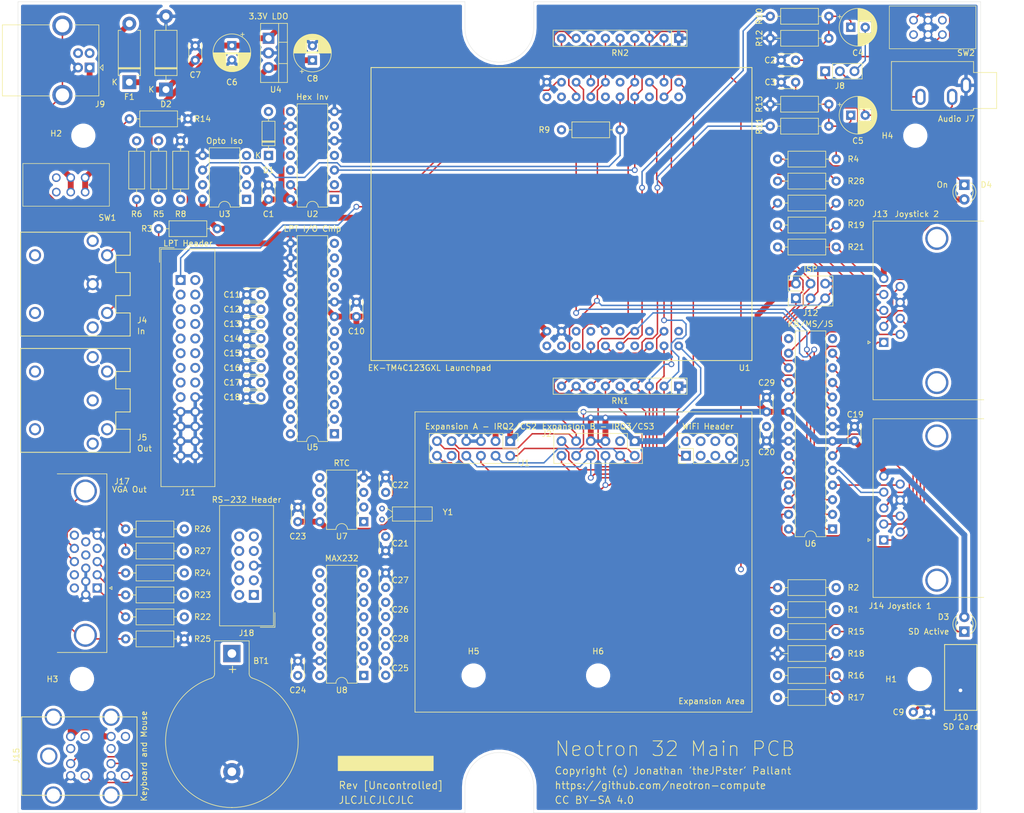
<source format=kicad_pcb>
(kicad_pcb (version 20171130) (host pcbnew "(5.1.5)-3")
  (title_block (title "Neotron 32K Main PCB") (date 2019-12-09) (rev [Uncontrolled]) (company github.com/neotron-compute/Neotron-32-Hardware) (comment 1 "Copyright (c) Jonathan 'theJPster' Pallant") (comment 2 "CC BY-SA 4.0"))
  (layers (0 F.Cu signal) (31 B.Cu signal hide) (34 B.Paste user hide) (35 F.Paste user hide) (36 B.SilkS user hide) (37 F.SilkS user) (38 B.Mask user hide) (39 F.Mask user hide) (44 Edge.Cuts user))
  (net 0 "")
  (net 1 GND)
  (net 2 +5V)
  (net 3 "Net-(J4-Pad5)")
  (net 4 "Net-(J4-Pad4)")
  (net 5 "Net-(U2-Pad11)")
  (net 6 "Net-(U2-Pad1)")
  (net 7 /PA6_I2C_SCL)
  (net 8 /PA7_I2C_SDA)
  (net 9 /PA2_SPI_CLK)
  (net 10 /PA4_SPI_MISO)
  (net 11 /PA5_SPI_MOSI)
  (net 12 +3V3)
  (net 13 "Net-(J5-Pad4)")
  (net 14 "Net-(J9-Pad5)")
  (net 15 "Net-(J10-Pad9)")
  (net 16 "Net-(J10-Pad8)")
  (net 17 "Net-(J10-Pad1)")
  (net 18 /~RESET)
  (net 19 /PB7_VGA_GREEN)
  (net 20 /PE0_U7RX)
  (net 21 /PC7_MIDI_OUT)
  (net 22 /PC6_MIDI_IN)
  (net 23 /PC5_U1CTS)
  (net 24 /PC4_U1RTS)
  (net 25 /PD3_VGA_BLUE)
  (net 26 /PF1_VGA_RED)
  (net 27 /PE1_U7TX)
  (net 28 /PB4_VGA_HSYNC)
  (net 29 /PE5_AUDIO_R)
  (net 30 /PE4_AUDIO_L)
  (net 31 /PB1_U1TX)
  (net 32 /PB0_U1RX)
  (net 33 /PB5_VGA_VSYNC)
  (net 34 +BATT)
  (net 35 "Net-(C2-Pad2)")
  (net 36 "Net-(C3-Pad2)")
  (net 37 /Audio/RIGHT_CHAN)
  (net 38 /Audio/LEFT_CHAN)
  (net 39 "/Parallel Printer/D0")
  (net 40 "/Parallel Printer/D1")
  (net 41 "/Parallel Printer/D2")
  (net 42 "/Parallel Printer/D3")
  (net 43 "/Parallel Printer/D4")
  (net 44 "/Parallel Printer/D5")
  (net 45 "/Parallel Printer/D6")
  (net 46 "/Parallel Printer/D7")
  (net 47 "Net-(C20-Pad2)")
  (net 48 "Net-(C21-Pad2)")
  (net 49 "Net-(C22-Pad1)")
  (net 50 "Net-(C25-Pad2)")
  (net 51 "Net-(C25-Pad1)")
  (net 52 "Net-(C26-Pad2)")
  (net 53 "Net-(C26-Pad1)")
  (net 54 "Net-(C27-Pad2)")
  (net 55 "Net-(C28-Pad2)")
  (net 56 "Net-(D1-Pad2)")
  (net 57 "Net-(D1-Pad1)")
  (net 58 "Net-(D3-Pad1)")
  (net 59 /~PB6_SPI_CS2)
  (net 60 /~PE3_IRQ2)
  (net 61 /~PE2_SPI_CS3)
  (net 62 /~PD2_IRQ3)
  (net 63 /PD6_U2RX)
  (net 64 /PD7_U2TX)
  (net 65 /Audio/RIGHT_SPKR)
  (net 66 /~PA3_SPI_CS0)
  (net 67 "/Parallel Printer/~SELPRI")
  (net 68 "/Parallel Printer/RESET")
  (net 69 "/Parallel Printer/ERROR")
  (net 70 "/Parallel Printer/~LF")
  (net 71 "/Parallel Printer/SELECT")
  (net 72 "/Parallel Printer/POUT")
  (net 73 "/Parallel Printer/~BUSY")
  (net 74 "/Parallel Printer/ACK")
  (net 75 /~PB2_STROBE)
  (net 76 "/Keyboard, Mouse and Joystick/AT_MOSI")
  (net 77 "/Keyboard, Mouse and Joystick/AT_SCK")
  (net 78 "/Keyboard, Mouse and Joystick/AT_MISO")
  (net 79 "/Keyboard, Mouse and Joystick/START_C_JS1")
  (net 80 "/Keyboard, Mouse and Joystick/SELECT_JS1")
  (net 81 "/Keyboard, Mouse and Joystick/A_B_JS1")
  (net 82 "/Keyboard, Mouse and Joystick/RIGHT_GND_JS1")
  (net 83 "/Keyboard, Mouse and Joystick/LEFT_GND_JS1")
  (net 84 "/Keyboard, Mouse and Joystick/DOWN_JS1")
  (net 85 "/Keyboard, Mouse and Joystick/UP_JS1")
  (net 86 "/Keyboard, Mouse and Joystick/START_C_JS2")
  (net 87 "/Keyboard, Mouse and Joystick/SELECT_JS2")
  (net 88 "/Keyboard, Mouse and Joystick/A_B_JS2")
  (net 89 "/Keyboard, Mouse and Joystick/RIGHT_GND_JS2")
  (net 90 "/Keyboard, Mouse and Joystick/LEFT_GND_JS2")
  (net 91 "/Keyboard, Mouse and Joystick/DOWN_JS2")
  (net 92 "/Keyboard, Mouse and Joystick/UP_JS2")
  (net 93 "/Keyboard, Mouse and Joystick/KB_DAT")
  (net 94 "/Keyboard, Mouse and Joystick/KB_CLK")
  (net 95 "/Keyboard, Mouse and Joystick/MS_DAT")
  (net 96 "/Keyboard, Mouse and Joystick/MS_CLK")
  (net 97 "Net-(J17-Pad0)")
  (net 98 "Net-(J17-Pad14)")
  (net 99 "Net-(J17-Pad13)")
  (net 100 "Net-(J17-Pad3)")
  (net 101 "Net-(J17-Pad2)")
  (net 102 "Net-(J17-Pad1)")
  (net 103 "/RS-232 Serial Port/RS232_CTS_IN")
  (net 104 "/RS-232 Serial Port/RS232_RTS_OUT")
  (net 105 "/RS-232 Serial Port/RS232_TX_OUT")
  (net 106 "/RS-232 Serial Port/RS232_RX_IN")
  (net 107 "Net-(R6-Pad1)")
  (net 108 "Net-(R8-Pad2)")
  (net 109 "Net-(R17-Pad2)")
  (net 110 /~PB3_SPI_CS1)
  (net 111 /~PF0_IRQ1)
  (net 112 "Net-(R28-Pad2)")
  (net 113 "Net-(D4-Pad1)")
  (net 114 "Net-(R4-Pad2)")
  (net 115 /Power/UNFUSED_5V)
  (net 116 /Power/VUSB)
  (module "Neotron 32:Launchpad_4x10" (layer F.Cu) (at 173.99 54.61 90)
    (fp_text reference U1 (at -26.67 22.86 180) (layer F.SilkS))
    (fp_text value TM4C123G_Launchpad)
    (pad 2.10 thru_hole circle (at 22.86 11.43 90) (size 1.524 1.524) (drill 0.762) (layers *.Cu *.Mask) (net 9 /PA2_SPI_CLK))
    (pad 2.9 thru_hole circle (at 22.86 8.89 90) (size 1.524 1.524) (drill 0.762) (layers *.Cu *.Mask) (net 66 /~PA3_SPI_CS0))
    (pad 2.8 thru_hole circle (at 22.86 6.35 90) (size 1.524 1.524) (drill 0.762) (layers *.Cu *.Mask) (net 10 /PA4_SPI_MISO))
    (pad 2.7 thru_hole circle (at 22.86 3.81 90) (size 1.524 1.524) (drill 0.762) (layers *.Cu *.Mask) (net 59 /~PB6_SPI_CS2))
    (pad 2.6 thru_hole circle (at 22.86 1.27 90) (size 1.524 1.524) (drill 0.762) (layers *.Cu *.Mask) (net 19 /PB7_VGA_GREEN))
    (pad 2.5 thru_hole circle (at 22.86 -1.27 90) (size 1.524 1.524) (drill 0.762) (layers *.Cu *.Mask) (net 18 /~RESET))
    (pad 2.4 thru_hole circle (at 22.86 -3.81 90) (size 1.524 1.524) (drill 0.762) (layers *.Cu *.Mask) (net 111 /~PF0_IRQ1))
    (pad 2.3 thru_hole circle (at 22.86 -6.35 90) (size 1.524 1.524) (drill 0.762) (layers *.Cu *.Mask) (net 20 /PE0_U7RX))
    (pad 2.2 thru_hole circle (at 22.86 -8.89 90) (size 1.524 1.524) (drill 0.762) (layers *.Cu *.Mask) (net 75 /~PB2_STROBE))
    (pad 2.1 thru_hole circle (at 22.86 -11.43 90) (size 1.524 1.524) (drill 0.762) (layers *.Cu *.Mask) (net 1 GND))
    (pad 4.10 thru_hole circle (at 20.32 11.43 90) (size 1.524 1.524) (drill 0.762) (layers *.Cu *.Mask))
    (pad 4.9 thru_hole circle (at 20.32 8.89 90) (size 1.524 1.524) (drill 0.762) (layers *.Cu *.Mask) (net 64 /PD7_U2TX))
    (pad 4.8 thru_hole circle (at 20.32 6.35 90) (size 1.524 1.524) (drill 0.762) (layers *.Cu *.Mask) (net 63 /PD6_U2RX))
    (pad 4.7 thru_hole circle (at 20.32 3.81 90) (size 1.524 1.524) (drill 0.762) (layers *.Cu *.Mask) (net 21 /PC7_MIDI_OUT))
    (pad 4.6 thru_hole circle (at 20.32 1.27 90) (size 1.524 1.524) (drill 0.762) (layers *.Cu *.Mask) (net 22 /PC6_MIDI_IN))
    (pad 4.5 thru_hole circle (at 20.32 -1.27 90) (size 1.524 1.524) (drill 0.762) (layers *.Cu *.Mask) (net 23 /PC5_U1CTS))
    (pad 4.4 thru_hole circle (at 20.32 -3.81 90) (size 1.524 1.524) (drill 0.762) (layers *.Cu *.Mask) (net 24 /PC4_U1RTS))
    (pad 4.3 thru_hole circle (at 20.32 -6.35 90) (size 1.524 1.524) (drill 0.762) (layers *.Cu *.Mask) (net 110 /~PB3_SPI_CS1))
    (pad 4.2 thru_hole circle (at 20.32 -8.89 90) (size 1.524 1.524) (drill 0.762) (layers *.Cu *.Mask))
    (pad 4.1 thru_hole circle (at 20.32 -11.43 90) (size 1.524 1.524) (drill 0.762) (layers *.Cu *.Mask))
    (pad 3.1 thru_hole circle (at -20.32 -11.43 90) (size 1.524 1.524) (drill 0.762) (layers *.Cu *.Mask) (net 2 +5V))
    (pad 3.4 thru_hole circle (at -20.32 -3.81 90) (size 1.524 1.524) (drill 0.762) (layers *.Cu *.Mask))
    (pad 3.6 thru_hole circle (at -20.32 1.27 90) (size 1.524 1.524) (drill 0.762) (layers *.Cu *.Mask) (net 25 /PD3_VGA_BLUE))
    (pad 3.8 thru_hole circle (at -20.32 6.35 90) (size 1.524 1.524) (drill 0.762) (layers *.Cu *.Mask) (net 61 /~PE2_SPI_CS3))
    (pad 3.9 thru_hole circle (at -20.32 8.89 90) (size 1.524 1.524) (drill 0.762) (layers *.Cu *.Mask) (net 60 /~PE3_IRQ2))
    (pad 3.10 thru_hole circle (at -20.32 11.43 90) (size 1.524 1.524) (drill 0.762) (layers *.Cu *.Mask) (net 26 /PF1_VGA_RED))
    (pad 3.7 thru_hole circle (at -20.32 3.81 90) (size 1.524 1.524) (drill 0.762) (layers *.Cu *.Mask) (net 27 /PE1_U7TX))
    (pad 3.5 thru_hole circle (at -20.32 -1.27 90) (size 1.524 1.524) (drill 0.762) (layers *.Cu *.Mask) (net 62 /~PD2_IRQ3))
    (pad 3.2 thru_hole circle (at -20.32 -8.89 90) (size 1.524 1.524) (drill 0.762) (layers *.Cu *.Mask) (net 1 GND))
    (pad 3.3 thru_hole circle (at -20.32 -6.35 90) (size 1.524 1.524) (drill 0.762) (layers *.Cu *.Mask))
    (pad 1.10 thru_hole circle (at -22.86 11.43 90) (size 1.524 1.524) (drill 0.762) (layers *.Cu *.Mask) (net 8 /PA7_I2C_SDA))
    (pad 1.9 thru_hole circle (at -22.86 8.89 90) (size 1.524 1.524) (drill 0.762) (layers *.Cu *.Mask) (net 7 /PA6_I2C_SCL))
    (pad 1.8 thru_hole circle (at -22.86 6.35 90) (size 1.524 1.524) (drill 0.762) (layers *.Cu *.Mask) (net 11 /PA5_SPI_MOSI))
    (pad 1.7 thru_hole circle (at -22.86 3.81 90) (size 1.524 1.524) (drill 0.762) (layers *.Cu *.Mask) (net 28 /PB4_VGA_HSYNC))
    (pad 1.6 thru_hole circle (at -22.86 1.27 90) (size 1.524 1.524) (drill 0.762) (layers *.Cu *.Mask) (net 29 /PE5_AUDIO_R))
    (pad 1.5 thru_hole circle (at -22.86 -1.27 90) (size 1.524 1.524) (drill 0.762) (layers *.Cu *.Mask) (net 30 /PE4_AUDIO_L))
    (pad 1.4 thru_hole circle (at -22.86 -3.81 90) (size 1.524 1.524) (drill 0.762) (layers *.Cu *.Mask) (net 31 /PB1_U1TX))
    (pad 1.3 thru_hole circle (at -22.86 -6.35 90) (size 1.524 1.524) (drill 0.762) (layers *.Cu *.Mask) (net 32 /PB0_U1RX))
    (pad 1.2 thru_hole circle (at -22.86 -8.89 90) (size 1.524 1.524) (drill 0.762) (layers *.Cu *.Mask) (net 33 /PB5_VGA_VSYNC))
    (pad 1.1 thru_hole circle (at -22.86 -11.43 90) (size 1.524 1.524) (drill 0.762) (layers *.Cu *.Mask))
  )
  (module Package_DIP:DIP-28_W7.62mm (layer F.Cu) (at 212.09 109.22 180)
    (fp_text reference U6 (at 3.81 -2.54) (layer F.SilkS))
    (fp_text value ATmega328-PU)
    (pad 28 thru_hole oval (at 7.62 0 180) (size 1.6 1.6) (drill 0.8) (layers *.Cu *.Mask) (net 80 "/Keyboard, Mouse and Joystick/SELECT_JS1"))
    (pad 14 thru_hole oval (at 0 33.02 180) (size 1.6 1.6) (drill 0.8) (layers *.Cu *.Mask))
    (pad 27 thru_hole oval (at 7.62 2.54 180) (size 1.6 1.6) (drill 0.8) (layers *.Cu *.Mask) (net 87 "/Keyboard, Mouse and Joystick/SELECT_JS2"))
    (pad 13 thru_hole oval (at 0 30.48 180) (size 1.6 1.6) (drill 0.8) (layers *.Cu *.Mask) (net 85 "/Keyboard, Mouse and Joystick/UP_JS1"))
    (pad 26 thru_hole oval (at 7.62 5.08 180) (size 1.6 1.6) (drill 0.8) (layers *.Cu *.Mask) (net 95 "/Keyboard, Mouse and Joystick/MS_DAT"))
    (pad 12 thru_hole oval (at 0 27.94 180) (size 1.6 1.6) (drill 0.8) (layers *.Cu *.Mask) (net 81 "/Keyboard, Mouse and Joystick/A_B_JS1"))
    (pad 25 thru_hole oval (at 7.62 7.62 180) (size 1.6 1.6) (drill 0.8) (layers *.Cu *.Mask) (net 96 "/Keyboard, Mouse and Joystick/MS_CLK"))
    (pad 11 thru_hole oval (at 0 25.4 180) (size 1.6 1.6) (drill 0.8) (layers *.Cu *.Mask) (net 84 "/Keyboard, Mouse and Joystick/DOWN_JS1"))
    (pad 24 thru_hole oval (at 7.62 10.16 180) (size 1.6 1.6) (drill 0.8) (layers *.Cu *.Mask) (net 93 "/Keyboard, Mouse and Joystick/KB_DAT"))
    (pad 10 thru_hole oval (at 0 22.86 180) (size 1.6 1.6) (drill 0.8) (layers *.Cu *.Mask) (net 92 "/Keyboard, Mouse and Joystick/UP_JS2"))
    (pad 23 thru_hole oval (at 7.62 12.7 180) (size 1.6 1.6) (drill 0.8) (layers *.Cu *.Mask) (net 94 "/Keyboard, Mouse and Joystick/KB_CLK"))
    (pad 9 thru_hole oval (at 0 20.32 180) (size 1.6 1.6) (drill 0.8) (layers *.Cu *.Mask) (net 88 "/Keyboard, Mouse and Joystick/A_B_JS2"))
    (pad 22 thru_hole oval (at 7.62 15.24 180) (size 1.6 1.6) (drill 0.8) (layers *.Cu *.Mask) (net 1 GND))
    (pad 8 thru_hole oval (at 0 17.78 180) (size 1.6 1.6) (drill 0.8) (layers *.Cu *.Mask) (net 1 GND))
    (pad 21 thru_hole oval (at 7.62 17.78 180) (size 1.6 1.6) (drill 0.8) (layers *.Cu *.Mask) (net 47 "Net-(C20-Pad2)"))
    (pad 7 thru_hole oval (at 0 15.24 180) (size 1.6 1.6) (drill 0.8) (layers *.Cu *.Mask) (net 2 +5V))
    (pad 20 thru_hole oval (at 7.62 20.32 180) (size 1.6 1.6) (drill 0.8) (layers *.Cu *.Mask) (net 2 +5V))
    (pad 6 thru_hole oval (at 0 12.7 180) (size 1.6 1.6) (drill 0.8) (layers *.Cu *.Mask) (net 83 "/Keyboard, Mouse and Joystick/LEFT_GND_JS1"))
    (pad 19 thru_hole oval (at 7.62 22.86 180) (size 1.6 1.6) (drill 0.8) (layers *.Cu *.Mask) (net 76 "/Keyboard, Mouse and Joystick/AT_MOSI"))
    (pad 5 thru_hole oval (at 0 10.16 180) (size 1.6 1.6) (drill 0.8) (layers *.Cu *.Mask) (net 82 "/Keyboard, Mouse and Joystick/RIGHT_GND_JS1"))
    (pad 18 thru_hole oval (at 7.62 25.4 180) (size 1.6 1.6) (drill 0.8) (layers *.Cu *.Mask) (net 78 "/Keyboard, Mouse and Joystick/AT_MISO"))
    (pad 4 thru_hole oval (at 0 7.62 180) (size 1.6 1.6) (drill 0.8) (layers *.Cu *.Mask) (net 79 "/Keyboard, Mouse and Joystick/START_C_JS1"))
    (pad 17 thru_hole oval (at 7.62 27.94 180) (size 1.6 1.6) (drill 0.8) (layers *.Cu *.Mask) (net 77 "/Keyboard, Mouse and Joystick/AT_SCK"))
    (pad 3 thru_hole oval (at 0 5.08 180) (size 1.6 1.6) (drill 0.8) (layers *.Cu *.Mask) (net 27 /PE1_U7TX))
    (pad 16 thru_hole oval (at 7.62 30.48 180) (size 1.6 1.6) (drill 0.8) (layers *.Cu *.Mask) (net 86 "/Keyboard, Mouse and Joystick/START_C_JS2"))
    (pad 2 thru_hole oval (at 0 2.54 180) (size 1.6 1.6) (drill 0.8) (layers *.Cu *.Mask) (net 20 /PE0_U7RX))
    (pad 15 thru_hole oval (at 7.62 33.02 180) (size 1.6 1.6) (drill 0.8) (layers *.Cu *.Mask))
    (pad 1 thru_hole rect (at 0 0 180) (size 1.6 1.6) (drill 0.8) (layers *.Cu *.Mask) (net 18 /~RESET))
  )
  (module MountingHole:MountingHole_3.2mm_M3 (layer F.Cu) (at 171.45 134.62)
    (fp_text reference H6 (at 0 -4.2) (layer F.SilkS))
    (fp_text value MountingHole)
    (pad 1 np_thru_hole circle (at 0 0) (size 3.2 3.2) (drill 3.2) (layers *.Cu *.Mask))
  )
  (module MountingHole:MountingHole_3.2mm_M3 (layer F.Cu) (at 149.86 134.62)
    (fp_text reference H5 (at 0 -4.2) (layer F.SilkS))
    (fp_text value MountingHole)
    (pad 1 np_thru_hole circle (at 0 0) (size 3.2 3.2) (drill 3.2) (layers *.Cu *.Mask))
  )
  (module "Neotron 32:PHB2UEETS1A" (layer F.Cu) (at 229.44 22.245 180)
    (fp_text reference SW2 (at -7.415 -4.425 180) (layer F.SilkS) (effects (justify right)))
    (fp_text value SW_Push_DPDT_ON_MO hide)
    (pad 1 thru_hole circle (at -1.7 1.25 180) (size 1.5 1.5) (drill 1) (layers *.Cu *.Mask))
    (pad 2 thru_hole circle (at 0.8 1.25 180) (size 1.5 1.5) (drill 1) (layers *.Cu *.Mask) (net 1 GND))
    (pad 3 thru_hole circle (at 3.3 1.25 180) (size 1.5 1.5) (drill 1) (layers *.Cu *.Mask) (net 112 "Net-(R28-Pad2)"))
    (pad 4 thru_hole circle (at -1.7 -1.25 180) (size 1.5 1.5) (drill 1) (layers *.Cu *.Mask) (net 114 "Net-(R4-Pad2)"))
    (pad 5 thru_hole circle (at 0.8 -1.25 180) (size 1.5 1.5) (drill 1) (layers *.Cu *.Mask) (net 1 GND))
    (pad 6 thru_hole circle (at 3.3 -1.25 180) (size 1.5 1.5) (drill 1) (layers *.Cu *.Mask))
  )
  (module Resistor_THT:R_Axial_DIN0207_L6.3mm_D2.5mm_P10.16mm_Horizontal (layer F.Cu) (at 202.565 45.085)
    (fp_text reference R4 (at 12.065 0) (layer F.SilkS) (effects (justify left)))
    (fp_text value 330)
    (pad 2 thru_hole oval (at 10.16 0) (size 1.6 1.6) (drill 0.8) (layers *.Cu *.Mask) (net 114 "Net-(R4-Pad2)"))
    (pad 1 thru_hole circle (at 0 0) (size 1.6 1.6) (drill 0.8) (layers *.Cu *.Mask) (net 113 "Net-(D4-Pad1)"))
  )
  (module LED_THT:LED_D3.0mm (layer F.Cu) (at 234.95 49.53 270)
    (fp_text reference D4 (at 0 -3.81) (layer F.SilkS))
    (fp_text value "Red LED")
    (pad 2 thru_hole circle (at 2.54 0 270) (size 1.8 1.8) (drill 0.9) (layers *.Cu *.Mask) (net 2 +5V))
    (pad 1 thru_hole rect (at 0 0 270) (size 1.8 1.8) (drill 0.9) (layers *.Cu *.Mask) (net 113 "Net-(D4-Pad1)"))
  )
  (module "Neotron 32:PHB2UEETS1A" (layer F.Cu) (at 79.21 49.55)
    (fp_text reference SW1 (at 7.15 5.695 180) (layer F.SilkS))
    (fp_text value SW_Push_DPDT_ON_OFF hide)
    (pad 1 thru_hole circle (at -1.7 1.25) (size 1.5 1.5) (drill 1) (layers *.Cu *.Mask))
    (pad 2 thru_hole circle (at 0.8 1.25) (size 1.5 1.5) (drill 1) (layers *.Cu *.Mask) (net 116 /Power/VUSB))
    (pad 3 thru_hole circle (at 3.3 1.25) (size 1.5 1.5) (drill 1) (layers *.Cu *.Mask) (net 115 /Power/UNFUSED_5V))
    (pad 4 thru_hole circle (at -1.7 -1.25) (size 1.5 1.5) (drill 1) (layers *.Cu *.Mask))
    (pad 5 thru_hole circle (at 0.8 -1.25) (size 1.5 1.5) (drill 1) (layers *.Cu *.Mask) (net 116 /Power/VUSB))
    (pad 6 thru_hole circle (at 3.3 -1.25) (size 1.5 1.5) (drill 1) (layers *.Cu *.Mask) (net 115 /Power/UNFUSED_5V))
  )
  (module "Neotron 32:BatteryHolder_Keystone_103_1x20mm" (layer F.Cu) (at 107.95 130.81 270)
    (fp_text reference BT1 (at 1.27 -5.08 180) (layer F.SilkS))
    (fp_text value CR2032)
    (fp_text user + (at 2.75 0 90) (layer F.SilkS) (effects (font (size 1.5 1.5))))
    (pad 1 thru_hole rect (at 0 0 270) (size 3 3) (drill 1.5) (layers *.Cu *.Mask) (net 34 +BATT))
    (pad 2 thru_hole circle (at 20.49 0 270) (size 3 3) (drill 1.5) (layers *.Cu *.Mask) (net 1 GND))
  )
  (module Connector_IDC:IDC-Header_2x05_P2.54mm_Vertical (layer F.Cu) (at 111.76 120.65 180)
    (fp_text reference J18 (at 1.27 -6.604) (layer F.SilkS))
    (fp_text value Conn_02x05)
    (pad 10 thru_hole oval (at 2.54 10.16 180) (size 1.7272 1.7272) (drill 1.016) (layers *.Cu *.Mask))
    (pad 9 thru_hole oval (at 0 10.16 180) (size 1.7272 1.7272) (drill 1.016) (layers *.Cu *.Mask))
    (pad 8 thru_hole oval (at 2.54 7.62 180) (size 1.7272 1.7272) (drill 1.016) (layers *.Cu *.Mask) (net 103 "/RS-232 Serial Port/RS232_CTS_IN"))
    (pad 7 thru_hole oval (at 0 7.62 180) (size 1.7272 1.7272) (drill 1.016) (layers *.Cu *.Mask) (net 104 "/RS-232 Serial Port/RS232_RTS_OUT"))
    (pad 6 thru_hole oval (at 2.54 5.08 180) (size 1.7272 1.7272) (drill 1.016) (layers *.Cu *.Mask))
    (pad 5 thru_hole oval (at 0 5.08 180) (size 1.7272 1.7272) (drill 1.016) (layers *.Cu *.Mask) (net 1 GND))
    (pad 4 thru_hole oval (at 2.54 2.54 180) (size 1.7272 1.7272) (drill 1.016) (layers *.Cu *.Mask))
    (pad 3 thru_hole oval (at 0 2.54 180) (size 1.7272 1.7272) (drill 1.016) (layers *.Cu *.Mask) (net 105 "/RS-232 Serial Port/RS232_TX_OUT"))
    (pad 2 thru_hole oval (at 2.54 0 180) (size 1.7272 1.7272) (drill 1.016) (layers *.Cu *.Mask) (net 106 "/RS-232 Serial Port/RS232_RX_IN"))
    (pad 1 thru_hole rect (at 0 0 180) (size 1.7272 1.7272) (drill 1.016) (layers *.Cu *.Mask))
  )
  (module "Neotron 32:Double_mini-DIN_6" (layer F.Cu) (at 71.5 148.59 90)
    (fp_text reference J15 (at 0.1 -0.9 90) (layer F.SilkS))
    (fp_text value Double-mini-DIN-6)
    (pad 16 thru_hole circle (at -6.75 15.5 90) (size 2.99 2.99) (drill 2.29) (layers *.Cu *.Mask))
    (pad 17 thru_hole circle (at 6.75 15.5 90) (size 2.99 2.99) (drill 2.29) (layers *.Cu *.Mask))
    (pad 11 thru_hole circle (at -3.4 18 90) (size 1.6 1.6) (drill 1.1) (layers *.Cu *.Mask) (net 96 "/Keyboard, Mouse and Joystick/MS_CLK"))
    (pad 9 thru_hole circle (at -3.4 15.5 90) (size 1.6 1.6) (drill 1.1) (layers *.Cu *.Mask) (net 1 GND))
    (pad 8 thru_hole circle (at 1.3 15.5 90) (size 1.6 1.6) (drill 1.1) (layers *.Cu *.Mask))
    (pad 12 thru_hole circle (at 3.4 18 90) (size 1.6 1.6) (drill 1.1) (layers *.Cu *.Mask))
    (pad 7 thru_hole circle (at -1.3 15.5 90) (size 1.6 1.6) (drill 1.1) (layers *.Cu *.Mask) (net 95 "/Keyboard, Mouse and Joystick/MS_DAT"))
    (pad 10 thru_hole circle (at 3.4 15.5 90) (size 1.6 1.6) (drill 1.1) (layers *.Cu *.Mask) (net 2 +5V))
    (pad 3 thru_hole circle (at -3.4 8.5 90) (size 1.6 1.6) (drill 1.1) (layers *.Cu *.Mask) (net 1 GND))
    (pad 2 thru_hole circle (at 1.3 8.5 90) (size 1.6 1.6) (drill 1.1) (layers *.Cu *.Mask))
    (pad 4 thru_hole circle (at 3.4 8.5 90) (size 1.6 1.6) (drill 1.1) (layers *.Cu *.Mask) (net 2 +5V))
    (pad 1 thru_hole circle (at -1.3 8.5 90) (size 1.6 1.6) (drill 1.1) (layers *.Cu *.Mask) (net 93 "/Keyboard, Mouse and Joystick/KB_DAT"))
    (pad 15 thru_hole circle (at 6.75 5.5 90) (size 2.99 2.99) (drill 2.29) (layers *.Cu *.Mask))
    (pad 14 thru_hole circle (at 0 4.7 90) (size 2.99 2.99) (drill 2.29) (layers *.Cu *.Mask))
    (pad 13 thru_hole circle (at -6.75 5.5 90) (size 2.99 2.99) (drill 2.29) (layers *.Cu *.Mask))
    (pad 5 thru_hole circle (at -3.4 11 90) (size 1.6 1.6) (drill 1.1) (layers *.Cu *.Mask) (net 94 "/Keyboard, Mouse and Joystick/KB_CLK"))
    (pad 6 thru_hole circle (at 3.4 11 90) (size 1.6 1.6) (drill 1.1) (layers *.Cu *.Mask))
  )
  (module Connector_IDC:IDC-Header_2x13_P2.54mm_Vertical (layer F.Cu) (at 99.06 66.04)
    (fp_text reference J11 (at 1.27 36.83) (layer F.SilkS))
    (fp_text value Conn_02x13_Top_Bottom)
    (pad 26 thru_hole oval (at 2.54 30.48) (size 1.7272 1.7272) (drill 1.016) (layers *.Cu *.Mask) (net 1 GND))
    (pad 25 thru_hole oval (at 0 30.48) (size 1.7272 1.7272) (drill 1.016) (layers *.Cu *.Mask) (net 1 GND))
    (pad 24 thru_hole oval (at 2.54 27.94) (size 1.7272 1.7272) (drill 1.016) (layers *.Cu *.Mask) (net 1 GND))
    (pad 23 thru_hole oval (at 0 27.94) (size 1.7272 1.7272) (drill 1.016) (layers *.Cu *.Mask) (net 1 GND))
    (pad 22 thru_hole oval (at 2.54 25.4) (size 1.7272 1.7272) (drill 1.016) (layers *.Cu *.Mask) (net 1 GND))
    (pad 21 thru_hole oval (at 0 25.4) (size 1.7272 1.7272) (drill 1.016) (layers *.Cu *.Mask) (net 1 GND))
    (pad 20 thru_hole oval (at 2.54 22.86) (size 1.7272 1.7272) (drill 1.016) (layers *.Cu *.Mask) (net 1 GND))
    (pad 19 thru_hole oval (at 0 22.86) (size 1.7272 1.7272) (drill 1.016) (layers *.Cu *.Mask) (net 1 GND))
    (pad 18 thru_hole oval (at 2.54 20.32) (size 1.7272 1.7272) (drill 1.016) (layers *.Cu *.Mask) (net 1 GND))
    (pad 17 thru_hole oval (at 0 20.32) (size 1.7272 1.7272) (drill 1.016) (layers *.Cu *.Mask) (net 67 "/Parallel Printer/~SELPRI"))
    (pad 16 thru_hole oval (at 2.54 17.78) (size 1.7272 1.7272) (drill 1.016) (layers *.Cu *.Mask) (net 68 "/Parallel Printer/RESET"))
    (pad 15 thru_hole oval (at 0 17.78) (size 1.7272 1.7272) (drill 1.016) (layers *.Cu *.Mask) (net 69 "/Parallel Printer/ERROR"))
    (pad 14 thru_hole oval (at 2.54 15.24) (size 1.7272 1.7272) (drill 1.016) (layers *.Cu *.Mask) (net 70 "/Parallel Printer/~LF"))
    (pad 13 thru_hole oval (at 0 15.24) (size 1.7272 1.7272) (drill 1.016) (layers *.Cu *.Mask) (net 71 "/Parallel Printer/SELECT"))
    (pad 12 thru_hole oval (at 2.54 12.7) (size 1.7272 1.7272) (drill 1.016) (layers *.Cu *.Mask) (net 72 "/Parallel Printer/POUT"))
    (pad 11 thru_hole oval (at 0 12.7) (size 1.7272 1.7272) (drill 1.016) (layers *.Cu *.Mask) (net 73 "/Parallel Printer/~BUSY"))
    (pad 10 thru_hole oval (at 2.54 10.16) (size 1.7272 1.7272) (drill 1.016) (layers *.Cu *.Mask) (net 74 "/Parallel Printer/ACK"))
    (pad 9 thru_hole oval (at 0 10.16) (size 1.7272 1.7272) (drill 1.016) (layers *.Cu *.Mask) (net 46 "/Parallel Printer/D7"))
    (pad 8 thru_hole oval (at 2.54 7.62) (size 1.7272 1.7272) (drill 1.016) (layers *.Cu *.Mask) (net 45 "/Parallel Printer/D6"))
    (pad 7 thru_hole oval (at 0 7.62) (size 1.7272 1.7272) (drill 1.016) (layers *.Cu *.Mask) (net 44 "/Parallel Printer/D5"))
    (pad 6 thru_hole oval (at 2.54 5.08) (size 1.7272 1.7272) (drill 1.016) (layers *.Cu *.Mask) (net 43 "/Parallel Printer/D4"))
    (pad 5 thru_hole oval (at 0 5.08) (size 1.7272 1.7272) (drill 1.016) (layers *.Cu *.Mask) (net 42 "/Parallel Printer/D3"))
    (pad 4 thru_hole oval (at 2.54 2.54) (size 1.7272 1.7272) (drill 1.016) (layers *.Cu *.Mask) (net 41 "/Parallel Printer/D2"))
    (pad 3 thru_hole oval (at 0 2.54) (size 1.7272 1.7272) (drill 1.016) (layers *.Cu *.Mask) (net 40 "/Parallel Printer/D1"))
    (pad 2 thru_hole oval (at 2.54 0) (size 1.7272 1.7272) (drill 1.016) (layers *.Cu *.Mask) (net 39 "/Parallel Printer/D0"))
    (pad 1 thru_hole rect (at 0 0) (size 1.7272 1.7272) (drill 1.016) (layers *.Cu *.Mask) (net 75 /~PB2_STROBE))
  )
  (module "Neotron 32:Molex_4730_2651" (layer F.Cu) (at 231.526 135.255 90)
    (fp_text reference J10 (at -6.59 2.789 180) (layer F.SilkS))
    (fp_text value "micro SD Card")
    (pad 12 smd rect (at 4.775 5.275 90) (size 0.95 0.85) (layers F.Cu F.Paste F.Mask))
    (pad 11 smd rect (at 5.7 4.3 90) (size 1 0.6) (layers F.Cu F.Paste F.Mask))
    (pad 10 smd rect (at 5.475 3.05 90) (size 1.4 1.45) (layers F.Cu F.Paste F.Mask))
    (pad 9 smd rect (at -5 3.805 90) (size 1.2 3.79) (layers F.Cu F.Paste F.Mask) (net 15 "Net-(J10-Pad9)"))
    (pad 1 smd rect (at 3.85 1.325 90) (size 0.6 1.25) (layers F.Cu F.Paste F.Mask) (net 17 "Net-(J10-Pad1)"))
    (pad 2 smd rect (at 2.75 1.325 90) (size 0.6 1.25) (layers F.Cu F.Paste F.Mask) (net 66 /~PA3_SPI_CS0))
    (pad 3 smd rect (at 1.65 1.325 90) (size 0.6 1.25) (layers F.Cu F.Paste F.Mask) (net 11 /PA5_SPI_MOSI))
    (pad 4 smd rect (at 0.55 1.325 90) (size 0.6 1.25) (layers F.Cu F.Paste F.Mask) (net 12 +3V3))
    (pad 5 smd rect (at -0.55 1.325 90) (size 0.6 1.25) (layers F.Cu F.Paste F.Mask) (net 9 /PA2_SPI_CLK))
    (pad 6 smd rect (at -1.65 1.325 90) (size 0.6 1.25) (layers F.Cu F.Paste F.Mask) (net 1 GND))
    (pad 7 smd rect (at -2.75 1.325 90) (size 0.6 1.25) (layers F.Cu F.Paste F.Mask) (net 10 /PA4_SPI_MISO))
    (pad 8 smd rect (at -3.85 1.325 90) (size 0.6 1.25) (layers F.Cu F.Paste F.Mask) (net 16 "Net-(J10-Pad8)"))
  )
  (module "Neotron 32:5P180_DIN_Socket" (layer F.Cu) (at 78.82 86.915)
    (fp_text reference J5 (at 12.62 6.43) (layer F.SilkS) (effects (justify left)))
    (fp_text value "DIN-5 180 degree")
    (pad 6 thru_hole circle (at -5 -5) (size 2.1 2.1) (drill 1.4) (layers *.Cu *.Mask))
    (pad 7 thru_hole circle (at -5 5) (size 2.1 2.1) (drill 1.4) (layers *.Cu *.Mask))
    (pad 4 thru_hole circle (at 7.5 5) (size 2.1 2.1) (drill 1.4) (layers *.Cu *.Mask) (net 13 "Net-(J5-Pad4)"))
    (pad 5 thru_hole circle (at 7.5 -5) (size 2.1 2.1) (drill 1.4) (layers *.Cu *.Mask) (net 56 "Net-(D1-Pad2)"))
    (pad 2 thru_hole circle (at 5 0) (size 2.1 2.1) (drill 1.4) (layers *.Cu *.Mask))
    (pad 3 thru_hole circle (at 5 -7.5) (size 2.1 2.1) (drill 1.4) (layers *.Cu *.Mask))
    (pad 1 thru_hole circle (at 5 7.5) (size 2.1 2.1) (drill 1.4) (layers *.Cu *.Mask))
  )
  (module "Neotron 32:5P180_DIN_Socket" (layer F.Cu) (at 78.82 66.755)
    (fp_text reference J4 (at 12.62 6.27) (layer F.SilkS) (effects (justify left)))
    (fp_text value "DIN-5 180 degree")
    (pad 6 thru_hole circle (at -5 -5) (size 2.1 2.1) (drill 1.4) (layers *.Cu *.Mask))
    (pad 7 thru_hole circle (at -5 5) (size 2.1 2.1) (drill 1.4) (layers *.Cu *.Mask))
    (pad 4 thru_hole circle (at 7.5 5) (size 2.1 2.1) (drill 1.4) (layers *.Cu *.Mask) (net 4 "Net-(J4-Pad4)"))
    (pad 5 thru_hole circle (at 7.5 -5) (size 2.1 2.1) (drill 1.4) (layers *.Cu *.Mask) (net 3 "Net-(J4-Pad5)"))
    (pad 2 thru_hole circle (at 5 0) (size 2.1 2.1) (drill 1.4) (layers *.Cu *.Mask) (net 1 GND))
    (pad 3 thru_hole circle (at 5 -7.5) (size 2.1 2.1) (drill 1.4) (layers *.Cu *.Mask))
    (pad 1 thru_hole circle (at 5 7.5) (size 2.1 2.1) (drill 1.4) (layers *.Cu *.Mask))
  )
  (module Connector_Dsub:DSUB-15-HD_Female_Horizontal_P2.29x1.98mm_EdgePinOffset3.03mm_Housed_MountingHolesOffset4.94mm (layer F.Cu) (at 84.6 119.45 270)
    (fp_text reference J17 (at -18.485 -4.3 180) (layer F.SilkS))
    (fp_text value DB15HD_Female)
    (pad 0 thru_hole circle (at 8.185 2.05 270) (size 4 4) (drill 3.2) (layers *.Cu *.Mask) (net 97 "Net-(J17-Pad0)"))
    (pad 0 thru_hole circle (at -16.815 2.05 270) (size 4 4) (drill 3.2) (layers *.Cu *.Mask) (net 97 "Net-(J17-Pad0)"))
    (pad 15 thru_hole circle (at -9.16 3.96 270) (size 1.6 1.6) (drill 1) (layers *.Cu *.Mask))
    (pad 14 thru_hole circle (at -6.87 3.96 270) (size 1.6 1.6) (drill 1) (layers *.Cu *.Mask) (net 98 "Net-(J17-Pad14)"))
    (pad 13 thru_hole circle (at -4.58 3.96 270) (size 1.6 1.6) (drill 1) (layers *.Cu *.Mask) (net 99 "Net-(J17-Pad13)"))
    (pad 12 thru_hole circle (at -2.29 3.96 270) (size 1.6 1.6) (drill 1) (layers *.Cu *.Mask))
    (pad 11 thru_hole circle (at 0 3.96 270) (size 1.6 1.6) (drill 1) (layers *.Cu *.Mask))
    (pad 10 thru_hole circle (at -8.015 1.98 270) (size 1.6 1.6) (drill 1) (layers *.Cu *.Mask))
    (pad 9 thru_hole circle (at -5.725 1.98 270) (size 1.6 1.6) (drill 1) (layers *.Cu *.Mask))
    (pad 8 thru_hole circle (at -3.435 1.98 270) (size 1.6 1.6) (drill 1) (layers *.Cu *.Mask) (net 1 GND))
    (pad 7 thru_hole circle (at -1.145 1.98 270) (size 1.6 1.6) (drill 1) (layers *.Cu *.Mask) (net 1 GND))
    (pad 6 thru_hole circle (at 1.145 1.98 270) (size 1.6 1.6) (drill 1) (layers *.Cu *.Mask) (net 1 GND))
    (pad 5 thru_hole circle (at -9.16 0 270) (size 1.6 1.6) (drill 1) (layers *.Cu *.Mask) (net 1 GND))
    (pad 4 thru_hole circle (at -6.87 0 270) (size 1.6 1.6) (drill 1) (layers *.Cu *.Mask))
    (pad 3 thru_hole circle (at -4.58 0 270) (size 1.6 1.6) (drill 1) (layers *.Cu *.Mask) (net 100 "Net-(J17-Pad3)"))
    (pad 2 thru_hole circle (at -2.29 0 270) (size 1.6 1.6) (drill 1) (layers *.Cu *.Mask) (net 101 "Net-(J17-Pad2)"))
    (pad 1 thru_hole rect (at 0 0 270) (size 1.6 1.6) (drill 1) (layers *.Cu *.Mask) (net 102 "Net-(J17-Pad1)"))
  )
  (module Connector_Dsub:DSUB-9_Male_Horizontal_P2.77x2.84mm_EdgePinOffset14.56mm_Housed_MountingHolesOffset8.20mm (layer F.Cu) (at 220.98 76.86 90)
    (fp_text reference J13 (at 22.25 -0.635) (layer F.SilkS))
    (fp_text value "DE9 Male")
    (pad 0 thru_hole circle (at 18.04 9.2 90) (size 4 4) (drill 3.2) (layers *.Cu *.Mask))
    (pad 0 thru_hole circle (at -6.96 9.2 90) (size 4 4) (drill 3.2) (layers *.Cu *.Mask))
    (pad 9 thru_hole circle (at 9.695 2.84 90) (size 1.6 1.6) (drill 1) (layers *.Cu *.Mask) (net 86 "/Keyboard, Mouse and Joystick/START_C_JS2"))
    (pad 8 thru_hole circle (at 6.925 2.84 90) (size 1.6 1.6) (drill 1) (layers *.Cu *.Mask) (net 1 GND))
    (pad 7 thru_hole circle (at 4.155 2.84 90) (size 1.6 1.6) (drill 1) (layers *.Cu *.Mask) (net 87 "/Keyboard, Mouse and Joystick/SELECT_JS2"))
    (pad 6 thru_hole circle (at 1.385 2.84 90) (size 1.6 1.6) (drill 1) (layers *.Cu *.Mask) (net 88 "/Keyboard, Mouse and Joystick/A_B_JS2"))
    (pad 5 thru_hole circle (at 11.08 0 90) (size 1.6 1.6) (drill 1) (layers *.Cu *.Mask) (net 2 +5V))
    (pad 4 thru_hole circle (at 8.31 0 90) (size 1.6 1.6) (drill 1) (layers *.Cu *.Mask) (net 89 "/Keyboard, Mouse and Joystick/RIGHT_GND_JS2"))
    (pad 3 thru_hole circle (at 5.54 0 90) (size 1.6 1.6) (drill 1) (layers *.Cu *.Mask) (net 90 "/Keyboard, Mouse and Joystick/LEFT_GND_JS2"))
    (pad 2 thru_hole circle (at 2.77 0 90) (size 1.6 1.6) (drill 1) (layers *.Cu *.Mask) (net 91 "/Keyboard, Mouse and Joystick/DOWN_JS2"))
    (pad 1 thru_hole rect (at 0 0 90) (size 1.6 1.6) (drill 1) (layers *.Cu *.Mask) (net 92 "/Keyboard, Mouse and Joystick/UP_JS2"))
  )
  (module Connector_Dsub:DSUB-9_Male_Horizontal_P2.77x2.84mm_EdgePinOffset14.56mm_Housed_MountingHolesOffset8.20mm (layer F.Cu) (at 220.98 111.125 90)
    (fp_text reference J14 (at -11.405 -1.27) (layer F.SilkS))
    (fp_text value "DE9 Male")
    (pad 1 thru_hole rect (at 0 0 90) (size 1.6 1.6) (drill 1) (layers *.Cu *.Mask) (net 85 "/Keyboard, Mouse and Joystick/UP_JS1"))
    (pad 2 thru_hole circle (at 2.77 0 90) (size 1.6 1.6) (drill 1) (layers *.Cu *.Mask) (net 84 "/Keyboard, Mouse and Joystick/DOWN_JS1"))
    (pad 3 thru_hole circle (at 5.54 0 90) (size 1.6 1.6) (drill 1) (layers *.Cu *.Mask) (net 83 "/Keyboard, Mouse and Joystick/LEFT_GND_JS1"))
    (pad 4 thru_hole circle (at 8.31 0 90) (size 1.6 1.6) (drill 1) (layers *.Cu *.Mask) (net 82 "/Keyboard, Mouse and Joystick/RIGHT_GND_JS1"))
    (pad 5 thru_hole circle (at 11.08 0 90) (size 1.6 1.6) (drill 1) (layers *.Cu *.Mask) (net 2 +5V))
    (pad 6 thru_hole circle (at 1.385 2.84 90) (size 1.6 1.6) (drill 1) (layers *.Cu *.Mask) (net 81 "/Keyboard, Mouse and Joystick/A_B_JS1"))
    (pad 7 thru_hole circle (at 4.155 2.84 90) (size 1.6 1.6) (drill 1) (layers *.Cu *.Mask) (net 80 "/Keyboard, Mouse and Joystick/SELECT_JS1"))
    (pad 8 thru_hole circle (at 6.925 2.84 90) (size 1.6 1.6) (drill 1) (layers *.Cu *.Mask) (net 1 GND))
    (pad 9 thru_hole circle (at 9.695 2.84 90) (size 1.6 1.6) (drill 1) (layers *.Cu *.Mask) (net 79 "/Keyboard, Mouse and Joystick/START_C_JS1"))
    (pad 0 thru_hole circle (at -6.96 9.2 90) (size 4 4) (drill 3.2) (layers *.Cu *.Mask))
    (pad 0 thru_hole circle (at 18.04 9.2 90) (size 4 4) (drill 3.2) (layers *.Cu *.Mask))
  )
  (module Package_DIP:DIP-28_W7.62mm (layer F.Cu) (at 125.73 92.71 180)
    (fp_text reference U5 (at 3.81 -2.33) (layer F.SilkS))
    (fp_text value MCP23S17_SP)
    (pad 28 thru_hole oval (at 7.62 0 180) (size 1.6 1.6) (drill 0.8) (layers *.Cu *.Mask) (net 46 "/Parallel Printer/D7"))
    (pad 14 thru_hole oval (at 0 33.02 180) (size 1.6 1.6) (drill 0.8) (layers *.Cu *.Mask) (net 10 /PA4_SPI_MISO))
    (pad 27 thru_hole oval (at 7.62 2.54 180) (size 1.6 1.6) (drill 0.8) (layers *.Cu *.Mask) (net 45 "/Parallel Printer/D6"))
    (pad 13 thru_hole oval (at 0 30.48 180) (size 1.6 1.6) (drill 0.8) (layers *.Cu *.Mask) (net 11 /PA5_SPI_MOSI))
    (pad 26 thru_hole oval (at 7.62 5.08 180) (size 1.6 1.6) (drill 0.8) (layers *.Cu *.Mask) (net 44 "/Parallel Printer/D5"))
    (pad 12 thru_hole oval (at 0 27.94 180) (size 1.6 1.6) (drill 0.8) (layers *.Cu *.Mask) (net 9 /PA2_SPI_CLK))
    (pad 25 thru_hole oval (at 7.62 7.62 180) (size 1.6 1.6) (drill 0.8) (layers *.Cu *.Mask) (net 43 "/Parallel Printer/D4"))
    (pad 11 thru_hole oval (at 0 25.4 180) (size 1.6 1.6) (drill 0.8) (layers *.Cu *.Mask) (net 110 /~PB3_SPI_CS1))
    (pad 24 thru_hole oval (at 7.62 10.16 180) (size 1.6 1.6) (drill 0.8) (layers *.Cu *.Mask) (net 42 "/Parallel Printer/D3"))
    (pad 10 thru_hole oval (at 0 22.86 180) (size 1.6 1.6) (drill 0.8) (layers *.Cu *.Mask) (net 1 GND))
    (pad 23 thru_hole oval (at 7.62 12.7 180) (size 1.6 1.6) (drill 0.8) (layers *.Cu *.Mask) (net 41 "/Parallel Printer/D2"))
    (pad 9 thru_hole oval (at 0 20.32 180) (size 1.6 1.6) (drill 0.8) (layers *.Cu *.Mask) (net 12 +3V3))
    (pad 22 thru_hole oval (at 7.62 15.24 180) (size 1.6 1.6) (drill 0.8) (layers *.Cu *.Mask) (net 40 "/Parallel Printer/D1"))
    (pad 8 thru_hole oval (at 0 17.78 180) (size 1.6 1.6) (drill 0.8) (layers *.Cu *.Mask) (net 67 "/Parallel Printer/~SELPRI"))
    (pad 21 thru_hole oval (at 7.62 17.78 180) (size 1.6 1.6) (drill 0.8) (layers *.Cu *.Mask) (net 39 "/Parallel Printer/D0"))
    (pad 7 thru_hole oval (at 0 15.24 180) (size 1.6 1.6) (drill 0.8) (layers *.Cu *.Mask) (net 68 "/Parallel Printer/RESET"))
    (pad 20 thru_hole oval (at 7.62 20.32 180) (size 1.6 1.6) (drill 0.8) (layers *.Cu *.Mask) (net 111 /~PF0_IRQ1))
    (pad 6 thru_hole oval (at 0 12.7 180) (size 1.6 1.6) (drill 0.8) (layers *.Cu *.Mask) (net 69 "/Parallel Printer/ERROR"))
    (pad 19 thru_hole oval (at 7.62 22.86 180) (size 1.6 1.6) (drill 0.8) (layers *.Cu *.Mask))
    (pad 5 thru_hole oval (at 0 10.16 180) (size 1.6 1.6) (drill 0.8) (layers *.Cu *.Mask) (net 70 "/Parallel Printer/~LF"))
    (pad 18 thru_hole oval (at 7.62 25.4 180) (size 1.6 1.6) (drill 0.8) (layers *.Cu *.Mask) (net 18 /~RESET))
    (pad 4 thru_hole oval (at 0 7.62 180) (size 1.6 1.6) (drill 0.8) (layers *.Cu *.Mask) (net 71 "/Parallel Printer/SELECT"))
    (pad 17 thru_hole oval (at 7.62 27.94 180) (size 1.6 1.6) (drill 0.8) (layers *.Cu *.Mask) (net 1 GND))
    (pad 3 thru_hole oval (at 0 5.08 180) (size 1.6 1.6) (drill 0.8) (layers *.Cu *.Mask) (net 72 "/Parallel Printer/POUT"))
    (pad 16 thru_hole oval (at 7.62 30.48 180) (size 1.6 1.6) (drill 0.8) (layers *.Cu *.Mask) (net 1 GND))
    (pad 2 thru_hole oval (at 0 2.54 180) (size 1.6 1.6) (drill 0.8) (layers *.Cu *.Mask) (net 73 "/Parallel Printer/~BUSY"))
    (pad 15 thru_hole oval (at 7.62 33.02 180) (size 1.6 1.6) (drill 0.8) (layers *.Cu *.Mask) (net 1 GND))
    (pad 1 thru_hole rect (at 0 0 180) (size 1.6 1.6) (drill 0.8) (layers *.Cu *.Mask) (net 74 "/Parallel Printer/ACK"))
  )
  (module Connector_PinHeader_2.54mm:PinHeader_2x06_P2.54mm_Vertical (layer F.Cu) (at 156.21 93.98 270)
    (fp_text reference J1 (at 3.81 -2.54 180) (layer F.SilkS))
    (fp_text value Conn_02x06)
    (pad 12 thru_hole oval (at 2.54 12.7 270) (size 1.7 1.7) (drill 1) (layers *.Cu *.Mask) (net 7 /PA6_I2C_SCL))
    (pad 11 thru_hole oval (at 0 12.7 270) (size 1.7 1.7) (drill 1) (layers *.Cu *.Mask) (net 8 /PA7_I2C_SDA))
    (pad 10 thru_hole oval (at 2.54 10.16 270) (size 1.7 1.7) (drill 1) (layers *.Cu *.Mask) (net 59 /~PB6_SPI_CS2))
    (pad 9 thru_hole oval (at 0 10.16 270) (size 1.7 1.7) (drill 1) (layers *.Cu *.Mask) (net 18 /~RESET))
    (pad 8 thru_hole oval (at 2.54 7.62 270) (size 1.7 1.7) (drill 1) (layers *.Cu *.Mask) (net 9 /PA2_SPI_CLK))
    (pad 7 thru_hole oval (at 0 7.62 270) (size 1.7 1.7) (drill 1) (layers *.Cu *.Mask) (net 1 GND))
    (pad 6 thru_hole oval (at 2.54 5.08 270) (size 1.7 1.7) (drill 1) (layers *.Cu *.Mask) (net 10 /PA4_SPI_MISO))
    (pad 5 thru_hole oval (at 0 5.08 270) (size 1.7 1.7) (drill 1) (layers *.Cu *.Mask) (net 1 GND))
    (pad 4 thru_hole oval (at 2.54 2.54 270) (size 1.7 1.7) (drill 1) (layers *.Cu *.Mask) (net 11 /PA5_SPI_MOSI))
    (pad 3 thru_hole oval (at 0 2.54 270) (size 1.7 1.7) (drill 1) (layers *.Cu *.Mask) (net 12 +3V3))
    (pad 2 thru_hole oval (at 2.54 0 270) (size 1.7 1.7) (drill 1) (layers *.Cu *.Mask) (net 60 /~PE3_IRQ2))
    (pad 1 thru_hole rect (at 0 0 270) (size 1.7 1.7) (drill 1) (layers *.Cu *.Mask) (net 2 +5V))
  )
  (module Resistor_THT:R_Axial_DIN0207_L6.3mm_D2.5mm_P10.16mm_Horizontal (layer F.Cu) (at 91.44 41.91 270)
    (fp_text reference R6 (at 12.7 0 180) (layer F.SilkS))
    (fp_text value 220)
    (pad 2 thru_hole oval (at 10.16 0 270) (size 1.6 1.6) (drill 0.8) (layers *.Cu *.Mask) (net 3 "Net-(J4-Pad5)"))
    (pad 1 thru_hole circle (at 0 0 270) (size 1.6 1.6) (drill 0.8) (layers *.Cu *.Mask) (net 107 "Net-(R6-Pad1)"))
  )
  (module Resistor_THT:R_Axial_DIN0207_L6.3mm_D2.5mm_P10.16mm_Horizontal (layer F.Cu) (at 212.725 134.62 180)
    (fp_text reference R16 (at -1.905 0) (layer F.SilkS) (effects (justify left)))
    (fp_text value 47k)
    (pad 2 thru_hole oval (at 10.16 0 180) (size 1.6 1.6) (drill 0.8) (layers *.Cu *.Mask) (net 12 +3V3))
    (pad 1 thru_hole circle (at 0 0 180) (size 1.6 1.6) (drill 0.8) (layers *.Cu *.Mask) (net 16 "Net-(J10-Pad8)"))
  )
  (module Diode_THT:D_DO-15_P10.16mm_Horizontal (layer F.Cu) (at 90.17 31.75 90)
    (fp_text reference F1 (at -2.54 0 180) (layer F.SilkS))
    (fp_text value "250mA PTC")
    (fp_text user K (at 0 -2.54 180) (layer F.SilkS))
    (pad 2 thru_hole oval (at 10.16 0 90) (size 2.4 2.4) (drill 1.2) (layers *.Cu *.Mask) (net 115 /Power/UNFUSED_5V))
    (pad 1 thru_hole rect (at 0 0 90) (size 2.4 2.4) (drill 1.2) (layers *.Cu *.Mask) (net 2 +5V))
  )
  (module Resistor_THT:R_Axial_DIN0207_L6.3mm_D2.5mm_P10.16mm_Horizontal (layer F.Cu) (at 202.565 48.895)
    (fp_text reference R28 (at 12.065 0) (layer F.SilkS) (effects (justify left)))
    (fp_text value 330)
    (pad 2 thru_hole oval (at 10.16 0) (size 1.6 1.6) (drill 0.8) (layers *.Cu *.Mask) (net 112 "Net-(R28-Pad2)"))
    (pad 1 thru_hole circle (at 0 0) (size 1.6 1.6) (drill 0.8) (layers *.Cu *.Mask) (net 18 /~RESET))
  )
  (module Resistor_THT:R_Axial_DIN0207_L6.3mm_D2.5mm_P10.16mm_Horizontal (layer F.Cu) (at 99.695 113.03 180)
    (fp_text reference R27 (at -3.175 0) (layer F.SilkS))
    (fp_text value 470)
    (pad 2 thru_hole oval (at 10.16 0 180) (size 1.6 1.6) (drill 0.8) (layers *.Cu *.Mask) (net 98 "Net-(J17-Pad14)"))
    (pad 1 thru_hole circle (at 0 0 180) (size 1.6 1.6) (drill 0.8) (layers *.Cu *.Mask) (net 33 /PB5_VGA_VSYNC))
  )
  (module Resistor_THT:R_Axial_DIN0207_L6.3mm_D2.5mm_P10.16mm_Horizontal (layer F.Cu) (at 99.695 109.22 180)
    (fp_text reference R26 (at -3.175 0) (layer F.SilkS))
    (fp_text value 470)
    (pad 2 thru_hole oval (at 10.16 0 180) (size 1.6 1.6) (drill 0.8) (layers *.Cu *.Mask) (net 99 "Net-(J17-Pad13)"))
    (pad 1 thru_hole circle (at 0 0 180) (size 1.6 1.6) (drill 0.8) (layers *.Cu *.Mask) (net 28 /PB4_VGA_HSYNC))
  )
  (module Resistor_THT:R_Axial_DIN0207_L6.3mm_D2.5mm_P10.16mm_Horizontal (layer F.Cu) (at 99.695 128.27 180)
    (fp_text reference R25 (at -3.175 0) (layer F.SilkS))
    (fp_text value DNF)
    (pad 2 thru_hole oval (at 10.16 0 180) (size 1.6 1.6) (drill 0.8) (layers *.Cu *.Mask) (net 97 "Net-(J17-Pad0)"))
    (pad 1 thru_hole circle (at 0 0 180) (size 1.6 1.6) (drill 0.8) (layers *.Cu *.Mask) (net 1 GND))
  )
  (module Resistor_THT:R_Axial_DIN0207_L6.3mm_D2.5mm_P10.16mm_Horizontal (layer F.Cu) (at 89.535 116.84)
    (fp_text reference R24 (at 13.335 0) (layer F.SilkS))
    (fp_text value 330)
    (pad 2 thru_hole oval (at 10.16 0) (size 1.6 1.6) (drill 0.8) (layers *.Cu *.Mask) (net 25 /PD3_VGA_BLUE))
    (pad 1 thru_hole circle (at 0 0) (size 1.6 1.6) (drill 0.8) (layers *.Cu *.Mask) (net 100 "Net-(J17-Pad3)"))
  )
  (module Resistor_THT:R_Axial_DIN0207_L6.3mm_D2.5mm_P10.16mm_Horizontal (layer F.Cu) (at 89.535 120.65)
    (fp_text reference R23 (at 13.335 0) (layer F.SilkS))
    (fp_text value 330)
    (pad 2 thru_hole oval (at 10.16 0) (size 1.6 1.6) (drill 0.8) (layers *.Cu *.Mask) (net 19 /PB7_VGA_GREEN))
    (pad 1 thru_hole circle (at 0 0) (size 1.6 1.6) (drill 0.8) (layers *.Cu *.Mask) (net 101 "Net-(J17-Pad2)"))
  )
  (module Resistor_THT:R_Axial_DIN0207_L6.3mm_D2.5mm_P10.16mm_Horizontal (layer F.Cu) (at 89.535 124.46)
    (fp_text reference R22 (at 13.335 0) (layer F.SilkS))
    (fp_text value 330)
    (pad 2 thru_hole oval (at 10.16 0) (size 1.6 1.6) (drill 0.8) (layers *.Cu *.Mask) (net 26 /PF1_VGA_RED))
    (pad 1 thru_hole circle (at 0 0) (size 1.6 1.6) (drill 0.8) (layers *.Cu *.Mask) (net 102 "Net-(J17-Pad1)"))
  )
  (module Resistor_THT:R_Axial_DIN0207_L6.3mm_D2.5mm_P10.16mm_Horizontal (layer F.Cu) (at 212.725 60.325 180)
    (fp_text reference R21 (at -1.905 0) (layer F.SilkS) (effects (justify left)))
    (fp_text value 1k)
    (pad 2 thru_hole oval (at 10.16 0 180) (size 1.6 1.6) (drill 0.8) (layers *.Cu *.Mask) (net 76 "/Keyboard, Mouse and Joystick/AT_MOSI"))
    (pad 1 thru_hole circle (at 0 0 180) (size 1.6 1.6) (drill 0.8) (layers *.Cu *.Mask) (net 91 "/Keyboard, Mouse and Joystick/DOWN_JS2"))
  )
  (module Resistor_THT:R_Axial_DIN0207_L6.3mm_D2.5mm_P10.16mm_Horizontal (layer F.Cu) (at 212.725 52.705 180)
    (fp_text reference R20 (at -1.905 0) (layer F.SilkS) (effects (justify left)))
    (fp_text value 1k)
    (pad 2 thru_hole oval (at 10.16 0 180) (size 1.6 1.6) (drill 0.8) (layers *.Cu *.Mask) (net 78 "/Keyboard, Mouse and Joystick/AT_MISO"))
    (pad 1 thru_hole circle (at 0 0 180) (size 1.6 1.6) (drill 0.8) (layers *.Cu *.Mask) (net 90 "/Keyboard, Mouse and Joystick/LEFT_GND_JS2"))
  )
  (module Resistor_THT:R_Axial_DIN0207_L6.3mm_D2.5mm_P10.16mm_Horizontal (layer F.Cu) (at 212.725 56.515 180)
    (fp_text reference R19 (at -1.905 0) (layer F.SilkS) (effects (justify left)))
    (fp_text value 1k)
    (pad 2 thru_hole oval (at 10.16 0 180) (size 1.6 1.6) (drill 0.8) (layers *.Cu *.Mask) (net 77 "/Keyboard, Mouse and Joystick/AT_SCK"))
    (pad 1 thru_hole circle (at 0 0 180) (size 1.6 1.6) (drill 0.8) (layers *.Cu *.Mask) (net 89 "/Keyboard, Mouse and Joystick/RIGHT_GND_JS2"))
  )
  (module Resistor_THT:R_Axial_DIN0207_L6.3mm_D2.5mm_P10.16mm_Horizontal (layer F.Cu) (at 212.725 130.81 180)
    (fp_text reference R18 (at -1.905 0) (layer F.SilkS) (effects (justify left)))
    (fp_text value DNF)
    (pad 2 thru_hole oval (at 10.16 0 180) (size 1.6 1.6) (drill 0.8) (layers *.Cu *.Mask) (net 1 GND))
    (pad 1 thru_hole circle (at 0 0 180) (size 1.6 1.6) (drill 0.8) (layers *.Cu *.Mask) (net 15 "Net-(J10-Pad9)"))
  )
  (module Resistor_THT:R_Axial_DIN0207_L6.3mm_D2.5mm_P10.16mm_Horizontal (layer F.Cu) (at 212.725 138.43 180)
    (fp_text reference R17 (at -1.905 0) (layer F.SilkS) (effects (justify left)))
    (fp_text value 330)
    (pad 2 thru_hole oval (at 10.16 0 180) (size 1.6 1.6) (drill 0.8) (layers *.Cu *.Mask) (net 109 "Net-(R17-Pad2)"))
    (pad 1 thru_hole circle (at 0 0 180) (size 1.6 1.6) (drill 0.8) (layers *.Cu *.Mask) (net 58 "Net-(D3-Pad1)"))
  )
  (module Resistor_THT:R_Axial_DIN0207_L6.3mm_D2.5mm_P10.16mm_Horizontal (layer F.Cu) (at 212.725 127 180)
    (fp_text reference R15 (at -1.905 0) (layer F.SilkS) (effects (justify left)))
    (fp_text value 47k)
    (pad 2 thru_hole oval (at 10.16 0 180) (size 1.6 1.6) (drill 0.8) (layers *.Cu *.Mask) (net 12 +3V3))
    (pad 1 thru_hole circle (at 0 0 180) (size 1.6 1.6) (drill 0.8) (layers *.Cu *.Mask) (net 17 "Net-(J10-Pad1)"))
  )
  (module Resistor_THT:R_Axial_DIN0207_L6.3mm_D2.5mm_P10.16mm_Horizontal (layer F.Cu) (at 100.33 38.1 180)
    (fp_text reference R14 (at -2.54 0) (layer F.SilkS))
    (fp_text value DNF)
    (pad 2 thru_hole oval (at 10.16 0 180) (size 1.6 1.6) (drill 0.8) (layers *.Cu *.Mask) (net 14 "Net-(J9-Pad5)"))
    (pad 1 thru_hole circle (at 0 0 180) (size 1.6 1.6) (drill 0.8) (layers *.Cu *.Mask) (net 1 GND))
  )
  (module Resistor_THT:R_Axial_DIN0207_L6.3mm_D2.5mm_P10.16mm_Horizontal (layer F.Cu) (at 211.455 35.56 180)
    (fp_text reference R13 (at 12.065 0 90) (layer F.SilkS))
    (fp_text value 150)
    (pad 2 thru_hole oval (at 10.16 0 180) (size 1.6 1.6) (drill 0.8) (layers *.Cu *.Mask) (net 1 GND))
    (pad 1 thru_hole circle (at 0 0 180) (size 1.6 1.6) (drill 0.8) (layers *.Cu *.Mask) (net 36 "Net-(C3-Pad2)"))
  )
  (module Resistor_THT:R_Axial_DIN0207_L6.3mm_D2.5mm_P10.16mm_Horizontal (layer F.Cu) (at 211.455 24.13 180)
    (fp_text reference R12 (at 12.065 0 90) (layer F.SilkS))
    (fp_text value 150)
    (pad 2 thru_hole oval (at 10.16 0 180) (size 1.6 1.6) (drill 0.8) (layers *.Cu *.Mask) (net 1 GND))
    (pad 1 thru_hole circle (at 0 0 180) (size 1.6 1.6) (drill 0.8) (layers *.Cu *.Mask) (net 35 "Net-(C2-Pad2)"))
  )
  (module Resistor_THT:R_Axial_DIN0207_L6.3mm_D2.5mm_P10.16mm_Horizontal (layer F.Cu) (at 211.455 39.37 180)
    (fp_text reference R11 (at 12.065 0 90) (layer F.SilkS))
    (fp_text value 270)
    (pad 2 thru_hole oval (at 10.16 0 180) (size 1.6 1.6) (drill 0.8) (layers *.Cu *.Mask) (net 30 /PE4_AUDIO_L))
    (pad 1 thru_hole circle (at 0 0 180) (size 1.6 1.6) (drill 0.8) (layers *.Cu *.Mask) (net 36 "Net-(C3-Pad2)"))
  )
  (module Resistor_THT:R_Axial_DIN0207_L6.3mm_D2.5mm_P10.16mm_Horizontal (layer F.Cu) (at 211.455 20.32 180)
    (fp_text reference R10 (at 12.065 0 270) (layer F.SilkS))
    (fp_text value 270)
    (pad 2 thru_hole oval (at 10.16 0 180) (size 1.6 1.6) (drill 0.8) (layers *.Cu *.Mask) (net 29 /PE5_AUDIO_R))
    (pad 1 thru_hole circle (at 0 0 180) (size 1.6 1.6) (drill 0.8) (layers *.Cu *.Mask) (net 35 "Net-(C2-Pad2)"))
  )
  (module Resistor_THT:R_Axial_DIN0207_L6.3mm_D2.5mm_P10.16mm_Horizontal (layer F.Cu) (at 175.26 40.005 180)
    (fp_text reference R9 (at 12.065 0) (layer F.SilkS) (effects (justify right)))
    (fp_text value 470)
    (pad 2 thru_hole oval (at 10.16 0 180) (size 1.6 1.6) (drill 0.8) (layers *.Cu *.Mask) (net 12 +3V3))
    (pad 1 thru_hole circle (at 0 0 180) (size 1.6 1.6) (drill 0.8) (layers *.Cu *.Mask) (net 22 /PC6_MIDI_IN))
  )
  (module Resistor_THT:R_Axial_DIN0207_L6.3mm_D2.5mm_P10.16mm_Horizontal (layer F.Cu) (at 99.06 41.91 270)
    (fp_text reference R8 (at 12.7 0 180) (layer F.SilkS))
    (fp_text value 10k)
    (pad 2 thru_hole oval (at 10.16 0 270) (size 1.6 1.6) (drill 0.8) (layers *.Cu *.Mask) (net 108 "Net-(R8-Pad2)"))
    (pad 1 thru_hole circle (at 0 0 270) (size 1.6 1.6) (drill 0.8) (layers *.Cu *.Mask) (net 1 GND))
  )
  (module Resistor_THT:R_Axial_DIN0207_L6.3mm_D2.5mm_P10.16mm_Horizontal (layer F.Cu) (at 95.25 41.91 270)
    (fp_text reference R5 (at 12.7 0 180) (layer F.SilkS))
    (fp_text value 220)
    (pad 2 thru_hole oval (at 10.16 0 270) (size 1.6 1.6) (drill 0.8) (layers *.Cu *.Mask) (net 13 "Net-(J5-Pad4)"))
    (pad 1 thru_hole circle (at 0 0 270) (size 1.6 1.6) (drill 0.8) (layers *.Cu *.Mask) (net 57 "Net-(D1-Pad1)"))
  )
  (module Resistor_THT:R_Axial_DIN0207_L6.3mm_D2.5mm_P10.16mm_Horizontal (layer F.Cu) (at 95.25 57.15)
    (fp_text reference R3 (at -2.032 0) (layer F.SilkS))
    (fp_text value 220)
    (pad 2 thru_hole oval (at 10.16 0) (size 1.6 1.6) (drill 0.8) (layers *.Cu *.Mask) (net 2 +5V))
    (pad 1 thru_hole circle (at 0 0) (size 1.6 1.6) (drill 0.8) (layers *.Cu *.Mask) (net 4 "Net-(J4-Pad4)"))
  )
  (module Resistor_THT:R_Axial_DIN0207_L6.3mm_D2.5mm_P10.16mm_Horizontal (layer F.Cu) (at 202.565 119.38)
    (fp_text reference R2 (at 12.065 0) (layer F.SilkS) (effects (justify left)))
    (fp_text value 1k)
    (pad 2 thru_hole oval (at 10.16 0) (size 1.6 1.6) (drill 0.8) (layers *.Cu *.Mask) (net 12 +3V3))
    (pad 1 thru_hole circle (at 0 0) (size 1.6 1.6) (drill 0.8) (layers *.Cu *.Mask) (net 8 /PA7_I2C_SDA))
  )
  (module Resistor_THT:R_Axial_DIN0207_L6.3mm_D2.5mm_P10.16mm_Horizontal (layer F.Cu) (at 202.565 123.19)
    (fp_text reference R1 (at 12.065 0) (layer F.SilkS) (effects (justify left)))
    (fp_text value 1k)
    (pad 2 thru_hole oval (at 10.16 0) (size 1.6 1.6) (drill 0.8) (layers *.Cu *.Mask) (net 12 +3V3))
    (pad 1 thru_hole circle (at 0 0) (size 1.6 1.6) (drill 0.8) (layers *.Cu *.Mask) (net 7 /PA6_I2C_SCL))
  )
  (module Capacitor_THT:CP_Radial_D6.3mm_P2.50mm (layer F.Cu) (at 121.92 27.94 90)
    (fp_text reference C8 (at -3.175 0 180) (layer F.SilkS))
    (fp_text value 47u)
    (pad 2 thru_hole circle (at 2.5 0 90) (size 1.6 1.6) (drill 0.8) (layers *.Cu *.Mask) (net 1 GND))
    (pad 1 thru_hole rect (at 0 0 90) (size 1.6 1.6) (drill 0.8) (layers *.Cu *.Mask) (net 12 +3V3))
  )
  (module Capacitor_THT:CP_Radial_D6.3mm_P2.50mm (layer F.Cu) (at 107.95 25.4 270)
    (fp_text reference C6 (at 6.35 0 180) (layer F.SilkS))
    (fp_text value 10u)
    (pad 2 thru_hole circle (at 2.5 0 270) (size 1.6 1.6) (drill 0.8) (layers *.Cu *.Mask) (net 1 GND))
    (pad 1 thru_hole rect (at 0 0 270) (size 1.6 1.6) (drill 0.8) (layers *.Cu *.Mask) (net 2 +5V))
  )
  (module Capacitor_THT:CP_Radial_D6.3mm_P2.50mm (layer F.Cu) (at 215.265 37.465)
    (fp_text reference C5 (at 1.23 4.445) (layer F.SilkS))
    (fp_text value 10u)
    (pad 2 thru_hole circle (at 2.5 0) (size 1.6 1.6) (drill 0.8) (layers *.Cu *.Mask) (net 38 /Audio/LEFT_CHAN))
    (pad 1 thru_hole rect (at 0 0) (size 1.6 1.6) (drill 0.8) (layers *.Cu *.Mask) (net 36 "Net-(C3-Pad2)"))
  )
  (module Capacitor_THT:CP_Radial_D6.3mm_P2.50mm (layer F.Cu) (at 215.265 22.225)
    (fp_text reference C4 (at 1.23 4.445) (layer F.SilkS))
    (fp_text value 10u)
    (pad 2 thru_hole circle (at 2.5 0) (size 1.6 1.6) (drill 0.8) (layers *.Cu *.Mask) (net 37 /Audio/RIGHT_CHAN))
    (pad 1 thru_hole rect (at 0 0) (size 1.6 1.6) (drill 0.8) (layers *.Cu *.Mask) (net 35 "Net-(C2-Pad2)"))
  )
  (module Package_DIP:DIP-8_W7.62mm (layer F.Cu) (at 110.49 52.07 180)
    (fp_text reference U3 (at 3.81 -2.54) (layer F.SilkS))
    (fp_text value 6N138)
    (pad 8 thru_hole oval (at 7.62 0 180) (size 1.6 1.6) (drill 0.8) (layers *.Cu *.Mask) (net 2 +5V))
    (pad 4 thru_hole oval (at 0 7.62 180) (size 1.6 1.6) (drill 0.8) (layers *.Cu *.Mask))
    (pad 7 thru_hole oval (at 7.62 2.54 180) (size 1.6 1.6) (drill 0.8) (layers *.Cu *.Mask) (net 108 "Net-(R8-Pad2)"))
    (pad 3 thru_hole oval (at 0 5.08 180) (size 1.6 1.6) (drill 0.8) (layers *.Cu *.Mask) (net 56 "Net-(D1-Pad2)"))
    (pad 6 thru_hole oval (at 7.62 5.08 180) (size 1.6 1.6) (drill 0.8) (layers *.Cu *.Mask) (net 22 /PC6_MIDI_IN))
    (pad 2 thru_hole oval (at 0 2.54 180) (size 1.6 1.6) (drill 0.8) (layers *.Cu *.Mask) (net 57 "Net-(D1-Pad1)"))
    (pad 5 thru_hole oval (at 7.62 7.62 180) (size 1.6 1.6) (drill 0.8) (layers *.Cu *.Mask) (net 1 GND))
    (pad 1 thru_hole rect (at 0 0 180) (size 1.6 1.6) (drill 0.8) (layers *.Cu *.Mask))
  )
  (module Crystal:Crystal_C26-LF_D2.1mm_L6.5mm_Horizontal (layer F.Cu) (at 133.985 107.564 90)
    (fp_text reference Y1 (at 1.27 11.43) (layer F.SilkS))
    (fp_text value "32,768 Hz")
    (pad 2 thru_hole circle (at 1.9 0 90) (size 1 1) (drill 0.5) (layers *.Cu *.Mask) (net 49 "Net-(C22-Pad1)"))
    (pad 1 thru_hole circle (at 0 0 90) (size 1 1) (drill 0.5) (layers *.Cu *.Mask) (net 48 "Net-(C21-Pad2)"))
  )
  (module Package_DIP:DIP-16_W7.62mm (layer F.Cu) (at 130.81 134.62 180)
    (fp_text reference U8 (at 3.81 -2.54) (layer F.SilkS))
    (fp_text value ICL3232CPZMAX)
    (pad 16 thru_hole oval (at 7.62 0 180) (size 1.6 1.6) (drill 0.8) (layers *.Cu *.Mask) (net 12 +3V3))
    (pad 8 thru_hole oval (at 0 17.78 180) (size 1.6 1.6) (drill 0.8) (layers *.Cu *.Mask) (net 103 "/RS-232 Serial Port/RS232_CTS_IN"))
    (pad 15 thru_hole oval (at 7.62 2.54 180) (size 1.6 1.6) (drill 0.8) (layers *.Cu *.Mask) (net 1 GND))
    (pad 7 thru_hole oval (at 0 15.24 180) (size 1.6 1.6) (drill 0.8) (layers *.Cu *.Mask) (net 104 "/RS-232 Serial Port/RS232_RTS_OUT"))
    (pad 14 thru_hole oval (at 7.62 5.08 180) (size 1.6 1.6) (drill 0.8) (layers *.Cu *.Mask) (net 105 "/RS-232 Serial Port/RS232_TX_OUT"))
    (pad 6 thru_hole oval (at 0 12.7 180) (size 1.6 1.6) (drill 0.8) (layers *.Cu *.Mask) (net 54 "Net-(C27-Pad2)"))
    (pad 13 thru_hole oval (at 7.62 7.62 180) (size 1.6 1.6) (drill 0.8) (layers *.Cu *.Mask) (net 106 "/RS-232 Serial Port/RS232_RX_IN"))
    (pad 5 thru_hole oval (at 0 10.16 180) (size 1.6 1.6) (drill 0.8) (layers *.Cu *.Mask) (net 52 "Net-(C26-Pad2)"))
    (pad 12 thru_hole oval (at 7.62 10.16 180) (size 1.6 1.6) (drill 0.8) (layers *.Cu *.Mask) (net 32 /PB0_U1RX))
    (pad 4 thru_hole oval (at 0 7.62 180) (size 1.6 1.6) (drill 0.8) (layers *.Cu *.Mask) (net 53 "Net-(C26-Pad1)"))
    (pad 11 thru_hole oval (at 7.62 12.7 180) (size 1.6 1.6) (drill 0.8) (layers *.Cu *.Mask) (net 31 /PB1_U1TX))
    (pad 3 thru_hole oval (at 0 5.08 180) (size 1.6 1.6) (drill 0.8) (layers *.Cu *.Mask) (net 51 "Net-(C25-Pad1)"))
    (pad 10 thru_hole oval (at 7.62 15.24 180) (size 1.6 1.6) (drill 0.8) (layers *.Cu *.Mask) (net 24 /PC4_U1RTS))
    (pad 2 thru_hole oval (at 0 2.54 180) (size 1.6 1.6) (drill 0.8) (layers *.Cu *.Mask) (net 55 "Net-(C28-Pad2)"))
    (pad 9 thru_hole oval (at 7.62 17.78 180) (size 1.6 1.6) (drill 0.8) (layers *.Cu *.Mask) (net 23 /PC5_U1CTS))
    (pad 1 thru_hole rect (at 0 0 180) (size 1.6 1.6) (drill 0.8) (layers *.Cu *.Mask) (net 50 "Net-(C25-Pad2)"))
  )
  (module Package_DIP:DIP-8_W7.62mm (layer F.Cu) (at 130.81 107.95 180)
    (fp_text reference U7 (at 3.81 -2.54) (layer F.SilkS))
    (fp_text value MCP7940N-xP)
    (pad 8 thru_hole oval (at 7.62 0 180) (size 1.6 1.6) (drill 0.8) (layers *.Cu *.Mask) (net 12 +3V3))
    (pad 4 thru_hole oval (at 0 7.62 180) (size 1.6 1.6) (drill 0.8) (layers *.Cu *.Mask) (net 1 GND))
    (pad 7 thru_hole oval (at 7.62 2.54 180) (size 1.6 1.6) (drill 0.8) (layers *.Cu *.Mask))
    (pad 3 thru_hole oval (at 0 5.08 180) (size 1.6 1.6) (drill 0.8) (layers *.Cu *.Mask) (net 34 +BATT))
    (pad 6 thru_hole oval (at 7.62 5.08 180) (size 1.6 1.6) (drill 0.8) (layers *.Cu *.Mask) (net 7 /PA6_I2C_SCL))
    (pad 2 thru_hole oval (at 0 2.54 180) (size 1.6 1.6) (drill 0.8) (layers *.Cu *.Mask) (net 49 "Net-(C22-Pad1)"))
    (pad 5 thru_hole oval (at 7.62 7.62 180) (size 1.6 1.6) (drill 0.8) (layers *.Cu *.Mask) (net 8 /PA7_I2C_SDA))
    (pad 1 thru_hole rect (at 0 0 180) (size 1.6 1.6) (drill 0.8) (layers *.Cu *.Mask) (net 48 "Net-(C21-Pad2)"))
  )
  (module Package_TO_SOT_THT:TO-220-3_Vertical (layer F.Cu) (at 114.3 24.13 270)
    (fp_text reference U4 (at 8.89 -1.27 180) (layer F.SilkS))
    (fp_text value TC1262-33)
    (pad 3 thru_hole oval (at 5.08 0 270) (size 1.905 2) (drill 1.1) (layers *.Cu *.Mask) (net 12 +3V3))
    (pad 2 thru_hole oval (at 2.54 0 270) (size 1.905 2) (drill 1.1) (layers *.Cu *.Mask) (net 1 GND))
    (pad 1 thru_hole rect (at 0 0 270) (size 1.905 2) (drill 1.1) (layers *.Cu *.Mask) (net 2 +5V))
  )
  (module Package_DIP:DIP-14_W7.62mm (layer F.Cu) (at 125.73 52.07 180)
    (fp_text reference U2 (at 3.81 -2.54) (layer F.SilkS))
    (fp_text value 74LS14)
    (pad 14 thru_hole oval (at 7.62 0 180) (size 1.6 1.6) (drill 0.8) (layers *.Cu *.Mask) (net 2 +5V))
    (pad 7 thru_hole oval (at 0 15.24 180) (size 1.6 1.6) (drill 0.8) (layers *.Cu *.Mask) (net 1 GND))
    (pad 13 thru_hole oval (at 7.62 2.54 180) (size 1.6 1.6) (drill 0.8) (layers *.Cu *.Mask) (net 66 /~PA3_SPI_CS0))
    (pad 6 thru_hole oval (at 0 12.7 180) (size 1.6 1.6) (drill 0.8) (layers *.Cu *.Mask))
    (pad 12 thru_hole oval (at 7.62 5.08 180) (size 1.6 1.6) (drill 0.8) (layers *.Cu *.Mask) (net 5 "Net-(U2-Pad11)"))
    (pad 5 thru_hole oval (at 0 10.16 180) (size 1.6 1.6) (drill 0.8) (layers *.Cu *.Mask) (net 1 GND))
    (pad 11 thru_hole oval (at 7.62 7.62 180) (size 1.6 1.6) (drill 0.8) (layers *.Cu *.Mask) (net 5 "Net-(U2-Pad11)"))
    (pad 4 thru_hole oval (at 0 7.62 180) (size 1.6 1.6) (drill 0.8) (layers *.Cu *.Mask) (net 6 "Net-(U2-Pad1)"))
    (pad 10 thru_hole oval (at 7.62 10.16 180) (size 1.6 1.6) (drill 0.8) (layers *.Cu *.Mask) (net 109 "Net-(R17-Pad2)"))
    (pad 3 thru_hole oval (at 0 5.08 180) (size 1.6 1.6) (drill 0.8) (layers *.Cu *.Mask) (net 21 /PC7_MIDI_OUT))
    (pad 9 thru_hole oval (at 7.62 12.7 180) (size 1.6 1.6) (drill 0.8) (layers *.Cu *.Mask) (net 1 GND))
    (pad 2 thru_hole oval (at 0 2.54 180) (size 1.6 1.6) (drill 0.8) (layers *.Cu *.Mask) (net 107 "Net-(R6-Pad1)"))
    (pad 8 thru_hole oval (at 7.62 15.24 180) (size 1.6 1.6) (drill 0.8) (layers *.Cu *.Mask))
    (pad 1 thru_hole rect (at 0 0 180) (size 1.6 1.6) (drill 0.8) (layers *.Cu *.Mask) (net 6 "Net-(U2-Pad1)"))
  )
  (module Resistor_THT:R_Array_SIP9 (layer F.Cu) (at 185.42 24.13 180)
    (fp_text reference RN2 (at 10.16 -2.54) (layer F.SilkS))
    (fp_text value "47k x 8")
    (pad 9 thru_hole oval (at 20.32 0 180) (size 1.6 1.6) (drill 0.8) (layers *.Cu *.Mask) (net 111 /~PF0_IRQ1))
    (pad 8 thru_hole oval (at 17.78 0 180) (size 1.6 1.6) (drill 0.8) (layers *.Cu *.Mask) (net 110 /~PB3_SPI_CS1))
    (pad 7 thru_hole oval (at 15.24 0 180) (size 1.6 1.6) (drill 0.8) (layers *.Cu *.Mask) (net 24 /PC4_U1RTS))
    (pad 6 thru_hole oval (at 12.7 0 180) (size 1.6 1.6) (drill 0.8) (layers *.Cu *.Mask) (net 18 /~RESET))
    (pad 5 thru_hole oval (at 10.16 0 180) (size 1.6 1.6) (drill 0.8) (layers *.Cu *.Mask) (net 59 /~PB6_SPI_CS2))
    (pad 4 thru_hole oval (at 7.62 0 180) (size 1.6 1.6) (drill 0.8) (layers *.Cu *.Mask) (net 21 /PC7_MIDI_OUT))
    (pad 3 thru_hole oval (at 5.08 0 180) (size 1.6 1.6) (drill 0.8) (layers *.Cu *.Mask) (net 66 /~PA3_SPI_CS0))
    (pad 2 thru_hole oval (at 2.54 0 180) (size 1.6 1.6) (drill 0.8) (layers *.Cu *.Mask) (net 64 /PD7_U2TX))
    (pad 1 thru_hole rect (at 0 0 180) (size 1.6 1.6) (drill 0.8) (layers *.Cu *.Mask) (net 1 GND))
  )
  (module Resistor_THT:R_Array_SIP9 (layer F.Cu) (at 185.42 84.455 180)
    (fp_text reference RN1 (at 10.16 -2.54) (layer F.SilkS))
    (fp_text value "47k x 8")
    (pad 9 thru_hole oval (at 20.32 0 180) (size 1.6 1.6) (drill 0.8) (layers *.Cu *.Mask) (net 31 /PB1_U1TX))
    (pad 8 thru_hole oval (at 17.78 0 180) (size 1.6 1.6) (drill 0.8) (layers *.Cu *.Mask) (net 62 /~PD2_IRQ3))
    (pad 7 thru_hole oval (at 15.24 0 180) (size 1.6 1.6) (drill 0.8) (layers *.Cu *.Mask) (net 27 /PE1_U7TX))
    (pad 6 thru_hole oval (at 12.7 0 180) (size 1.6 1.6) (drill 0.8) (layers *.Cu *.Mask) (net 11 /PA5_SPI_MOSI))
    (pad 5 thru_hole oval (at 10.16 0 180) (size 1.6 1.6) (drill 0.8) (layers *.Cu *.Mask) (net 61 /~PE2_SPI_CS3))
    (pad 4 thru_hole oval (at 7.62 0 180) (size 1.6 1.6) (drill 0.8) (layers *.Cu *.Mask) (net 60 /~PE3_IRQ2))
    (pad 3 thru_hole oval (at 5.08 0 180) (size 1.6 1.6) (drill 0.8) (layers *.Cu *.Mask) (net 9 /PA2_SPI_CLK))
    (pad 2 thru_hole oval (at 2.54 0 180) (size 1.6 1.6) (drill 0.8) (layers *.Cu *.Mask) (net 10 /PA4_SPI_MISO))
    (pad 1 thru_hole rect (at 0 0 180) (size 1.6 1.6) (drill 0.8) (layers *.Cu *.Mask) (net 1 GND))
  )
  (module Connector_PinHeader_2.54mm:PinHeader_2x03_P2.54mm_Vertical (layer F.Cu) (at 205.74 69.215 90)
    (fp_text reference J12 (at -2.54 2.54 180) (layer F.SilkS))
    (fp_text value AVR-ISP-6)
    (pad 6 thru_hole oval (at 2.54 5.08 90) (size 1.7 1.7) (drill 1) (layers *.Cu *.Mask) (net 1 GND))
    (pad 5 thru_hole oval (at 0 5.08 90) (size 1.7 1.7) (drill 1) (layers *.Cu *.Mask) (net 18 /~RESET))
    (pad 4 thru_hole oval (at 2.54 2.54 90) (size 1.7 1.7) (drill 1) (layers *.Cu *.Mask) (net 76 "/Keyboard, Mouse and Joystick/AT_MOSI"))
    (pad 3 thru_hole oval (at 0 2.54 90) (size 1.7 1.7) (drill 1) (layers *.Cu *.Mask) (net 77 "/Keyboard, Mouse and Joystick/AT_SCK"))
    (pad 2 thru_hole oval (at 2.54 0 90) (size 1.7 1.7) (drill 1) (layers *.Cu *.Mask) (net 2 +5V))
    (pad 1 thru_hole rect (at 0 0 90) (size 1.7 1.7) (drill 1) (layers *.Cu *.Mask) (net 78 "/Keyboard, Mouse and Joystick/AT_MISO"))
  )
  (module Connector_USB:USB_B_OST_USB-B1HSxx_Horizontal (layer F.Cu) (at 83.28 29.21 180)
    (fp_text reference J9 (at -1.81 -6.35) (layer F.SilkS))
    (fp_text value USB_B)
    (pad 5 thru_hole circle (at 4.71 7.27 180) (size 3.5 3.5) (drill 2.33) (layers *.Cu *.Mask) (net 14 "Net-(J9-Pad5)"))
    (pad 5 thru_hole circle (at 4.71 -4.77 180) (size 3.5 3.5) (drill 2.33) (layers *.Cu *.Mask) (net 14 "Net-(J9-Pad5)"))
    (pad 4 thru_hole circle (at 2 0 180) (size 1.7 1.7) (drill 0.92) (layers *.Cu *.Mask) (net 1 GND))
    (pad 3 thru_hole circle (at 2 2.5 180) (size 1.7 1.7) (drill 0.92) (layers *.Cu *.Mask))
    (pad 2 thru_hole circle (at 0 2.5 180) (size 1.7 1.7) (drill 0.92) (layers *.Cu *.Mask))
    (pad 1 thru_hole rect (at 0 0 180) (size 1.7 1.7) (drill 0.92) (layers *.Cu *.Mask) (net 116 /Power/VUSB))
  )
  (module Connector_PinHeader_2.54mm:PinHeader_1x03_P2.54mm_Vertical (layer F.Cu) (at 210.82 29.845 90)
    (fp_text reference J8 (at -2.54 2.54 180) (layer F.SilkS))
    (fp_text value Conn_01x03_Male)
    (pad 3 thru_hole oval (at 0 5.08 90) (size 1.7 1.7) (drill 1) (layers *.Cu *.Mask) (net 37 /Audio/RIGHT_CHAN))
    (pad 2 thru_hole oval (at 0 2.54 90) (size 1.7 1.7) (drill 1) (layers *.Cu *.Mask) (net 65 /Audio/RIGHT_SPKR))
    (pad 1 thru_hole rect (at 0 0 90) (size 1.7 1.7) (drill 1) (layers *.Cu *.Mask) (net 38 /Audio/LEFT_CHAN))
  )
  (module Connector_Audio:Jack_3.5mm_CUI_SJ1-3533NG_Horizontal (layer F.Cu) (at 235.23 32.29 270)
    (fp_text reference J7 (at 5.81 -1.625 180) (layer F.SilkS) (effects (justify right)))
    (fp_text value "3.5mm Audio Jack TRS")
    (pad R thru_hole oval (at 2 7.9 270) (size 2.8 1.8) (drill oval 2 1) (layers *.Cu *.Mask) (net 65 /Audio/RIGHT_SPKR))
    (pad T thru_hole oval (at 2 2.4 270) (size 2.8 1.8) (drill oval 2 1) (layers *.Cu *.Mask) (net 38 /Audio/LEFT_CHAN))
    (pad S thru_hole oval (at 0 0 270) (size 2.8 1.8) (drill oval 2 1) (layers *.Cu *.Mask) (net 1 GND))
  )
  (module Connector_PinHeader_2.54mm:PinHeader_2x04_P2.54mm_Vertical (layer F.Cu) (at 186.69 96.52 90)
    (fp_text reference J3 (at -1.27 10.16 180) (layer F.SilkS))
    (fp_text value Conn_02x04)
    (pad 8 thru_hole oval (at 2.54 7.62 90) (size 1.7 1.7) (drill 1) (layers *.Cu *.Mask) (net 63 /PD6_U2RX))
    (pad 7 thru_hole oval (at 0 7.62 90) (size 1.7 1.7) (drill 1) (layers *.Cu *.Mask) (net 1 GND))
    (pad 6 thru_hole oval (at 2.54 5.08 90) (size 1.7 1.7) (drill 1) (layers *.Cu *.Mask))
    (pad 5 thru_hole oval (at 0 5.08 90) (size 1.7 1.7) (drill 1) (layers *.Cu *.Mask))
    (pad 4 thru_hole oval (at 2.54 2.54 90) (size 1.7 1.7) (drill 1) (layers *.Cu *.Mask))
    (pad 3 thru_hole oval (at 0 2.54 90) (size 1.7 1.7) (drill 1) (layers *.Cu *.Mask))
    (pad 2 thru_hole oval (at 2.54 0 90) (size 1.7 1.7) (drill 1) (layers *.Cu *.Mask) (net 12 +3V3))
    (pad 1 thru_hole rect (at 0 0 90) (size 1.7 1.7) (drill 1) (layers *.Cu *.Mask) (net 64 /PD7_U2TX))
  )
  (module Connector_PinHeader_2.54mm:PinHeader_2x06_P2.54mm_Vertical (layer F.Cu) (at 177.8 93.98 270)
    (fp_text reference J2 (at -1.27 15.24 180) (layer F.SilkS))
    (fp_text value Conn_02x06)
    (pad 1 thru_hole rect (at 0 0 270) (size 1.7 1.7) (drill 1) (layers *.Cu *.Mask) (net 2 +5V))
    (pad 2 thru_hole oval (at 2.54 0 270) (size 1.7 1.7) (drill 1) (layers *.Cu *.Mask) (net 62 /~PD2_IRQ3))
    (pad 3 thru_hole oval (at 0 2.54 270) (size 1.7 1.7) (drill 1) (layers *.Cu *.Mask) (net 12 +3V3))
    (pad 4 thru_hole oval (at 2.54 2.54 270) (size 1.7 1.7) (drill 1) (layers *.Cu *.Mask) (net 11 /PA5_SPI_MOSI))
    (pad 5 thru_hole oval (at 0 5.08 270) (size 1.7 1.7) (drill 1) (layers *.Cu *.Mask) (net 1 GND))
    (pad 6 thru_hole oval (at 2.54 5.08 270) (size 1.7 1.7) (drill 1) (layers *.Cu *.Mask) (net 10 /PA4_SPI_MISO))
    (pad 7 thru_hole oval (at 0 7.62 270) (size 1.7 1.7) (drill 1) (layers *.Cu *.Mask) (net 1 GND))
    (pad 8 thru_hole oval (at 2.54 7.62 270) (size 1.7 1.7) (drill 1) (layers *.Cu *.Mask) (net 9 /PA2_SPI_CLK))
    (pad 9 thru_hole oval (at 0 10.16 270) (size 1.7 1.7) (drill 1) (layers *.Cu *.Mask) (net 18 /~RESET))
    (pad 10 thru_hole oval (at 2.54 10.16 270) (size 1.7 1.7) (drill 1) (layers *.Cu *.Mask) (net 61 /~PE2_SPI_CS3))
    (pad 11 thru_hole oval (at 0 12.7 270) (size 1.7 1.7) (drill 1) (layers *.Cu *.Mask) (net 8 /PA7_I2C_SDA))
    (pad 12 thru_hole oval (at 2.54 12.7 270) (size 1.7 1.7) (drill 1) (layers *.Cu *.Mask) (net 7 /PA6_I2C_SCL))
  )
  (module MountingHole:MountingHole_3.2mm_M3 (layer F.Cu) (at 226.446 41.02)
    (fp_text reference H4 (at -4.831 0.001) (layer F.SilkS))
    (fp_text value MountingHole)
    (pad 1 np_thru_hole circle (at 0 0) (size 3.2 3.2) (drill 3.2) (layers *.Cu *.Mask))
  )
  (module MountingHole:MountingHole_3.2mm_M3 (layer F.Cu) (at 81.96 135.22)
    (fp_text reference H3 (at -5.125 0.035) (layer F.SilkS))
    (fp_text value MountingHole)
    (pad 1 np_thru_hole circle (at 0 0) (size 3.2 3.2) (drill 3.2) (layers *.Cu *.Mask))
  )
  (module MountingHole:MountingHole_3.2mm_M3 (layer F.Cu) (at 82.196 41.02)
    (fp_text reference H2 (at -4.726 -0.38) (layer F.SilkS))
    (fp_text value MountingHole)
    (pad 1 np_thru_hole circle (at 0 0) (size 3.2 3.2) (drill 3.2) (layers *.Cu *.Mask))
  )
  (module MountingHole:MountingHole_3.2mm_M3 (layer F.Cu) (at 227.21 135.22)
    (fp_text reference H1 (at -4.96 0.035) (layer F.SilkS))
    (fp_text value MountingHole)
    (pad 1 np_thru_hole circle (at 0 0) (size 3.2 3.2) (drill 3.2) (layers *.Cu *.Mask))
  )
  (module LED_THT:LED_D3.0mm (layer F.Cu) (at 234.95 127 90)
    (fp_text reference D3 (at 2.54 -2.54 180) (layer F.SilkS) (effects (justify right)))
    (fp_text value "Red LED")
    (pad 2 thru_hole circle (at 2.54 0 90) (size 1.8 1.8) (drill 0.9) (layers *.Cu *.Mask) (net 2 +5V))
    (pad 1 thru_hole rect (at 0 0 90) (size 1.8 1.8) (drill 0.9) (layers *.Cu *.Mask) (net 58 "Net-(D3-Pad1)"))
  )
  (module Diode_THT:D_DO-15_P12.70mm_Horizontal (layer F.Cu) (at 96.52 33.02 90)
    (fp_text reference D2 (at -2.54 0 180) (layer F.SilkS))
    (fp_text value SA5.0A)
    (fp_text user K (at 0 -2.54 180) (layer F.SilkS))
    (pad 2 thru_hole oval (at 12.7 0 90) (size 2.4 2.4) (drill 1.2) (layers *.Cu *.Mask) (net 1 GND))
    (pad 1 thru_hole rect (at 0 0 90) (size 2.4 2.4) (drill 1.2) (layers *.Cu *.Mask) (net 2 +5V))
  )
  (module Diode_THT:D_DO-35_SOD27_P7.62mm_Horizontal (layer F.Cu) (at 114.3 44.45 90)
    (fp_text reference D1 (at -2.54 0 180) (layer F.SilkS))
    (fp_text value 1N4148)
    (fp_text user K (at 0 -1.8 180) (layer F.SilkS))
    (pad 2 thru_hole oval (at 7.62 0 90) (size 1.6 1.6) (drill 0.8) (layers *.Cu *.Mask) (net 56 "Net-(D1-Pad2)"))
    (pad 1 thru_hole rect (at 0 0 90) (size 1.6 1.6) (drill 0.8) (layers *.Cu *.Mask) (net 57 "Net-(D1-Pad1)"))
  )
  (module Capacitor_THT:C_Disc_D3.0mm_W2.0mm_P2.50mm (layer F.Cu) (at 200.66 88.9 90)
    (fp_text reference C29 (at 5.04 0 180) (layer F.SilkS))
    (fp_text value 100n)
    (pad 2 thru_hole circle (at 2.5 0 90) (size 1.6 1.6) (drill 0.8) (layers *.Cu *.Mask) (net 1 GND))
    (pad 1 thru_hole circle (at 0 0 90) (size 1.6 1.6) (drill 0.8) (layers *.Cu *.Mask) (net 2 +5V))
  )
  (module Capacitor_THT:C_Disc_D3.0mm_W2.0mm_P2.50mm (layer F.Cu) (at 134.62 127 270)
    (fp_text reference C28 (at 1.25 -2.54 180) (layer F.SilkS))
    (fp_text value 470n)
    (pad 2 thru_hole circle (at 2.5 0 270) (size 1.6 1.6) (drill 0.8) (layers *.Cu *.Mask) (net 55 "Net-(C28-Pad2)"))
    (pad 1 thru_hole circle (at 0 0 270) (size 1.6 1.6) (drill 0.8) (layers *.Cu *.Mask) (net 12 +3V3))
  )
  (module Capacitor_THT:C_Disc_D3.0mm_W2.0mm_P2.50mm (layer F.Cu) (at 134.62 116.84 270)
    (fp_text reference C27 (at 1.25 -2.54 180) (layer F.SilkS))
    (fp_text value 470n)
    (pad 2 thru_hole circle (at 2.5 0 270) (size 1.6 1.6) (drill 0.8) (layers *.Cu *.Mask) (net 54 "Net-(C27-Pad2)"))
    (pad 1 thru_hole circle (at 0 0 270) (size 1.6 1.6) (drill 0.8) (layers *.Cu *.Mask) (net 1 GND))
  )
  (module Capacitor_THT:C_Disc_D3.0mm_W2.0mm_P2.50mm (layer F.Cu) (at 134.62 121.92 270)
    (fp_text reference C26 (at 1.27 -2.54 180) (layer F.SilkS))
    (fp_text value 470n)
    (pad 2 thru_hole circle (at 2.5 0 270) (size 1.6 1.6) (drill 0.8) (layers *.Cu *.Mask) (net 52 "Net-(C26-Pad2)"))
    (pad 1 thru_hole circle (at 0 0 270) (size 1.6 1.6) (drill 0.8) (layers *.Cu *.Mask) (net 53 "Net-(C26-Pad1)"))
  )
  (module Capacitor_THT:C_Disc_D3.0mm_W2.0mm_P2.50mm (layer F.Cu) (at 134.62 132.08 270)
    (fp_text reference C25 (at 1.27 -2.54 180) (layer F.SilkS))
    (fp_text value 100n)
    (pad 2 thru_hole circle (at 2.5 0 270) (size 1.6 1.6) (drill 0.8) (layers *.Cu *.Mask) (net 50 "Net-(C25-Pad2)"))
    (pad 1 thru_hole circle (at 0 0 270) (size 1.6 1.6) (drill 0.8) (layers *.Cu *.Mask) (net 51 "Net-(C25-Pad1)"))
  )
  (module Capacitor_THT:C_Disc_D3.0mm_W2.0mm_P2.50mm (layer F.Cu) (at 119.38 132.12 270)
    (fp_text reference C24 (at 5.04 0 180) (layer F.SilkS))
    (fp_text value 100n)
    (pad 2 thru_hole circle (at 2.5 0 270) (size 1.6 1.6) (drill 0.8) (layers *.Cu *.Mask) (net 12 +3V3))
    (pad 1 thru_hole circle (at 0 0 270) (size 1.6 1.6) (drill 0.8) (layers *.Cu *.Mask) (net 1 GND))
  )
  (module Capacitor_THT:C_Disc_D3.0mm_W2.0mm_P2.50mm (layer F.Cu) (at 119.38 107.95 90)
    (fp_text reference C23 (at -2.54 0 180) (layer F.SilkS))
    (fp_text value 100n)
    (pad 2 thru_hole circle (at 2.5 0 90) (size 1.6 1.6) (drill 0.8) (layers *.Cu *.Mask) (net 1 GND))
    (pad 1 thru_hole circle (at 0 0 90) (size 1.6 1.6) (drill 0.8) (layers *.Cu *.Mask) (net 12 +3V3))
  )
  (module Capacitor_THT:C_Disc_D3.0mm_W2.0mm_P2.50mm (layer F.Cu) (at 134.62 102.87 90)
    (fp_text reference C22 (at 1.27 2.54 180) (layer F.SilkS))
    (fp_text value 6p)
    (pad 2 thru_hole circle (at 2.5 0 90) (size 1.6 1.6) (drill 0.8) (layers *.Cu *.Mask) (net 1 GND))
    (pad 1 thru_hole circle (at 0 0 90) (size 1.6 1.6) (drill 0.8) (layers *.Cu *.Mask) (net 49 "Net-(C22-Pad1)"))
  )
  (module Capacitor_THT:C_Disc_D3.0mm_W2.0mm_P2.50mm (layer F.Cu) (at 134.62 112.99 90)
    (fp_text reference C21 (at 1.27 2.54) (layer F.SilkS))
    (fp_text value 6p)
    (pad 2 thru_hole circle (at 2.5 0 90) (size 1.6 1.6) (drill 0.8) (layers *.Cu *.Mask) (net 48 "Net-(C21-Pad2)"))
    (pad 1 thru_hole circle (at 0 0 90) (size 1.6 1.6) (drill 0.8) (layers *.Cu *.Mask) (net 1 GND))
  )
  (module Capacitor_THT:C_Disc_D3.0mm_W2.0mm_P2.50mm (layer F.Cu) (at 200.66 93.94 90)
    (fp_text reference C20 (at -1.945 0 180) (layer F.SilkS))
    (fp_text value 100n)
    (pad 2 thru_hole circle (at 2.5 0 90) (size 1.6 1.6) (drill 0.8) (layers *.Cu *.Mask) (net 47 "Net-(C20-Pad2)"))
    (pad 1 thru_hole circle (at 0 0 90) (size 1.6 1.6) (drill 0.8) (layers *.Cu *.Mask) (net 1 GND))
  )
  (module Capacitor_THT:C_Disc_D3.0mm_W2.0mm_P2.50mm (layer F.Cu) (at 215.9 93.94 90)
    (fp_text reference C19 (at 4.572 0.127 180) (layer F.SilkS))
    (fp_text value 100n)
    (pad 2 thru_hole circle (at 2.5 0 90) (size 1.6 1.6) (drill 0.8) (layers *.Cu *.Mask) (net 1 GND))
    (pad 1 thru_hole circle (at 0 0 90) (size 1.6 1.6) (drill 0.8) (layers *.Cu *.Mask) (net 2 +5V))
  )
  (module Capacitor_THT:C_Disc_D3.0mm_W2.0mm_P2.50mm (layer F.Cu) (at 110.49 86.36)
    (fp_text reference C18 (at -2.54 0) (layer F.SilkS))
    (fp_text value 22n)
    (pad 2 thru_hole circle (at 2.5 0) (size 1.6 1.6) (drill 0.8) (layers *.Cu *.Mask) (net 46 "/Parallel Printer/D7"))
    (pad 1 thru_hole circle (at 0 0) (size 1.6 1.6) (drill 0.8) (layers *.Cu *.Mask) (net 1 GND))
  )
  (module Capacitor_THT:C_Disc_D3.0mm_W2.0mm_P2.50mm (layer F.Cu) (at 110.49 83.82)
    (fp_text reference C17 (at -2.54 0) (layer F.SilkS))
    (fp_text value 22n)
    (pad 2 thru_hole circle (at 2.5 0) (size 1.6 1.6) (drill 0.8) (layers *.Cu *.Mask) (net 45 "/Parallel Printer/D6"))
    (pad 1 thru_hole circle (at 0 0) (size 1.6 1.6) (drill 0.8) (layers *.Cu *.Mask) (net 1 GND))
  )
  (module Capacitor_THT:C_Disc_D3.0mm_W2.0mm_P2.50mm (layer F.Cu) (at 110.53 81.28)
    (fp_text reference C16 (at -2.58 0) (layer F.SilkS))
    (fp_text value 22n)
    (pad 2 thru_hole circle (at 2.5 0) (size 1.6 1.6) (drill 0.8) (layers *.Cu *.Mask) (net 44 "/Parallel Printer/D5"))
    (pad 1 thru_hole circle (at 0 0) (size 1.6 1.6) (drill 0.8) (layers *.Cu *.Mask) (net 1 GND))
  )
  (module Capacitor_THT:C_Disc_D3.0mm_W2.0mm_P2.50mm (layer F.Cu) (at 110.49 78.74)
    (fp_text reference C15 (at -2.54 0) (layer F.SilkS))
    (fp_text value 22n)
    (pad 2 thru_hole circle (at 2.5 0) (size 1.6 1.6) (drill 0.8) (layers *.Cu *.Mask) (net 43 "/Parallel Printer/D4"))
    (pad 1 thru_hole circle (at 0 0) (size 1.6 1.6) (drill 0.8) (layers *.Cu *.Mask) (net 1 GND))
  )
  (module Capacitor_THT:C_Disc_D3.0mm_W2.0mm_P2.50mm (layer F.Cu) (at 110.49 76.2)
    (fp_text reference C14 (at -2.54 0) (layer F.SilkS))
    (fp_text value 22n)
    (pad 2 thru_hole circle (at 2.5 0) (size 1.6 1.6) (drill 0.8) (layers *.Cu *.Mask) (net 42 "/Parallel Printer/D3"))
    (pad 1 thru_hole circle (at 0 0) (size 1.6 1.6) (drill 0.8) (layers *.Cu *.Mask) (net 1 GND))
  )
  (module Capacitor_THT:C_Disc_D3.0mm_W2.0mm_P2.50mm (layer F.Cu) (at 110.49 73.66)
    (fp_text reference C13 (at -2.54 0) (layer F.SilkS))
    (fp_text value 22n)
    (pad 2 thru_hole circle (at 2.5 0) (size 1.6 1.6) (drill 0.8) (layers *.Cu *.Mask) (net 41 "/Parallel Printer/D2"))
    (pad 1 thru_hole circle (at 0 0) (size 1.6 1.6) (drill 0.8) (layers *.Cu *.Mask) (net 1 GND))
  )
  (module Capacitor_THT:C_Disc_D3.0mm_W2.0mm_P2.50mm (layer F.Cu) (at 110.49 71.12)
    (fp_text reference C12 (at -2.54 0) (layer F.SilkS))
    (fp_text value 22n)
    (pad 2 thru_hole circle (at 2.5 0) (size 1.6 1.6) (drill 0.8) (layers *.Cu *.Mask) (net 40 "/Parallel Printer/D1"))
    (pad 1 thru_hole circle (at 0 0) (size 1.6 1.6) (drill 0.8) (layers *.Cu *.Mask) (net 1 GND))
  )
  (module Capacitor_THT:C_Disc_D3.0mm_W2.0mm_P2.50mm (layer F.Cu) (at 110.53 68.58)
    (fp_text reference C11 (at -2.58 0) (layer F.SilkS))
    (fp_text value 22n)
    (pad 2 thru_hole circle (at 2.5 0) (size 1.6 1.6) (drill 0.8) (layers *.Cu *.Mask) (net 39 "/Parallel Printer/D0"))
    (pad 1 thru_hole circle (at 0 0) (size 1.6 1.6) (drill 0.8) (layers *.Cu *.Mask) (net 1 GND))
  )
  (module Capacitor_THT:C_Disc_D3.0mm_W2.0mm_P2.50mm (layer F.Cu) (at 129.54 72.39 90)
    (fp_text reference C10 (at -2.54 0 180) (layer F.SilkS))
    (fp_text value 100n)
    (pad 2 thru_hole circle (at 2.5 0 90) (size 1.6 1.6) (drill 0.8) (layers *.Cu *.Mask) (net 1 GND))
    (pad 1 thru_hole circle (at 0 0 90) (size 1.6 1.6) (drill 0.8) (layers *.Cu *.Mask) (net 12 +3V3))
  )
  (module Capacitor_THT:C_Disc_D3.0mm_W2.0mm_P2.50mm (layer F.Cu) (at 226.1 140.97)
    (fp_text reference C9 (at -2.58 0) (layer F.SilkS))
    (fp_text value 100n)
    (pad 2 thru_hole circle (at 2.5 0) (size 1.6 1.6) (drill 0.8) (layers *.Cu *.Mask) (net 1 GND))
    (pad 1 thru_hole circle (at 0 0) (size 1.6 1.6) (drill 0.8) (layers *.Cu *.Mask) (net 12 +3V3))
  )
  (module Capacitor_THT:C_Disc_D3.0mm_W2.0mm_P2.50mm (layer F.Cu) (at 101.6 27.94 90)
    (fp_text reference C7 (at -2.54 0 180) (layer F.SilkS))
    (fp_text value 100n)
    (pad 2 thru_hole circle (at 2.5 0 90) (size 1.6 1.6) (drill 0.8) (layers *.Cu *.Mask) (net 1 GND))
    (pad 1 thru_hole circle (at 0 0 90) (size 1.6 1.6) (drill 0.8) (layers *.Cu *.Mask) (net 2 +5V))
  )
  (module Capacitor_THT:C_Disc_D3.0mm_W2.0mm_P2.50mm (layer F.Cu) (at 203.2 31.75)
    (fp_text reference C3 (at -1.905 0) (layer F.SilkS))
    (fp_text value 33n)
    (pad 2 thru_hole circle (at 2.5 0) (size 1.6 1.6) (drill 0.8) (layers *.Cu *.Mask) (net 36 "Net-(C3-Pad2)"))
    (pad 1 thru_hole circle (at 0 0) (size 1.6 1.6) (drill 0.8) (layers *.Cu *.Mask) (net 1 GND))
  )
  (module Capacitor_THT:C_Disc_D3.0mm_W2.0mm_P2.50mm (layer F.Cu) (at 203.2 27.94)
    (fp_text reference C2 (at -1.945 0) (layer F.SilkS))
    (fp_text value 33n)
    (pad 2 thru_hole circle (at 2.5 0) (size 1.6 1.6) (drill 0.8) (layers *.Cu *.Mask) (net 35 "Net-(C2-Pad2)"))
    (pad 1 thru_hole circle (at 0 0) (size 1.6 1.6) (drill 0.8) (layers *.Cu *.Mask) (net 1 GND))
  )
  (module Capacitor_THT:C_Disc_D3.0mm_W2.0mm_P2.50mm (layer F.Cu) (at 114.3 52.07 90)
    (fp_text reference C1 (at -2.54 0 180) (layer F.SilkS))
    (fp_text value 100n)
    (pad 2 thru_hole circle (at 2.5 0 90) (size 1.6 1.6) (drill 0.8) (layers *.Cu *.Mask) (net 1 GND))
    (pad 1 thru_hole circle (at 0 0 90) (size 1.6 1.6) (drill 0.8) (layers *.Cu *.Mask) (net 2 +5V))
  )
  (gr_text "3.3V LDO" (at 114.3 20.32) (layer F.SilkS) (effects (font (size 1 1))))
  (gr_text "Opto Iso" (at 106.68 41.91) (layer F.SilkS) (effects (font (size 1 1))))
  (gr_text "Hex Inv" (at 121.92 34.29) (layer F.SilkS) (effects (font (size 1 1))))
  (gr_text "LPT I/O Chip" (at 121.92 57.15) (layer F.SilkS) (effects (font (size 1 1))))
  (gr_text "EK-TM4C123GXL Launchpad" (at 142.24 81.28) (layer F.SilkS) (effects (font (size 1 1))))
  (gr_text On (at 231.14 49.53) (layer F.SilkS) (effects (font (size 1 1))))
  (gr_text "SD Active" (at 232.41 127) (layer F.SilkS) (effects (font (size 1 1)) (justify right)))
  (gr_text KB/MS/JS (at 208.28 73.66) (layer F.SilkS) (effects (font (size 1 1))))
  (gr_text "Expansion Area" (at 191.135 139.065) (layer F.SilkS) (effects (font (size 1 1))))
  (gr_line (start 198.12 88.9) (end 139.7 88.9) (layer F.SilkS) (width 0.12))
  (gr_line (start 198.12 140.97) (end 198.12 88.9) (layer F.SilkS) (width 0.12))
  (gr_line (start 139.7 140.97) (end 198.12 140.97) (layer F.SilkS) (width 0.12))
  (gr_line (start 139.7 88.9) (end 139.7 140.97) (layer F.SilkS) (width 0.12))
  (gr_text MAX232 (at 127 114.3) (layer F.SilkS) (effects (font (size 1 1))))
  (gr_text ISP (at 208.28 64.135) (layer F.SilkS) (effects (font (size 1 1))))
  (gr_text "SD Card" (at 234.315 143.51) (layer F.SilkS) (effects (font (size 1 1))))
  (gr_text https://github.com/neotron-compute (at 163.83 153.67) (layer F.SilkS) (effects (font (size 1.27 1.27)) (justify left)))
  (gr_text "CC BY-SA 4.0" (at 163.83 156.21) (layer F.SilkS) (effects (font (size 1.27 1.27)) (justify left)))
  (gr_poly (pts (xy 142.875 151.13) (xy 126.365 151.13) (xy 126.365 148.59) (xy 142.875 148.59)) (layer F.SilkS) (width 0.1))
  (gr_text JLCJLCJLCJLC (at 126.365 156.21) (layer F.SilkS) (effects (font (size 1.27 1.27)) (justify left)))
  (gr_text "Rev [Uncontrolled]" (at 126.365 153.67) (layer F.SilkS) (effects (font (size 1.27 1.27)) (justify left)))
  (gr_text "Copyright (c) Jonathan 'theJPster' Pallant" (at 163.83 151.13) (layer F.SilkS) (effects (font (size 1.27 1.27)) (justify left)))
  (gr_text "Neotron 32 Main PCB" (at 163.83 147.32) (layer F.SilkS) (effects (font (size 2.54 2.54)) (justify left)))
  (gr_text "Expansion B - IRQ3/CS3" (at 171.45 91.44) (layer F.SilkS) (effects (font (size 1 1))))
  (gr_text "Expansion A - IRQ2/CS2" (at 151.13 91.44) (layer F.SilkS) (effects (font (size 1 1))))
  (gr_text "RS-232 Header" (at 110.49 104.14) (layer F.SilkS) (effects (font (size 1 1))))
  (gr_text "LPT Header" (at 100.33 59.69) (layer F.SilkS) (effects (font (size 1 1))))
  (gr_text "Keyboard and Mouse" (at 92.71 148.59 90) (layer F.SilkS) (effects (font (size 1 1))))
  (gr_text In (at 91.44 74.93) (layer F.SilkS) (effects (font (size 1 1)) (justify left)))
  (gr_text Out (at 91.44 95.25) (layer F.SilkS) (effects (font (size 1 1)) (justify left)))
  (gr_text "VGA Out" (at 90.17 102.362) (layer F.SilkS) (effects (font (size 1 1))))
  (gr_text RTC (at 127 97.79) (layer F.SilkS) (effects (font (size 1 1))))
  (gr_text "WiFi Header" (at 190.5 91.44) (layer F.SilkS) (effects (font (size 1 1))))
  (gr_text "Joystick 1" (at 225.425 122.555) (layer F.SilkS) (effects (font (size 1 1))))
  (gr_text "Joystick 2" (at 226.695 54.61) (layer F.SilkS) (effects (font (size 1 1))))
  (gr_text Audio (at 232.41 38.1) (layer F.SilkS) (effects (font (size 1 1))))
  (gr_line (start 160.266 158.45) (end 237.766 158.45) (layer Edge.Cuts) (width 0.05))
  (gr_line (start 148.366 158.45) (end 148.366 158.45) (layer Edge.Cuts) (width 0.05))
  (gr_line (start 160.266 153.92) (end 160.266 158.45) (layer Edge.Cuts) (width 0.05))
  (gr_line (start 148.366 153.92) (end 148.366 158.45) (layer Edge.Cuts) (width 0.05))
  (gr_arc (start 154.316 153.92) (end 148.366 153.92) (angle 180) (layer Edge.Cuts) (width 0.05))
  (gr_line (start 160.266 17.78) (end 237.766 17.78) (layer Edge.Cuts) (width 0.05))
  (gr_line (start 160.266 22.31) (end 160.266 17.78) (layer Edge.Cuts) (width 0.05))
  (gr_line (start 148.366 22.31) (end 148.366 17.78) (layer Edge.Cuts) (width 0.05))
  (gr_arc (start 154.316 22.31) (end 148.366 22.31) (angle -180) (layer Edge.Cuts) (width 0.05))
  (gr_line (start 237.766 17.78) (end 237.766 158.45) (layer Edge.Cuts) (width 0.05))
  (gr_line (start 70.866 158.45) (end 148.366 158.45) (layer Edge.Cuts) (width 0.05))
  (gr_line (start 70.866 17.78) (end 148.366 17.78) (layer Edge.Cuts) (width 0.05))
  (gr_line (start 70.866 17.78) (end 70.866 158.45) (layer Edge.Cuts) (width 0.05))
  (segment (start 233.984 136.905) (end 234.277 137.198) (width 0.508) (layer F.Cu) (net 1))
  (segment (start 232.851 136.905) (end 233.984 136.905) (width 0.508) (layer F.Cu) (net 1))
  (segment (start 234.277 137.198) (end 234.315 137.236) (width 0.508) (layer F.Cu) (net 1))
  (via (at 234.277 137.198) (size 1.016) (drill 0.635) (layers F.Cu B.Cu) (net 1))
  (segment (start 82.62 116.015) (end 82.62 118.305) (width 0.508) (layer B.Cu) (net 1))
  (segment (start 82.62 118.305) (end 82.62 120.595) (width 0.508) (layer B.Cu) (net 1))
  (segment (start 172.72 93.98) (end 172.72 89.916) (width 1.016) (layer F.Cu) (net 1))
  (segment (start 170.18 93.98) (end 170.18 89.916) (width 1.016) (layer F.Cu) (net 1))
  (via (at 172.72 89.916) (size 1.016) (drill 0.635) (layers F.Cu B.Cu) (net 1))
  (via (at 170.18 89.916) (size 1.016) (drill 0.635) (layers F.Cu B.Cu) (net 1))
  (segment (start 109.766 25.4) (end 111.036 24.13) (width 1.016) (layer F.Cu) (net 2))
  (segment (start 111.036 24.13) (end 114.3 24.13) (width 1.016) (layer F.Cu) (net 2))
  (segment (start 93.98 33.02) (end 96.52 33.02) (width 1.016) (layer F.Cu) (net 2))
  (segment (start 90.17 31.75) (end 92.71 31.75) (width 1.016) (layer F.Cu) (net 2))
  (segment (start 92.71 31.75) (end 93.98 33.02) (width 1.016) (layer F.Cu) (net 2))
  (segment (start 102.87 54.61) (end 105.41 57.15) (width 1.016) (layer F.Cu) (net 2))
  (segment (start 102.87 52.07) (end 102.87 54.61) (width 1.016) (layer F.Cu) (net 2))
  (segment (start 109.22 57.15) (end 114.3 52.07) (width 1.016) (layer F.Cu) (net 2))
  (segment (start 105.41 57.15) (end 109.22 57.15) (width 1.016) (layer F.Cu) (net 2))
  (segment (start 114.3 52.07) (end 118.11 52.07) (width 1.016) (layer F.Cu) (net 2))
  (segment (start 156.21 81.28) (end 162.56 74.93) (width 1.016) (layer F.Cu) (net 2))
  (segment (start 156.21 93.98) (end 156.21 81.28) (width 1.016) (layer F.Cu) (net 2))
  (segment (start 158.75 91.44) (end 156.21 93.98) (width 1.016) (layer B.Cu) (net 2))
  (segment (start 177.8 93.98) (end 175.26 91.44) (width 1.016) (layer B.Cu) (net 2))
  (segment (start 175.26 91.44) (end 158.75 91.44) (width 1.016) (layer B.Cu) (net 2))
  (segment (start 116.84 21.59) (end 114.3 24.13) (width 1.016) (layer F.Cu) (net 2))
  (segment (start 124.46 21.59) (end 116.84 21.59) (width 1.016) (layer F.Cu) (net 2))
  (segment (start 127 24.13) (end 124.46 21.59) (width 1.016) (layer F.Cu) (net 2))
  (segment (start 127 29.21) (end 127 24.13) (width 1.016) (layer F.Cu) (net 2))
  (segment (start 116.547999 50.507999) (end 116.547999 33.312001) (width 1.016) (layer F.Cu) (net 2))
  (segment (start 118.11 52.07) (end 116.547999 50.507999) (width 1.016) (layer F.Cu) (net 2))
  (segment (start 116.547999 33.312001) (end 118.11 31.75) (width 1.016) (layer F.Cu) (net 2))
  (segment (start 118.11 31.75) (end 124.46 31.75) (width 1.016) (layer F.Cu) (net 2))
  (segment (start 124.46 31.75) (end 127 29.21) (width 1.016) (layer F.Cu) (net 2))
  (segment (start 81.562001 143.627999) (end 80 145.19) (width 1.016) (layer F.Cu) (net 2))
  (segment (start 84.306629 143.627999) (end 81.562001 143.627999) (width 1.016) (layer F.Cu) (net 2))
  (segment (start 85.86863 145.19) (end 84.306629 143.627999) (width 1.016) (layer F.Cu) (net 2))
  (segment (start 87 145.19) (end 85.86863 145.19) (width 1.016) (layer F.Cu) (net 2))
  (segment (start 96.52 33.02) (end 101.6 27.94) (width 1.016) (layer F.Cu) (net 2))
  (segment (start 104.14 25.4) (end 107.95 25.4) (width 1.016) (layer F.Cu) (net 2))
  (segment (start 101.6 27.94) (end 104.14 25.4) (width 1.016) (layer F.Cu) (net 2))
  (segment (start 220.98 99.02) (end 215.9 93.94) (width 1.016) (layer F.Cu) (net 2))
  (segment (start 220.98 100.045) (end 220.98 99.02) (width 1.016) (layer F.Cu) (net 2))
  (segment (start 215.86 93.98) (end 215.9 93.94) (width 1.016) (layer B.Cu) (net 2))
  (segment (start 212.09 93.98) (end 215.86 93.98) (width 1.016) (layer B.Cu) (net 2))
  (segment (start 209.55 93.98) (end 204.47 88.9) (width 1.016) (layer B.Cu) (net 2))
  (segment (start 212.09 93.98) (end 209.55 93.98) (width 1.016) (layer B.Cu) (net 2))
  (segment (start 200.66 88.9) (end 204.47 88.9) (width 1.016) (layer F.Cu) (net 2))
  (segment (start 177.8 93.98) (end 182.88 93.98) (width 1.016) (layer B.Cu) (net 2))
  (segment (start 187.96 88.9) (end 200.66 88.9) (width 1.016) (layer B.Cu) (net 2))
  (segment (start 182.88 93.98) (end 187.96 88.9) (width 1.016) (layer B.Cu) (net 2))
  (segment (start 234.373 52.07) (end 234.95 52.07) (width 0.254) (layer F.Cu) (net 2))
  (segment (start 220.98 63.932238) (end 220.98 65.78) (width 1.016) (layer F.Cu) (net 2))
  (segment (start 234.95 52.07) (end 232.842238 52.07) (width 1.016) (layer F.Cu) (net 2))
  (segment (start 232.842238 52.07) (end 220.98 63.932238) (width 1.016) (layer F.Cu) (net 2))
  (segment (start 205.74 65.472919) (end 207.077919 64.135) (width 1.016) (layer B.Cu) (net 2))
  (segment (start 205.74 66.675) (end 205.74 65.472919) (width 1.016) (layer B.Cu) (net 2))
  (segment (start 219.335 64.135) (end 220.98 65.78) (width 1.016) (layer B.Cu) (net 2))
  (segment (start 207.077919 64.135) (end 219.335 64.135) (width 1.016) (layer B.Cu) (net 2))
  (segment (start 199.097999 87.337999) (end 200.66 88.9) (width 1.016) (layer F.Cu) (net 2))
  (segment (start 199.097999 72.11492) (end 199.097999 87.337999) (width 1.016) (layer F.Cu) (net 2))
  (segment (start 204.537919 66.675) (end 199.097999 72.11492) (width 1.016) (layer F.Cu) (net 2))
  (segment (start 205.74 66.675) (end 204.537919 66.675) (width 1.016) (layer F.Cu) (net 2))
  (segment (start 234.95 110.248238) (end 234.95 124.46) (width 1.016) (layer B.Cu) (net 2))
  (segment (start 223.946763 99.245001) (end 234.95 110.248238) (width 1.016) (layer B.Cu) (net 2))
  (segment (start 221.779999 99.245001) (end 223.946763 99.245001) (width 1.016) (layer B.Cu) (net 2))
  (segment (start 220.98 100.045) (end 221.779999 99.245001) (width 1.016) (layer B.Cu) (net 2))
  (segment (start 107.95 25.4) (end 109.766 25.4) (width 1.016) (layer F.Cu) (net 2))
  (segment (start 80 145.19) (end 80 139.959819) (width 1.016) (layer F.Cu) (net 2))
  (segment (start 80 139.959819) (end 75.94599 135.905809) (width 1.016) (layer F.Cu) (net 2))
  (segment (start 93.687999 37.846001) (end 106.134 25.4) (width 1.016) (layer F.Cu) (net 2))
  (segment (start 93.687999 46.012001) (end 93.687999 37.846001) (width 1.016) (layer F.Cu) (net 2))
  (segment (start 106.134 25.4) (end 107.95 25.4) (width 1.016) (layer F.Cu) (net 2))
  (segment (start 75.94599 63.75401) (end 93.687999 46.012001) (width 1.016) (layer F.Cu) (net 2))
  (segment (start 75.94599 135.905809) (end 75.94599 63.75401) (width 1.016) (layer F.Cu) (net 2))
  (segment (start 142.875 55.245) (end 162.56 74.93) (width 1.016) (layer F.Cu) (net 2))
  (segment (start 118.11 52.07) (end 121.285 55.245) (width 1.016) (layer F.Cu) (net 2))
  (segment (start 121.285 55.245) (end 142.875 55.245) (width 1.016) (layer F.Cu) (net 2))
  (segment (start 86.32 61.755) (end 91.44 56.635) (width 0.254) (layer F.Cu) (net 3))
  (segment (start 91.44 56.635) (end 91.44 52.07) (width 0.254) (layer F.Cu) (net 3))
  (segment (start 86.32 71.755) (end 90.765 67.31) (width 0.254) (layer F.Cu) (net 4))
  (segment (start 95.25 62.825) (end 86.32 71.755) (width 0.254) (layer F.Cu) (net 4))
  (segment (start 95.25 57.15) (end 95.25 62.825) (width 0.254) (layer F.Cu) (net 4))
  (segment (start 165.1 97.722081) (end 165.1 96.52) (width 0.254) (layer F.Cu) (net 7))
  (segment (start 170.815 101.6) (end 168.977919 101.6) (width 0.254) (layer F.Cu) (net 7))
  (segment (start 172.085 100.33) (end 170.815 101.6) (width 0.254) (layer F.Cu) (net 7))
  (segment (start 182.88 82.707118) (end 181.61 83.977118) (width 0.254) (layer F.Cu) (net 7))
  (segment (start 179.07 100.33) (end 172.085 100.33) (width 0.254) (layer F.Cu) (net 7))
  (segment (start 168.977919 101.6) (end 165.1 97.722081) (width 0.254) (layer F.Cu) (net 7))
  (segment (start 182.88 77.47) (end 182.88 82.707118) (width 0.254) (layer F.Cu) (net 7))
  (segment (start 181.61 83.977118) (end 181.61 97.79) (width 0.254) (layer F.Cu) (net 7))
  (segment (start 181.61 97.79) (end 179.07 100.33) (width 0.254) (layer F.Cu) (net 7))
  (segment (start 144.741001 97.751001) (end 146.011001 97.751001) (width 0.254) (layer F.Cu) (net 7))
  (segment (start 143.51 96.52) (end 144.741001 97.751001) (width 0.254) (layer F.Cu) (net 7))
  (segment (start 171.45 123.19) (end 202.565 123.19) (width 0.254) (layer F.Cu) (net 7))
  (segment (start 146.011001 97.751001) (end 171.45 123.19) (width 0.254) (layer F.Cu) (net 7))
  (via (at 168.91 88.9) (size 1.016) (drill 0.635) (layers F.Cu B.Cu) (net 8))
  (segment (start 168.91 88.9) (end 186.055 88.9) (width 0.254) (layer B.Cu) (net 8))
  (segment (start 186.055 88.9) (end 189.23 85.725) (width 0.254) (layer B.Cu) (net 8))
  (segment (start 189.23 81.28) (end 185.42 77.47) (width 0.254) (layer B.Cu) (net 8))
  (segment (start 189.23 85.725) (end 189.23 81.28) (width 0.254) (layer B.Cu) (net 8))
  (segment (start 168.91 94.531564) (end 168.91 88.9) (width 0.254) (layer F.Cu) (net 8))
  (segment (start 168.191564 95.25) (end 168.91 94.531564) (width 0.254) (layer F.Cu) (net 8))
  (segment (start 166.37 95.25) (end 168.191564 95.25) (width 0.254) (layer F.Cu) (net 8))
  (segment (start 165.1 93.98) (end 166.37 95.25) (width 0.254) (layer F.Cu) (net 8))
  (segment (start 147.281001 97.110881) (end 147.281001 95.929119) (width 0.254) (layer F.Cu) (net 8))
  (segment (start 202.565 119.38) (end 169.55012 119.38) (width 0.254) (layer F.Cu) (net 8))
  (segment (start 169.55012 119.38) (end 147.281001 97.110881) (width 0.254) (layer F.Cu) (net 8))
  (segment (start 146.640881 95.288999) (end 144.818999 95.288999) (width 0.254) (layer F.Cu) (net 8))
  (segment (start 144.818999 95.288999) (end 143.51 93.98) (width 0.254) (layer F.Cu) (net 8))
  (segment (start 147.281001 95.929119) (end 146.640881 95.288999) (width 0.254) (layer F.Cu) (net 8))
  (via (at 170.179976 100.33) (size 1.016) (drill 0.635) (layers F.Cu B.Cu) (net 9))
  (segment (start 180.34 85.58637) (end 180.975 86.22137) (width 0.254) (layer F.Cu) (net 9))
  (segment (start 170.18 96.52) (end 170.18 100.329976) (width 0.254) (layer B.Cu) (net 9))
  (segment (start 170.18 100.329976) (end 170.179976 100.33) (width 0.254) (layer B.Cu) (net 9))
  (segment (start 180.34 84.455) (end 180.34 85.58637) (width 0.254) (layer F.Cu) (net 9))
  (segment (start 178.903128 99.695) (end 170.814976 99.695) (width 0.254) (layer F.Cu) (net 9))
  (segment (start 170.814976 99.695) (end 170.179976 100.33) (width 0.254) (layer F.Cu) (net 9))
  (segment (start 180.975 97.623128) (end 178.903128 99.695) (width 0.254) (layer F.Cu) (net 9))
  (segment (start 180.975 86.22137) (end 180.975 97.623128) (width 0.254) (layer F.Cu) (net 9))
  (segment (start 168.275 98.425) (end 170.18 96.52) (width 0.254) (layer B.Cu) (net 9))
  (segment (start 148.59 96.52) (end 150.495 98.425) (width 0.254) (layer B.Cu) (net 9))
  (segment (start 150.495 98.425) (end 168.275 98.425) (width 0.254) (layer B.Cu) (net 9))
  (segment (start 184.15 80.645) (end 184.15 80.645) (width 0.254) (layer F.Cu) (net 9))
  (via (at 184.15 80.645) (size 1.016) (drill 0.635) (layers F.Cu B.Cu) (net 9))
  (segment (start 183.43158 80.645) (end 184.15 80.645) (width 0.254) (layer B.Cu) (net 9))
  (segment (start 183.01863 80.645) (end 183.43158 80.645) (width 0.254) (layer B.Cu) (net 9))
  (segment (start 180.34 83.32363) (end 183.01863 80.645) (width 0.254) (layer B.Cu) (net 9))
  (segment (start 180.34 84.455) (end 180.34 83.32363) (width 0.254) (layer B.Cu) (net 9))
  (segment (start 184.15 40.64) (end 184.15 80.645) (width 0.254) (layer F.Cu) (net 9))
  (segment (start 187.325 37.465) (end 184.15 40.64) (width 0.254) (layer F.Cu) (net 9))
  (segment (start 185.42 31.75) (end 187.325 33.655) (width 0.254) (layer F.Cu) (net 9))
  (segment (start 187.325 33.655) (end 187.325 37.465) (width 0.254) (layer F.Cu) (net 9))
  (segment (start 172.72 96.52) (end 172.72 101.6) (width 0.254) (layer B.Cu) (net 10))
  (via (at 172.72 101.6) (size 1.016) (drill 0.635) (layers F.Cu B.Cu) (net 10))
  (segment (start 151.13 97.722081) (end 155.642919 102.235) (width 0.254) (layer F.Cu) (net 10))
  (segment (start 151.13 96.52) (end 151.13 97.722081) (width 0.254) (layer F.Cu) (net 10))
  (segment (start 172.085 102.235) (end 172.72 101.6) (width 0.254) (layer F.Cu) (net 10))
  (segment (start 155.642919 102.235) (end 172.085 102.235) (width 0.254) (layer F.Cu) (net 10))
  (segment (start 173.43842 101.6) (end 172.72 101.6) (width 0.254) (layer F.Cu) (net 10))
  (segment (start 174.07342 100.965) (end 173.43842 101.6) (width 0.254) (layer F.Cu) (net 10))
  (segment (start 179.153436 100.965) (end 174.07342 100.965) (width 0.254) (layer F.Cu) (net 10))
  (segment (start 182.88 84.455) (end 182.88 97.238436) (width 0.254) (layer F.Cu) (net 10))
  (segment (start 182.88 97.238436) (end 179.153436 100.965) (width 0.254) (layer F.Cu) (net 10))
  (segment (start 180.34 31.75) (end 180.975 32.385) (width 0.254) (layer F.Cu) (net 10))
  (segment (start 180.975 32.385) (end 181.61 33.02) (width 0.254) (layer F.Cu) (net 10))
  (segment (start 181.61 48.595263) (end 182.88 49.865263) (width 0.254) (layer F.Cu) (net 10))
  (segment (start 181.61 33.02) (end 181.61 48.595263) (width 0.254) (layer F.Cu) (net 10))
  (segment (start 182.88 49.865263) (end 182.88 73.025) (width 0.254) (layer F.Cu) (net 10))
  (segment (start 182.88 73.025) (end 182.88 73.025) (width 0.254) (layer F.Cu) (net 10))
  (via (at 182.88 73.025) (size 1.016) (drill 0.635) (layers F.Cu B.Cu) (net 10))
  (segment (start 184.15 77.048358) (end 184.15 78.105) (width 0.254) (layer B.Cu) (net 10))
  (segment (start 185.42 79.375) (end 185.42 81.915) (width 0.254) (layer B.Cu) (net 10))
  (segment (start 184.15 78.105) (end 185.42 79.375) (width 0.254) (layer B.Cu) (net 10))
  (segment (start 184.998358 76.2) (end 184.15 77.048358) (width 0.254) (layer B.Cu) (net 10))
  (segment (start 186.055 73.025) (end 186.69 73.66) (width 0.254) (layer B.Cu) (net 10))
  (segment (start 185.42 81.915) (end 182.88 84.455) (width 0.254) (layer B.Cu) (net 10))
  (segment (start 182.88 73.025) (end 186.055 73.025) (width 0.254) (layer B.Cu) (net 10))
  (segment (start 186.69 73.66) (end 186.69 75.565) (width 0.254) (layer B.Cu) (net 10))
  (segment (start 186.69 75.565) (end 186.055 76.2) (width 0.254) (layer B.Cu) (net 10))
  (segment (start 186.055 76.2) (end 184.998358 76.2) (width 0.254) (layer B.Cu) (net 10))
  (segment (start 172.72 85.891872) (end 179.094501 92.266373) (width 0.254) (layer F.Cu) (net 11))
  (segment (start 172.72 84.455) (end 172.72 85.891872) (width 0.254) (layer F.Cu) (net 11))
  (segment (start 179.094501 97.141361) (end 179.094501 92.266373) (width 0.254) (layer F.Cu) (net 11))
  (segment (start 178.421361 97.814501) (end 179.094501 97.141361) (width 0.254) (layer F.Cu) (net 11))
  (segment (start 175.26 96.52) (end 176.554501 97.814501) (width 0.254) (layer F.Cu) (net 11))
  (segment (start 176.554501 97.814501) (end 178.421361 97.814501) (width 0.254) (layer F.Cu) (net 11))
  (segment (start 173.901001 83.273999) (end 174.536001 83.273999) (width 0.254) (layer F.Cu) (net 11))
  (segment (start 172.72 84.455) (end 173.901001 83.273999) (width 0.254) (layer F.Cu) (net 11))
  (segment (start 174.536001 83.273999) (end 180.34 77.47) (width 0.254) (layer F.Cu) (net 11))
  (segment (start 174.028999 95.288999) (end 175.26 96.52) (width 0.254) (layer B.Cu) (net 11))
  (segment (start 162.047117 97.751001) (end 164.509119 95.288999) (width 0.254) (layer B.Cu) (net 11))
  (segment (start 154.901001 97.751001) (end 162.047117 97.751001) (width 0.254) (layer B.Cu) (net 11))
  (segment (start 164.509119 95.288999) (end 174.028999 95.288999) (width 0.254) (layer B.Cu) (net 11))
  (segment (start 153.67 96.52) (end 154.901001 97.751001) (width 0.254) (layer B.Cu) (net 11))
  (segment (start 119.38 27.94) (end 121.92 27.94) (width 1.016) (layer F.Cu) (net 12))
  (segment (start 114.3 29.21) (end 118.11 29.21) (width 1.016) (layer F.Cu) (net 12))
  (segment (start 118.11 29.21) (end 119.38 27.94) (width 1.016) (layer F.Cu) (net 12))
  (segment (start 153.67 93.98) (end 153.67 77.47) (width 1.016) (layer F.Cu) (net 12))
  (segment (start 148.59 72.39) (end 129.54 72.39) (width 1.016) (layer F.Cu) (net 12))
  (segment (start 153.67 77.47) (end 148.59 72.39) (width 1.016) (layer F.Cu) (net 12))
  (segment (start 129.54 72.39) (end 125.73 72.39) (width 1.016) (layer F.Cu) (net 12))
  (segment (start 119.38 107.95) (end 123.19 107.95) (width 1.016) (layer F.Cu) (net 12))
  (segment (start 136.182001 107.234761) (end 136.182001 81.572001) (width 1.016) (layer F.Cu) (net 12))
  (segment (start 123.19 107.95) (end 124.752001 109.512001) (width 1.016) (layer F.Cu) (net 12))
  (segment (start 133.286237 109.512001) (end 133.870239 108.927999) (width 1.016) (layer F.Cu) (net 12))
  (segment (start 124.752001 109.512001) (end 133.286237 109.512001) (width 1.016) (layer F.Cu) (net 12))
  (segment (start 134.488763 108.927999) (end 136.182001 107.234761) (width 1.016) (layer F.Cu) (net 12))
  (segment (start 133.870239 108.927999) (end 134.488763 108.927999) (width 1.016) (layer F.Cu) (net 12))
  (segment (start 129.54 74.93) (end 129.54 72.39) (width 1.016) (layer F.Cu) (net 12))
  (segment (start 136.182001 81.572001) (end 129.54 74.93) (width 1.016) (layer F.Cu) (net 12))
  (segment (start 120.65 58.127999) (end 121.92 59.397999) (width 1.016) (layer F.Cu) (net 12))
  (segment (start 115.862001 58.127999) (end 120.65 58.127999) (width 1.016) (layer F.Cu) (net 12))
  (segment (start 114.3 59.69) (end 115.862001 58.127999) (width 1.016) (layer F.Cu) (net 12))
  (segment (start 114.2525 29.21) (end 100.622001 42.840499) (width 1.016) (layer F.Cu) (net 12))
  (segment (start 114.3 29.21) (end 114.2525 29.21) (width 1.016) (layer F.Cu) (net 12))
  (segment (start 121.92 68.58) (end 125.73 72.39) (width 1.016) (layer F.Cu) (net 12))
  (segment (start 121.92 59.397999) (end 121.92 68.58) (width 1.016) (layer F.Cu) (net 12))
  (segment (start 100.622001 54.673763) (end 105.638238 59.69) (width 1.016) (layer F.Cu) (net 12))
  (segment (start 105.638238 59.69) (end 114.3 59.69) (width 1.016) (layer F.Cu) (net 12))
  (segment (start 100.622001 42.840499) (end 100.622001 54.673763) (width 1.016) (layer F.Cu) (net 12))
  (segment (start 231.69 134.705) (end 232.851 134.705) (width 0.508) (layer F.Cu) (net 12))
  (segment (start 228.005 139.065) (end 229.235 139.065) (width 0.508) (layer F.Cu) (net 12))
  (segment (start 226.1 140.97) (end 228.005 139.065) (width 0.508) (layer F.Cu) (net 12))
  (segment (start 230.505 137.795) (end 230.505 135.89) (width 0.508) (layer F.Cu) (net 12))
  (segment (start 229.235 139.065) (end 230.505 137.795) (width 0.508) (layer F.Cu) (net 12))
  (segment (start 230.505 135.89) (end 231.69 134.705) (width 0.508) (layer F.Cu) (net 12))
  (segment (start 78.57 21.94) (end 78.57 33.98) (width 0.254) (layer F.Cu) (net 14))
  (segment (start 88.265 40.005) (end 90.17 38.1) (width 0.254) (layer F.Cu) (net 14))
  (segment (start 88.265 48.895) (end 88.265 40.005) (width 0.254) (layer F.Cu) (net 14))
  (segment (start 83.82 53.34) (end 88.265 48.895) (width 0.254) (layer F.Cu) (net 14))
  (segment (start 78.376118 53.34) (end 83.82 53.34) (width 0.254) (layer F.Cu) (net 14))
  (segment (start 76.2 36.35) (end 76.2 45.72) (width 0.254) (layer F.Cu) (net 14))
  (segment (start 78.57 33.98) (end 76.2 36.35) (width 0.254) (layer F.Cu) (net 14))
  (segment (start 76.2 45.72) (end 75.565 46.355) (width 0.254) (layer F.Cu) (net 14))
  (segment (start 75.565 46.355) (end 75.565 50.528882) (width 0.254) (layer F.Cu) (net 14))
  (segment (start 75.565 50.528882) (end 78.376118 53.34) (width 0.254) (layer F.Cu) (net 14))
  (segment (start 211.543999 135.501117) (end 211.543999 131.991001) (width 0.254) (layer F.Cu) (net 15))
  (segment (start 211.543999 131.991001) (end 212.725 130.81) (width 0.254) (layer F.Cu) (net 15))
  (segment (start 235.331 140.255) (end 235.331 141.109) (width 0.254) (layer F.Cu) (net 15))
  (segment (start 219.806913 143.764031) (end 211.543999 135.501117) (width 0.254) (layer F.Cu) (net 15))
  (segment (start 232.675969 143.764031) (end 219.806913 143.764031) (width 0.254) (layer F.Cu) (net 15))
  (segment (start 235.331 141.109) (end 232.675969 143.764031) (width 0.254) (layer F.Cu) (net 15))
  (segment (start 221.361022 143.256022) (end 212.725 134.62) (width 0.254) (layer F.Cu) (net 16))
  (segment (start 229.498732 143.256022) (end 221.361022 143.256022) (width 0.254) (layer F.Cu) (net 16))
  (segment (start 232.851 139.105) (end 232.851 139.903754) (width 0.254) (layer F.Cu) (net 16))
  (segment (start 232.851 139.903754) (end 229.498732 143.256022) (width 0.254) (layer F.Cu) (net 16))
  (segment (start 229 127) (end 212.725 127) (width 0.254) (layer F.Cu) (net 17))
  (segment (start 232.851 130.851) (end 229 127) (width 0.254) (layer F.Cu) (net 17))
  (segment (start 232.851 131.405) (end 232.851 130.851) (width 0.254) (layer F.Cu) (net 17))
  (segment (start 202.565 48.895) (end 205.105 48.895) (width 0.254) (layer F.Cu) (net 18))
  (segment (start 209.588999 53.378999) (end 209.588999 62.903999) (width 0.254) (layer F.Cu) (net 18))
  (segment (start 205.105 48.895) (end 209.588999 53.378999) (width 0.254) (layer F.Cu) (net 18))
  (segment (start 209.588999 62.903999) (end 212.09 65.405) (width 0.254) (layer F.Cu) (net 18))
  (segment (start 212.09 65.405) (end 212.09 67.945) (width 0.254) (layer F.Cu) (net 18))
  (segment (start 212.09 67.945) (end 210.82 69.215) (width 0.254) (layer F.Cu) (net 18))
  (segment (start 172.72 31.75) (end 172.72 24.13) (width 0.254) (layer F.Cu) (net 18))
  (segment (start 167.64 92.71) (end 167.64 93.98) (width 0.254) (layer F.Cu) (net 18))
  (segment (start 163.32199 88.39199) (end 167.64 92.71) (width 0.254) (layer F.Cu) (net 18))
  (segment (start 171.323001 33.146999) (end 171.323001 69.555357) (width 0.254) (layer F.Cu) (net 18))
  (segment (start 172.72 31.75) (end 171.323001 33.146999) (width 0.254) (layer F.Cu) (net 18))
  (segment (start 163.32199 83.609574) (end 163.32199 88.39199) (width 0.254) (layer F.Cu) (net 18))
  (segment (start 171.323001 69.555357) (end 171.239179 69.639179) (width 0.254) (layer F.Cu) (net 18))
  (segment (start 166.49699 74.381368) (end 166.49699 80.434574) (width 0.254) (layer F.Cu) (net 18))
  (segment (start 166.49699 80.434574) (end 163.32199 83.609574) (width 0.254) (layer F.Cu) (net 18))
  (segment (start 157.48 95.25) (end 160.02 92.71) (width 0.254) (layer F.Cu) (net 18))
  (segment (start 146.899999 94.829999) (end 146.900317 94.829999) (width 0.254) (layer F.Cu) (net 18))
  (segment (start 166.37 92.71) (end 167.64 93.98) (width 0.254) (layer F.Cu) (net 18))
  (segment (start 146.900317 94.829999) (end 147.320318 95.25) (width 0.254) (layer F.Cu) (net 18))
  (segment (start 160.02 92.71) (end 166.37 92.71) (width 0.254) (layer F.Cu) (net 18))
  (segment (start 147.320318 95.25) (end 157.48 95.25) (width 0.254) (layer F.Cu) (net 18))
  (segment (start 146.05 93.98) (end 146.899999 94.829999) (width 0.254) (layer F.Cu) (net 18))
  (segment (start 207.645 105.829) (end 211.036 109.22) (width 0.254) (layer F.Cu) (net 18))
  (segment (start 207.01 80.01) (end 207.645 80.645) (width 0.254) (layer F.Cu) (net 18))
  (segment (start 208.28 71.755) (end 206.625307 71.755001) (width 0.254) (layer F.Cu) (net 18))
  (segment (start 210.82 69.215) (end 208.28 71.755) (width 0.254) (layer F.Cu) (net 18))
  (segment (start 203.200002 79.217881) (end 203.992118 80.01) (width 0.254) (layer F.Cu) (net 18))
  (segment (start 207.645 80.645) (end 207.645 105.829) (width 0.254) (layer F.Cu) (net 18))
  (segment (start 206.625307 71.755001) (end 203.200002 75.180306) (width 0.254) (layer F.Cu) (net 18))
  (segment (start 211.036 109.22) (end 212.09 109.22) (width 0.254) (layer F.Cu) (net 18))
  (segment (start 203.992118 80.01) (end 207.01 80.01) (width 0.254) (layer F.Cu) (net 18))
  (segment (start 203.200002 75.180306) (end 203.200002 79.217881) (width 0.254) (layer F.Cu) (net 18))
  (segment (start 171.239179 69.639179) (end 166.49699 74.381368) (width 0.254) (layer F.Cu) (net 18))
  (via (at 171.239179 69.639179) (size 1.016) (drill 0.635) (layers F.Cu B.Cu) (net 18))
  (segment (start 209.588999 70.446001) (end 209.970001 70.064999) (width 0.254) (layer B.Cu) (net 18))
  (segment (start 171.239179 69.639179) (end 172.046001 70.446001) (width 0.254) (layer B.Cu) (net 18))
  (segment (start 172.046001 70.446001) (end 209.588999 70.446001) (width 0.254) (layer B.Cu) (net 18))
  (segment (start 209.970001 70.064999) (end 210.82 69.215) (width 0.254) (layer B.Cu) (net 18))
  (segment (start 210.95863 106.68) (end 208.28 104.00137) (width 0.254) (layer F.Cu) (net 20))
  (segment (start 212.09 106.68) (end 210.95863 106.68) (width 0.254) (layer F.Cu) (net 20))
  (segment (start 208.28 104.00137) (end 208.28 79.375) (width 0.254) (layer F.Cu) (net 20))
  (segment (start 208.28 79.375) (end 207.645 78.74) (width 0.254) (layer F.Cu) (net 20))
  (segment (start 207.645 78.74) (end 207.645 78.105) (width 0.254) (layer F.Cu) (net 20))
  (segment (start 207.645 78.105) (end 207.645 78.105) (width 0.254) (layer F.Cu) (net 20))
  (via (at 207.645 78.105) (size 1.016) (drill 0.635) (layers F.Cu B.Cu) (net 20))
  (segment (start 167.64 71.755) (end 167.64 71.755) (width 0.254) (layer B.Cu) (net 20))
  (via (at 167.64 71.755) (size 1.016) (drill 0.635) (layers F.Cu B.Cu) (net 20))
  (segment (start 168.275 71.12) (end 167.64 71.755) (width 0.254) (layer B.Cu) (net 20))
  (segment (start 203.835 71.12) (end 168.275 71.12) (width 0.254) (layer B.Cu) (net 20))
  (segment (start 207.645 78.105) (end 207.645 74.93) (width 0.254) (layer B.Cu) (net 20))
  (segment (start 207.645 74.93) (end 203.835 71.12) (width 0.254) (layer B.Cu) (net 20))
  (segment (start 167.64 71.755) (end 167.64 36.83) (width 0.254) (layer F.Cu) (net 20))
  (segment (start 167.64 31.75) (end 168.275 32.385) (width 0.254) (layer F.Cu) (net 20))
  (segment (start 168.275 32.385) (end 168.91 33.02) (width 0.254) (layer F.Cu) (net 20))
  (segment (start 168.91 33.02) (end 168.91 35.56) (width 0.254) (layer F.Cu) (net 20))
  (segment (start 168.91 35.56) (end 167.64 36.83) (width 0.254) (layer F.Cu) (net 20))
  (segment (start 177.8 24.13) (end 177.8 26.67) (width 0.254) (layer F.Cu) (net 21))
  (segment (start 177.8 26.67) (end 179.07 27.94) (width 0.254) (layer F.Cu) (net 21))
  (segment (start 179.07 33.02) (end 177.8 34.29) (width 0.254) (layer F.Cu) (net 21))
  (segment (start 179.07 27.94) (end 179.07 33.02) (width 0.254) (layer F.Cu) (net 21))
  (segment (start 177.8 34.29) (end 177.8 46.99) (width 0.254) (layer F.Cu) (net 21))
  (segment (start 177.8 46.99) (end 177.8 46.99) (width 0.254) (layer F.Cu) (net 21))
  (via (at 177.8 46.99) (size 1.016) (drill 0.635) (layers F.Cu B.Cu) (net 21))
  (segment (start 126.365 46.99) (end 125.73 46.99) (width 0.254) (layer B.Cu) (net 21))
  (segment (start 177.8 46.99) (end 126.365 46.99) (width 0.254) (layer B.Cu) (net 21))
  (segment (start 175.26 40.005) (end 175.26 34.29) (width 0.254) (layer F.Cu) (net 22))
  (segment (start 175.26 44.45) (end 175.26 40.005) (width 0.254) (layer B.Cu) (net 22))
  (segment (start 126.207882 45.72) (end 126.842882 46.355) (width 0.254) (layer B.Cu) (net 22))
  (segment (start 123.101001 45.72) (end 126.207882 45.72) (width 0.254) (layer B.Cu) (net 22))
  (segment (start 173.355 46.355) (end 175.26 44.45) (width 0.254) (layer B.Cu) (net 22))
  (segment (start 104.14 45.72) (end 113.03 45.72) (width 0.254) (layer B.Cu) (net 22))
  (segment (start 102.87 46.99) (end 104.14 45.72) (width 0.254) (layer B.Cu) (net 22))
  (segment (start 126.842882 46.355) (end 173.355 46.355) (width 0.254) (layer B.Cu) (net 22))
  (segment (start 115.57 48.26) (end 120.561001 48.26) (width 0.254) (layer B.Cu) (net 22))
  (segment (start 113.03 45.72) (end 115.57 48.26) (width 0.254) (layer B.Cu) (net 22))
  (segment (start 120.561001 48.26) (end 123.101001 45.72) (width 0.254) (layer B.Cu) (net 22))
  (segment (start 171.45 26.53137) (end 171.45 32.301566) (width 0.254) (layer F.Cu) (net 24))
  (segment (start 170.18 24.13) (end 170.18 25.26137) (width 0.254) (layer F.Cu) (net 24))
  (segment (start 171.45 32.301566) (end 170.18 33.571566) (width 0.254) (layer F.Cu) (net 24))
  (segment (start 170.18 25.26137) (end 171.45 26.53137) (width 0.254) (layer F.Cu) (net 24))
  (segment (start 170.18 33.571566) (end 170.18 34.29) (width 0.254) (layer F.Cu) (net 24))
  (segment (start 177.165 74.93) (end 177.8 74.93) (width 0.254) (layer F.Cu) (net 27))
  (segment (start 175.895 76.2) (end 177.165 74.93) (width 0.254) (layer F.Cu) (net 27))
  (segment (start 171.45 83.185) (end 171.45 76.835) (width 0.254) (layer F.Cu) (net 27))
  (segment (start 170.18 84.455) (end 171.45 83.185) (width 0.254) (layer F.Cu) (net 27))
  (segment (start 172.085 76.2) (end 175.895 76.2) (width 0.254) (layer F.Cu) (net 27))
  (segment (start 171.45 76.835) (end 172.085 76.2) (width 0.254) (layer F.Cu) (net 27))
  (segment (start 210.95863 104.14) (end 208.915 102.09637) (width 0.254) (layer F.Cu) (net 27))
  (segment (start 212.09 104.14) (end 210.95863 104.14) (width 0.254) (layer F.Cu) (net 27))
  (segment (start 208.915 102.09637) (end 208.915 78.105) (width 0.254) (layer F.Cu) (net 27))
  (segment (start 208.915 78.105) (end 208.915 78.105) (width 0.254) (layer F.Cu) (net 27))
  (via (at 208.915 78.105) (size 1.016) (drill 0.635) (layers F.Cu B.Cu) (net 27))
  (segment (start 180.975 71.755) (end 177.8 74.93) (width 0.254) (layer B.Cu) (net 27))
  (segment (start 207.645 79.375) (end 207.01 79.375) (width 0.254) (layer B.Cu) (net 27))
  (segment (start 203.5175 71.755) (end 180.975 71.755) (width 0.254) (layer B.Cu) (net 27))
  (segment (start 208.915 78.105) (end 207.645 79.375) (width 0.254) (layer B.Cu) (net 27))
  (segment (start 207.01 79.375) (end 206.375 78.74) (width 0.254) (layer B.Cu) (net 27))
  (segment (start 206.375 78.74) (end 206.375 74.6125) (width 0.254) (layer B.Cu) (net 27))
  (segment (start 206.375 74.6125) (end 203.5175 71.755) (width 0.254) (layer B.Cu) (net 27))
  (segment (start 175.343436 77.47) (end 175.26 77.47) (width 0.254) (layer F.Cu) (net 29))
  (segment (start 179.07 75.565) (end 178.435 76.2) (width 0.254) (layer F.Cu) (net 29))
  (segment (start 179.07 50.038) (end 179.07 50.038) (width 0.254) (layer F.Cu) (net 29))
  (segment (start 176.613436 76.2) (end 175.343436 77.47) (width 0.254) (layer F.Cu) (net 29))
  (segment (start 178.435 76.2) (end 176.613436 76.2) (width 0.254) (layer F.Cu) (net 29))
  (segment (start 179.07 50.038) (end 179.07 75.565) (width 0.254) (layer F.Cu) (net 29))
  (via (at 179.07 50.038) (size 1.016) (drill 0.635) (layers F.Cu B.Cu) (net 29))
  (segment (start 179.07 50.038) (end 179.07 49.31958) (width 0.254) (layer B.Cu) (net 29))
  (segment (start 179.07 49.31958) (end 179.07 47.244) (width 0.254) (layer B.Cu) (net 29))
  (segment (start 179.07 47.244) (end 196.596 29.718) (width 0.254) (layer B.Cu) (net 29))
  (segment (start 196.596 29.718) (end 196.596 22.86) (width 0.254) (layer B.Cu) (net 29))
  (segment (start 196.596 22.86) (end 199.136 20.32) (width 0.254) (layer B.Cu) (net 29))
  (segment (start 199.136 20.32) (end 201.422 20.32) (width 0.254) (layer B.Cu) (net 29))
  (via (at 181.736999 50.037984) (size 1.016) (drill 0.635) (layers F.Cu B.Cu) (net 30))
  (segment (start 172.72 77.47) (end 173.99 78.74) (width 0.254) (layer F.Cu) (net 30))
  (segment (start 173.99 78.74) (end 178.351564 78.74) (width 0.254) (layer F.Cu) (net 30))
  (segment (start 178.351564 78.74) (end 179.07 78.021564) (width 0.254) (layer F.Cu) (net 30))
  (segment (start 181.736999 50.756404) (end 181.736999 50.037984) (width 0.254) (layer F.Cu) (net 30))
  (segment (start 179.705 76.2) (end 180.891564 76.2) (width 0.254) (layer F.Cu) (net 30))
  (segment (start 180.891564 76.2) (end 181.736999 75.354565) (width 0.254) (layer F.Cu) (net 30))
  (segment (start 179.07 76.835) (end 179.705 76.2) (width 0.254) (layer F.Cu) (net 30))
  (segment (start 181.736999 75.354565) (end 181.736999 50.756404) (width 0.254) (layer F.Cu) (net 30))
  (segment (start 179.07 78.021564) (end 179.07 76.835) (width 0.254) (layer F.Cu) (net 30))
  (segment (start 181.736999 50.037984) (end 181.736999 48.133001) (width 0.254) (layer B.Cu) (net 30))
  (segment (start 181.736999 48.133001) (end 190.5 39.37) (width 0.254) (layer B.Cu) (net 30))
  (segment (start 190.5 39.37) (end 201.168 39.37) (width 0.254) (layer B.Cu) (net 30))
  (segment (start 170.18 79.375) (end 165.1 84.455) (width 0.254) (layer F.Cu) (net 31))
  (segment (start 170.18 77.47) (end 170.18 79.375) (width 0.254) (layer F.Cu) (net 31))
  (segment (start 207.645 27.94) (end 211.455 24.13) (width 0.254) (layer F.Cu) (net 35))
  (segment (start 205.7 27.94) (end 207.645 27.94) (width 0.254) (layer F.Cu) (net 35))
  (segment (start 211.455 20.32) (end 211.455 24.13) (width 0.254) (layer F.Cu) (net 35))
  (segment (start 215.265 21.171) (end 215.265 22.225) (width 0.254) (layer F.Cu) (net 35))
  (segment (start 214.414 20.32) (end 215.265 21.171) (width 0.254) (layer F.Cu) (net 35))
  (segment (start 211.455 20.32) (end 214.414 20.32) (width 0.254) (layer F.Cu) (net 35))
  (segment (start 211.455 35.56) (end 211.455 39.37) (width 0.254) (layer F.Cu) (net 36))
  (segment (start 206.375 35.56) (end 211.455 35.56) (width 0.254) (layer F.Cu) (net 36))
  (segment (start 205.7 31.75) (end 205.7 34.885) (width 0.254) (layer F.Cu) (net 36))
  (segment (start 205.7 34.885) (end 206.375 35.56) (width 0.254) (layer F.Cu) (net 36))
  (segment (start 215.265 38.519) (end 215.265 37.465) (width 0.254) (layer F.Cu) (net 36))
  (segment (start 214.414 39.37) (end 215.265 38.519) (width 0.254) (layer F.Cu) (net 36))
  (segment (start 211.455 39.37) (end 214.414 39.37) (width 0.254) (layer F.Cu) (net 36))
  (segment (start 217.765 27.98) (end 215.9 29.845) (width 0.254) (layer B.Cu) (net 37))
  (segment (start 217.765 22.225) (end 217.765 27.98) (width 0.254) (layer B.Cu) (net 37))
  (segment (start 232.83 35.944) (end 232.83 34.29) (width 0.254) (layer F.Cu) (net 38))
  (segment (start 231.309 37.465) (end 232.83 35.944) (width 0.254) (layer F.Cu) (net 38))
  (segment (start 217.765 37.465) (end 231.309 37.465) (width 0.254) (layer F.Cu) (net 38))
  (segment (start 210.82 30.949) (end 215.431 35.56) (width 0.254) (layer F.Cu) (net 38))
  (segment (start 217.765 36.87) (end 217.765 37.465) (width 0.254) (layer F.Cu) (net 38))
  (segment (start 215.431 35.56) (end 216.535 35.56) (width 0.254) (layer F.Cu) (net 38))
  (segment (start 217.805 36.83) (end 217.765 36.87) (width 0.254) (layer F.Cu) (net 38))
  (segment (start 210.82 29.845) (end 210.82 30.949) (width 0.254) (layer F.Cu) (net 38))
  (segment (start 216.535 35.56) (end 217.805 36.83) (width 0.254) (layer F.Cu) (net 38))
  (segment (start 233.796 127) (end 232.526 125.73) (width 0.254) (layer F.Cu) (net 58))
  (segment (start 234.95 127) (end 233.796 127) (width 0.254) (layer F.Cu) (net 58))
  (segment (start 212.247118 125.73) (end 210.185 127.792118) (width 0.254) (layer F.Cu) (net 58))
  (segment (start 232.526 125.73) (end 212.247118 125.73) (width 0.254) (layer F.Cu) (net 58))
  (segment (start 210.185 135.89) (end 212.725 138.43) (width 0.254) (layer F.Cu) (net 58))
  (segment (start 210.185 127.792118) (end 210.185 135.89) (width 0.254) (layer F.Cu) (net 58))
  (segment (start 177.8 29.21) (end 177.8 31.75) (width 0.254) (layer F.Cu) (net 59))
  (segment (start 175.26 24.13) (end 175.26 26.67) (width 0.254) (layer F.Cu) (net 59))
  (segment (start 175.26 26.67) (end 177.8 29.21) (width 0.254) (layer F.Cu) (net 59))
  (segment (start 176.656999 32.893001) (end 176.656999 72.263001) (width 0.254) (layer F.Cu) (net 59))
  (segment (start 177.8 31.75) (end 176.656999 32.893001) (width 0.254) (layer F.Cu) (net 59))
  (segment (start 181.61 76.2) (end 182.88 74.93) (width 0.254) (layer F.Cu) (net 60))
  (segment (start 177.8 84.455) (end 181.61 80.645) (width 0.254) (layer F.Cu) (net 60))
  (segment (start 181.61 80.645) (end 181.61 76.2) (width 0.254) (layer F.Cu) (net 60))
  (segment (start 166.37 97.14988) (end 166.37 95.968436) (width 0.254) (layer F.Cu) (net 60))
  (segment (start 166.37 95.968436) (end 165.651564 95.25) (width 0.254) (layer F.Cu) (net 60))
  (segment (start 165.651564 95.25) (end 158.682081 95.25) (width 0.254) (layer F.Cu) (net 60))
  (segment (start 157.412081 96.52) (end 156.21 96.52) (width 0.254) (layer F.Cu) (net 60))
  (segment (start 158.682081 95.25) (end 157.412081 96.52) (width 0.254) (layer F.Cu) (net 60))
  (segment (start 168.177643 98.957523) (end 166.37 97.14988) (width 0.254) (layer F.Cu) (net 60))
  (segment (start 178.894815 98.957523) (end 168.177643 98.957523) (width 0.254) (layer F.Cu) (net 60))
  (segment (start 180.34 86.995) (end 180.34 97.512338) (width 0.254) (layer F.Cu) (net 60))
  (segment (start 180.34 97.512338) (end 178.894815 98.957523) (width 0.254) (layer F.Cu) (net 60))
  (segment (start 177.8 84.455) (end 180.34 86.995) (width 0.254) (layer F.Cu) (net 60))
  (segment (start 178.658088 98.386012) (end 179.705 97.3391) (width 0.254) (layer F.Cu) (net 61))
  (segment (start 179.705 97.3391) (end 179.705 88.9) (width 0.254) (layer F.Cu) (net 61))
  (segment (start 167.64 96.52) (end 168.91 95.25) (width 0.254) (layer F.Cu) (net 61))
  (segment (start 172.085 98.425) (end 178.658088 98.386012) (width 0.254) (layer F.Cu) (net 61))
  (segment (start 168.91 95.25) (end 170.815 95.25) (width 0.254) (layer F.Cu) (net 61))
  (segment (start 170.815 95.25) (end 171.45 95.885) (width 0.254) (layer F.Cu) (net 61))
  (segment (start 179.705 88.9) (end 175.26 84.455) (width 0.254) (layer F.Cu) (net 61))
  (segment (start 171.45 95.885) (end 171.45 97.79) (width 0.254) (layer F.Cu) (net 61))
  (segment (start 171.45 97.79) (end 172.085 98.425) (width 0.254) (layer F.Cu) (net 61))
  (segment (start 172.72 74.93) (end 171.45 73.66) (width 0.254) (layer F.Cu) (net 62))
  (segment (start 168.783001 74.635357) (end 168.783001 78.866999) (width 0.254) (layer F.Cu) (net 62))
  (segment (start 169.758358 73.66) (end 168.783001 74.635357) (width 0.254) (layer F.Cu) (net 62))
  (segment (start 171.45 73.66) (end 169.758358 73.66) (width 0.254) (layer F.Cu) (net 62))
  (segment (start 168.783001 78.866999) (end 163.83 83.82) (width 0.254) (layer F.Cu) (net 62))
  (segment (start 163.83 84.932882) (end 164.622118 85.725) (width 0.254) (layer F.Cu) (net 62))
  (segment (start 163.83 83.82) (end 163.83 84.932882) (width 0.254) (layer F.Cu) (net 62))
  (segment (start 166.37 85.725) (end 167.64 84.455) (width 0.254) (layer F.Cu) (net 62))
  (segment (start 164.622118 85.725) (end 166.37 85.725) (width 0.254) (layer F.Cu) (net 62))
  (segment (start 176.53 95.25) (end 177.8 96.52) (width 0.254) (layer F.Cu) (net 62))
  (segment (start 171.45 88.265) (end 171.45 94.531882) (width 0.254) (layer F.Cu) (net 62))
  (segment (start 167.64 84.455) (end 171.45 88.265) (width 0.254) (layer F.Cu) (net 62))
  (segment (start 171.45 94.531882) (end 172.168118 95.25) (width 0.254) (layer F.Cu) (net 62))
  (segment (start 172.168118 95.25) (end 176.53 95.25) (width 0.254) (layer F.Cu) (net 62))
  (segment (start 182.88 34.29) (end 184.15 33.02) (width 0.254) (layer F.Cu) (net 64))
  (segment (start 184.15 27.305) (end 182.88 26.035) (width 0.254) (layer F.Cu) (net 64))
  (segment (start 182.88 26.035) (end 182.88 24.13) (width 0.254) (layer F.Cu) (net 64))
  (segment (start 184.15 30.48) (end 184.15 27.305) (width 0.254) (layer F.Cu) (net 64))
  (segment (start 184.15 33.02) (end 184.15 30.48) (width 0.254) (layer F.Cu) (net 64))
  (segment (start 185.166 96.1) (end 185.586 96.52) (width 0.254) (layer F.Cu) (net 64))
  (segment (start 186.055 30.48) (end 187.96 32.385) (width 0.254) (layer F.Cu) (net 64))
  (segment (start 184.15 30.48) (end 186.055 30.48) (width 0.254) (layer F.Cu) (net 64))
  (segment (start 185.586 96.52) (end 186.69 96.52) (width 0.254) (layer F.Cu) (net 64))
  (segment (start 187.96 85.852) (end 185.166 88.646) (width 0.254) (layer F.Cu) (net 64))
  (segment (start 187.96 32.385) (end 187.96 85.852) (width 0.254) (layer F.Cu) (net 64))
  (segment (start 185.166 88.646) (end 185.166 96.1) (width 0.254) (layer F.Cu) (net 64))
  (segment (start 217.805 34.29) (end 213.36 29.845) (width 0.254) (layer F.Cu) (net 65))
  (segment (start 217.805 34.29) (end 227.33 34.29) (width 0.254) (layer F.Cu) (net 65))
  (segment (start 182.88 28.575) (end 182.88 31.75) (width 0.254) (layer F.Cu) (net 66))
  (segment (start 180.34 24.13) (end 180.34 26.035) (width 0.254) (layer F.Cu) (net 66))
  (segment (start 180.34 26.035) (end 182.88 28.575) (width 0.254) (layer F.Cu) (net 66))
  (segment (start 119.291001 50.711001) (end 118.11 49.53) (width 0.254) (layer F.Cu) (net 66))
  (segment (start 137.883999 50.711001) (end 119.291001 50.711001) (width 0.254) (layer F.Cu) (net 66))
  (segment (start 161.925 26.67) (end 137.883999 50.711001) (width 0.254) (layer F.Cu) (net 66))
  (segment (start 180.34 24.13) (end 180.34 22.99863) (width 0.254) (layer F.Cu) (net 66))
  (segment (start 180.34 22.99863) (end 178.93137 21.59) (width 0.254) (layer F.Cu) (net 66))
  (segment (start 178.93137 21.59) (end 162.56 21.59) (width 0.254) (layer F.Cu) (net 66))
  (segment (start 162.56 21.59) (end 161.925 22.225) (width 0.254) (layer F.Cu) (net 66))
  (segment (start 161.925 22.225) (end 161.925 26.67) (width 0.254) (layer F.Cu) (net 66))
  (segment (start 186.524801 22.948999) (end 196.215 32.639198) (width 0.254) (layer F.Cu) (net 66))
  (segment (start 182.313119 22.948999) (end 186.524801 22.948999) (width 0.254) (layer F.Cu) (net 66))
  (segment (start 180.34 24.13) (end 181.132118 24.13) (width 0.254) (layer F.Cu) (net 66))
  (segment (start 181.132118 24.13) (end 182.313119 22.948999) (width 0.254) (layer F.Cu) (net 66))
  (segment (start 196.215 32.639198) (end 196.215 116.205) (width 0.254) (layer F.Cu) (net 66))
  (segment (start 196.215 116.205) (end 196.215 116.205) (width 0.254) (layer F.Cu) (net 66))
  (via (at 196.215 116.205) (size 1.016) (drill 0.635) (layers F.Cu B.Cu) (net 66))
  (segment (start 129.54 53.34) (end 129.54 53.34) (width 0.254) (layer F.Cu) (net 75))
  (via (at 129.54 53.34) (size 1.016) (drill 0.635) (layers F.Cu B.Cu) (net 75))
  (segment (start 126.365 56.515) (end 129.54 53.34) (width 0.254) (layer B.Cu) (net 75))
  (segment (start 99.06 62.23) (end 100.8126 60.4774) (width 0.254) (layer B.Cu) (net 75))
  (segment (start 99.06 66.04) (end 99.06 62.23) (width 0.254) (layer B.Cu) (net 75))
  (segment (start 100.8126 60.4774) (end 112.8776 60.4774) (width 0.254) (layer B.Cu) (net 75))
  (segment (start 112.8776 60.4774) (end 116.84 56.515) (width 0.254) (layer B.Cu) (net 75))
  (segment (start 116.84 56.515) (end 126.365 56.515) (width 0.254) (layer B.Cu) (net 75))
  (segment (start 156.718001 33.146999) (end 136.525 53.34) (width 0.254) (layer F.Cu) (net 75))
  (segment (start 162.854643 33.146999) (end 156.718001 33.146999) (width 0.254) (layer F.Cu) (net 75))
  (segment (start 165.1 31.75) (end 164.251642 31.75) (width 0.254) (layer F.Cu) (net 75))
  (segment (start 136.525 53.34) (end 129.54 53.34) (width 0.254) (layer F.Cu) (net 75))
  (segment (start 164.251642 31.75) (end 162.854643 33.146999) (width 0.254) (layer F.Cu) (net 75))
  (segment (start 208.28 66.04) (end 208.28 66.802) (width 0.254) (layer F.Cu) (net 76))
  (segment (start 202.946 60.706) (end 208.28 66.04) (width 0.254) (layer F.Cu) (net 76))
  (segment (start 202.565 60.325) (end 202.876685 60.325) (width 0.254) (layer F.Cu) (net 76))
  (segment (start 202.946 60.394315) (end 202.946 60.706) (width 0.254) (layer F.Cu) (net 76))
  (segment (start 202.876685 60.325) (end 202.946 60.394315) (width 0.254) (layer F.Cu) (net 76))
  (segment (start 203.835 82.55) (end 201.93 80.645) (width 0.254) (layer F.Cu) (net 76))
  (segment (start 205.105 82.55) (end 203.835 82.55) (width 0.254) (layer F.Cu) (net 76))
  (segment (start 205.74 83.185) (end 205.105 82.55) (width 0.254) (layer F.Cu) (net 76))
  (segment (start 204.47 86.36) (end 205.74 85.09) (width 0.254) (layer F.Cu) (net 76))
  (segment (start 207.01 70.330802) (end 207.01 68.621877) (width 0.254) (layer F.Cu) (net 76))
  (segment (start 205.74 85.09) (end 205.74 83.185) (width 0.254) (layer F.Cu) (net 76))
  (segment (start 201.93 80.645) (end 201.93 75.013436) (width 0.254) (layer F.Cu) (net 76))
  (segment (start 208.28 67.351877) (end 208.28 66.675) (width 0.254) (layer F.Cu) (net 76))
  (segment (start 201.93 75.013436) (end 206.497435 70.446001) (width 0.254) (layer F.Cu) (net 76))
  (segment (start 207.01 68.621877) (end 208.28 67.351877) (width 0.254) (layer F.Cu) (net 76))
  (segment (start 206.497435 70.446001) (end 206.894801 70.446001) (width 0.254) (layer F.Cu) (net 76))
  (segment (start 206.894801 70.446001) (end 207.01 70.330802) (width 0.254) (layer F.Cu) (net 76))
  (segment (start 209.55 63.754) (end 209.55 68.072) (width 0.254) (layer F.Cu) (net 77))
  (segment (start 202.565 56.515) (end 203.073 56.515) (width 0.254) (layer F.Cu) (net 77))
  (segment (start 209.55 68.072) (end 208.28 69.342) (width 0.254) (layer F.Cu) (net 77))
  (segment (start 202.692 56.896) (end 209.55 63.754) (width 0.254) (layer F.Cu) (net 77))
  (segment (start 203.073 56.515) (end 202.692 56.896) (width 0.254) (layer F.Cu) (net 77))
  (segment (start 208.28 69.85) (end 208.28 69.596) (width 0.254) (layer F.Cu) (net 77))
  (segment (start 206.88301 71.24699) (end 208.28 69.85) (width 0.254) (layer F.Cu) (net 77))
  (segment (start 204.47 81.28) (end 202.565 79.375) (width 0.254) (layer F.Cu) (net 77))
  (segment (start 202.565 75.096872) (end 206.414882 71.24699) (width 0.254) (layer F.Cu) (net 77))
  (segment (start 202.565 79.375) (end 202.565 75.096872) (width 0.254) (layer F.Cu) (net 77))
  (segment (start 206.414882 71.24699) (end 206.88301 71.24699) (width 0.254) (layer F.Cu) (net 77))
  (segment (start 206.375 68.538441) (end 206.375 68.707) (width 0.254) (layer F.Cu) (net 78))
  (segment (start 206.375 68.707) (end 205.994 69.088) (width 0.254) (layer F.Cu) (net 78))
  (segment (start 200.66 61.722) (end 203.454 64.516) (width 0.254) (layer F.Cu) (net 78))
  (segment (start 203.454 64.516) (end 205.74 64.516) (width 0.254) (layer F.Cu) (net 78))
  (segment (start 206.375 65.488118) (end 206.971001 66.084119) (width 0.254) (layer F.Cu) (net 78))
  (segment (start 206.968441 67.268441) (end 206.968441 67.945) (width 0.254) (layer F.Cu) (net 78))
  (segment (start 206.375 65.151) (end 206.375 65.488118) (width 0.254) (layer F.Cu) (net 78))
  (segment (start 200.66 54.61) (end 200.66 61.722) (width 0.254) (layer F.Cu) (net 78))
  (segment (start 202.565 52.705) (end 200.66 54.61) (width 0.254) (layer F.Cu) (net 78))
  (segment (start 206.971001 66.084119) (end 206.971001 67.265881) (width 0.254) (layer F.Cu) (net 78))
  (segment (start 205.74 64.516) (end 206.375 65.151) (width 0.254) (layer F.Cu) (net 78))
  (segment (start 206.971001 67.265881) (end 206.968441 67.268441) (width 0.254) (layer F.Cu) (net 78))
  (segment (start 206.968441 67.945) (end 206.375 68.538441) (width 0.254) (layer F.Cu) (net 78))
  (segment (start 205.74 70.485) (end 205.74 69.342) (width 0.254) (layer F.Cu) (net 78))
  (segment (start 201.295 74.93) (end 205.74 70.485) (width 0.254) (layer F.Cu) (net 78))
  (segment (start 201.295 81.28) (end 201.295 74.93) (width 0.254) (layer F.Cu) (net 78))
  (segment (start 204.47 83.82) (end 203.835 83.82) (width 0.254) (layer F.Cu) (net 78))
  (segment (start 203.835 83.82) (end 201.295 81.28) (width 0.254) (layer F.Cu) (net 78))
  (segment (start 223.65 101.6) (end 212.09 101.6) (width 0.254) (layer F.Cu) (net 79))
  (segment (start 223.82 101.43) (end 223.65 101.6) (width 0.254) (layer F.Cu) (net 79))
  (segment (start 223.82 106.97) (end 216.625802 106.97) (width 0.254) (layer F.Cu) (net 80))
  (segment (start 216.625802 106.97) (end 213.194801 110.401001) (width 0.254) (layer F.Cu) (net 80))
  (segment (start 213.194801 110.401001) (end 205.651001 110.401001) (width 0.254) (layer F.Cu) (net 80))
  (segment (start 205.651001 110.401001) (end 204.47 109.22) (width 0.254) (layer F.Cu) (net 80))
  (segment (start 226.695 95.885) (end 212.09 81.28) (width 0.254) (layer F.Cu) (net 81))
  (segment (start 223.82 109.74) (end 226.695 106.865) (width 0.254) (layer F.Cu) (net 81))
  (segment (start 226.695 106.865) (end 226.695 95.885) (width 0.254) (layer F.Cu) (net 81))
  (segment (start 213.22137 99.06) (end 217.03137 102.87) (width 0.254) (layer B.Cu) (net 82))
  (segment (start 212.09 99.06) (end 213.22137 99.06) (width 0.254) (layer B.Cu) (net 82))
  (segment (start 217.03137 102.87) (end 220.98 102.87) (width 0.254) (layer B.Cu) (net 82))
  (segment (start 224.79 102.87) (end 225.425 102.235) (width 0.254) (layer F.Cu) (net 83))
  (segment (start 221.779999 103.857119) (end 222.767118 102.87) (width 0.254) (layer F.Cu) (net 83))
  (segment (start 225.425 102.235) (end 225.425 100.33) (width 0.254) (layer F.Cu) (net 83))
  (segment (start 225.425 100.33) (end 217.853999 92.758999) (width 0.254) (layer F.Cu) (net 83))
  (segment (start 212.889999 95.720001) (end 212.09 96.52) (width 0.254) (layer F.Cu) (net 83))
  (segment (start 220.98 105.585) (end 221.779999 104.785001) (width 0.254) (layer F.Cu) (net 83))
  (segment (start 217.853999 92.758999) (end 215.333119 92.758999) (width 0.254) (layer F.Cu) (net 83))
  (segment (start 222.767118 102.87) (end 224.79 102.87) (width 0.254) (layer F.Cu) (net 83))
  (segment (start 215.333119 92.758999) (end 212.889999 95.202119) (width 0.254) (layer F.Cu) (net 83))
  (segment (start 221.779999 104.785001) (end 221.779999 103.857119) (width 0.254) (layer F.Cu) (net 83))
  (segment (start 212.889999 95.202119) (end 212.889999 95.720001) (width 0.254) (layer F.Cu) (net 83))
  (segment (start 226.06 97.79) (end 212.09 83.82) (width 0.254) (layer F.Cu) (net 84))
  (segment (start 226.06 106.477882) (end 226.06 97.79) (width 0.254) (layer F.Cu) (net 84))
  (segment (start 220.98 108.355) (end 224.182882 108.355) (width 0.254) (layer F.Cu) (net 84))
  (segment (start 224.182882 108.355) (end 226.06 106.477882) (width 0.254) (layer F.Cu) (net 84))
  (segment (start 224.182882 111.125) (end 227.33 107.977882) (width 0.254) (layer F.Cu) (net 85))
  (segment (start 220.98 111.125) (end 224.182882 111.125) (width 0.254) (layer F.Cu) (net 85))
  (segment (start 226.06 92.71) (end 212.09 78.74) (width 0.254) (layer F.Cu) (net 85))
  (segment (start 227.33 107.977882) (end 227.33 95.25) (width 0.254) (layer F.Cu) (net 85))
  (segment (start 227.33 95.25) (end 226.06 93.98) (width 0.254) (layer F.Cu) (net 85))
  (segment (start 226.06 93.98) (end 226.06 92.71) (width 0.254) (layer F.Cu) (net 85))
  (segment (start 210.708999 72.501001) (end 204.47 78.74) (width 0.254) (layer F.Cu) (net 86))
  (segment (start 222.504 68.481) (end 222.504 71.543882) (width 0.254) (layer F.Cu) (net 86))
  (segment (start 221.546881 72.501001) (end 210.708999 72.501001) (width 0.254) (layer F.Cu) (net 86))
  (segment (start 223.82 67.165) (end 222.504 68.481) (width 0.254) (layer F.Cu) (net 86))
  (segment (start 222.504 71.543882) (end 221.546881 72.501001) (width 0.254) (layer F.Cu) (net 86))
  (segment (start 203.33863 106.68) (end 204.47 106.68) (width 0.254) (layer F.Cu) (net 87))
  (segment (start 203.288999 106.729631) (end 203.33863 106.68) (width 0.254) (layer F.Cu) (net 87))
  (segment (start 227.33 76.215) (end 227.33 93.98) (width 0.254) (layer F.Cu) (net 87))
  (segment (start 203.288999 109.786881) (end 203.288999 106.729631) (width 0.254) (layer F.Cu) (net 87))
  (segment (start 227.33 93.98) (end 227.965 94.615) (width 0.254) (layer F.Cu) (net 87))
  (segment (start 205.808119 112.306001) (end 203.288999 109.786881) (width 0.254) (layer F.Cu) (net 87))
  (segment (start 227.965 94.615) (end 227.965 108.061316) (width 0.254) (layer F.Cu) (net 87))
  (segment (start 223.720315 112.306001) (end 205.808119 112.306001) (width 0.254) (layer F.Cu) (net 87))
  (segment (start 223.82 72.705) (end 227.33 76.215) (width 0.254) (layer F.Cu) (net 87))
  (segment (start 227.965 108.061316) (end 223.720315 112.306001) (width 0.254) (layer F.Cu) (net 87))
  (segment (start 219.623197 75.018999) (end 211.523119 75.018999) (width 0.254) (layer F.Cu) (net 88))
  (segment (start 210.185 76.357118) (end 210.185 86.995) (width 0.254) (layer F.Cu) (net 88))
  (segment (start 223.82 75.475) (end 220.079198 75.475) (width 0.254) (layer F.Cu) (net 88))
  (segment (start 220.079198 75.475) (end 219.623197 75.018999) (width 0.254) (layer F.Cu) (net 88))
  (segment (start 211.523119 75.018999) (end 210.185 76.357118) (width 0.254) (layer F.Cu) (net 88))
  (segment (start 210.185 86.995) (end 212.09 88.9) (width 0.254) (layer F.Cu) (net 88))
  (segment (start 220.98 68.55) (end 219.045 68.55) (width 0.254) (layer F.Cu) (net 89))
  (segment (start 211.543999 57.696001) (end 212.725 56.515) (width 0.254) (layer F.Cu) (net 89))
  (segment (start 211.543999 61.048999) (end 211.543999 57.696001) (width 0.254) (layer F.Cu) (net 89))
  (segment (start 219.045 68.55) (end 211.543999 61.048999) (width 0.254) (layer F.Cu) (net 89))
  (segment (start 210.566 54.864) (end 212.725 52.705) (width 0.254) (layer F.Cu) (net 90))
  (segment (start 210.566 61.976) (end 210.566 54.864) (width 0.254) (layer F.Cu) (net 90))
  (segment (start 220.98 71.32) (end 219.91 71.32) (width 0.254) (layer F.Cu) (net 90))
  (segment (start 219.91 71.32) (end 210.566 61.976) (width 0.254) (layer F.Cu) (net 90))
  (segment (start 221.977941 67.056) (end 219.456 67.056) (width 0.254) (layer F.Cu) (net 91))
  (segment (start 223.10817 65.925771) (end 221.977941 67.056) (width 0.254) (layer F.Cu) (net 91))
  (segment (start 219.456 67.056) (end 212.725 60.325) (width 0.254) (layer F.Cu) (net 91))
  (segment (start 225.425 66.560771) (end 224.79 65.925771) (width 0.254) (layer F.Cu) (net 91))
  (segment (start 224.79 65.925771) (end 223.10817 65.925771) (width 0.254) (layer F.Cu) (net 91))
  (segment (start 220.98 73.797118) (end 223.403118 71.374) (width 0.254) (layer F.Cu) (net 91))
  (segment (start 220.98 74.09) (end 220.98 73.797118) (width 0.254) (layer F.Cu) (net 91))
  (segment (start 225.425 70.231) (end 225.425 66.560771) (width 0.254) (layer F.Cu) (net 91))
  (segment (start 224.285999 71.374) (end 224.285999 71.370001) (width 0.254) (layer F.Cu) (net 91))
  (segment (start 223.403118 71.374) (end 224.285999 71.374) (width 0.254) (layer F.Cu) (net 91))
  (segment (start 224.285999 71.370001) (end 225.425 70.231) (width 0.254) (layer F.Cu) (net 91))
  (segment (start 219.926 76.86) (end 219.227001 77.558999) (width 0.254) (layer F.Cu) (net 92))
  (segment (start 219.227001 77.558999) (end 211.523119 77.558999) (width 0.254) (layer F.Cu) (net 92))
  (segment (start 220.98 76.86) (end 219.926 76.86) (width 0.254) (layer F.Cu) (net 92))
  (segment (start 211.523119 77.558999) (end 210.908999 78.173119) (width 0.254) (layer F.Cu) (net 92))
  (segment (start 210.908999 78.173119) (end 210.908999 85.178999) (width 0.254) (layer F.Cu) (net 92))
  (segment (start 210.908999 85.178999) (end 212.09 86.36) (width 0.254) (layer F.Cu) (net 92))
  (segment (start 200.66 102.235) (end 203.835 99.06) (width 0.254) (layer F.Cu) (net 93))
  (segment (start 205.105 116.84) (end 200.66 112.395) (width 0.254) (layer F.Cu) (net 93))
  (segment (start 205.105 139.065) (end 205.105 116.84) (width 0.254) (layer F.Cu) (net 93))
  (segment (start 81.181001 148.708999) (end 91.321001 148.708999) (width 0.254) (layer F.Cu) (net 93))
  (segment (start 203.2 140.97) (end 205.105 139.065) (width 0.254) (layer F.Cu) (net 93))
  (segment (start 80 149.89) (end 81.181001 148.708999) (width 0.254) (layer F.Cu) (net 93))
  (segment (start 91.321001 148.708999) (end 99.06 140.97) (width 0.254) (layer F.Cu) (net 93))
  (segment (start 200.66 112.395) (end 200.66 102.235) (width 0.254) (layer F.Cu) (net 93))
  (segment (start 99.06 140.97) (end 203.2 140.97) (width 0.254) (layer F.Cu) (net 93))
  (segment (start 83.681001 153.171001) (end 82.5 151.99) (width 0.254) (layer F.Cu) (net 94))
  (segment (start 90.668999 153.171001) (end 83.681001 153.171001) (width 0.254) (layer F.Cu) (net 94))
  (segment (start 203.111001 105.498999) (end 202.565 106.045) (width 0.254) (layer F.Cu) (net 94))
  (segment (start 202.565 106.045) (end 202.565 111.4425) (width 0.254) (layer F.Cu) (net 94))
  (segment (start 206.248009 104.266991) (end 205.016001 105.498999) (width 0.254) (layer F.Cu) (net 94))
  (segment (start 205.016001 105.498999) (end 203.111001 105.498999) (width 0.254) (layer F.Cu) (net 94))
  (segment (start 203.835 142.875) (end 100.965 142.875) (width 0.254) (layer F.Cu) (net 94))
  (segment (start 206.248009 98.298009) (end 206.248009 104.266991) (width 0.254) (layer F.Cu) (net 94))
  (segment (start 202.565 111.4425) (end 207.01 115.8875) (width 0.254) (layer F.Cu) (net 94))
  (segment (start 207.01 115.8875) (end 207.01 139.7) (width 0.254) (layer F.Cu) (net 94))
  (segment (start 204.47 96.52) (end 206.248009 98.298009) (width 0.254) (layer F.Cu) (net 94))
  (segment (start 207.01 139.7) (end 203.835 142.875) (width 0.254) (layer F.Cu) (net 94))
  (segment (start 100.965 142.875) (end 90.668999 153.171001) (width 0.254) (layer F.Cu) (net 94))
  (segment (start 86.995 149.89) (end 87 149.89) (width 0.254) (layer F.Cu) (net 95))
  (segment (start 87.025 149.86) (end 86.995 149.89) (width 0.254) (layer F.Cu) (net 95))
  (segment (start 91.44 149.86) (end 87.025 149.86) (width 0.254) (layer F.Cu) (net 95))
  (segment (start 203.531299 100.33) (end 201.295 102.566299) (width 0.254) (layer F.Cu) (net 95))
  (segment (start 204.947882 100.33) (end 203.531299 100.33) (width 0.254) (layer F.Cu) (net 95))
  (segment (start 205.74 101.122118) (end 204.947882 100.33) (width 0.254) (layer F.Cu) (net 95))
  (segment (start 205.74 102.87) (end 205.74 101.122118) (width 0.254) (layer F.Cu) (net 95))
  (segment (start 204.47 104.14) (end 205.74 102.87) (width 0.254) (layer F.Cu) (net 95))
  (segment (start 205.74 116.564217) (end 205.74 139.299066) (width 0.254) (layer F.Cu) (net 95))
  (segment (start 201.295 102.566299) (end 201.295 112.119217) (width 0.254) (layer F.Cu) (net 95))
  (segment (start 205.74 139.299066) (end 203.434066 141.605) (width 0.254) (layer F.Cu) (net 95))
  (segment (start 201.295 112.119217) (end 205.74 116.564217) (width 0.254) (layer F.Cu) (net 95))
  (segment (start 203.434066 141.605) (end 99.695 141.605) (width 0.254) (layer F.Cu) (net 95))
  (segment (start 99.695 141.605) (end 91.44 149.86) (width 0.254) (layer F.Cu) (net 95))
  (segment (start 90.63137 151.99) (end 89.5 151.99) (width 0.254) (layer F.Cu) (net 96))
  (segment (start 100.38137 142.24) (end 90.63137 151.99) (width 0.254) (layer F.Cu) (net 96))
  (segment (start 203.5175 142.24) (end 100.38137 142.24) (width 0.254) (layer F.Cu) (net 96))
  (segment (start 201.93 104.14) (end 201.93 111.843436) (width 0.254) (layer F.Cu) (net 96))
  (segment (start 204.47 101.6) (end 201.93 104.14) (width 0.254) (layer F.Cu) (net 96))
  (segment (start 201.93 111.843436) (end 206.375 116.288436) (width 0.254) (layer F.Cu) (net 96))
  (segment (start 206.375 116.288436) (end 206.375 139.3825) (width 0.254) (layer F.Cu) (net 96))
  (segment (start 206.375 139.3825) (end 203.5175 142.24) (width 0.254) (layer F.Cu) (net 96))
  (segment (start 83.185 128.27) (end 82.55 127.635) (width 0.254) (layer F.Cu) (net 97))
  (segment (start 89.535 128.27) (end 83.185 128.27) (width 0.254) (layer F.Cu) (net 97))
  (segment (start 81.28 127.635) (end 82.55 127.635) (width 0.254) (layer F.Cu) (net 97))
  (segment (start 82.55 102.635) (end 78.105 107.08) (width 0.254) (layer F.Cu) (net 97))
  (segment (start 78.105 124.46) (end 81.28 127.635) (width 0.254) (layer F.Cu) (net 97))
  (segment (start 78.105 107.08) (end 78.105 124.46) (width 0.254) (layer F.Cu) (net 97))
  (segment (start 79.375 111.315) (end 80.64 112.58) (width 0.254) (layer F.Cu) (net 98))
  (segment (start 89.535 111.89863) (end 86.22137 108.585) (width 0.254) (layer F.Cu) (net 98))
  (segment (start 89.535 113.03) (end 89.535 111.89863) (width 0.254) (layer F.Cu) (net 98))
  (segment (start 86.22137 108.585) (end 80.597118 108.585) (width 0.254) (layer F.Cu) (net 98))
  (segment (start 80.597118 108.585) (end 79.375 109.807118) (width 0.254) (layer F.Cu) (net 98))
  (segment (start 79.375 109.807118) (end 79.375 111.315) (width 0.254) (layer F.Cu) (net 98))
  (segment (start 78.74 109.723682) (end 80.513682 107.95) (width 0.254) (layer F.Cu) (net 99))
  (segment (start 80.513682 107.95) (end 88.265 107.95) (width 0.254) (layer F.Cu) (net 99))
  (segment (start 80.64 114.87) (end 78.74 112.97) (width 0.254) (layer F.Cu) (net 99))
  (segment (start 88.265 107.95) (end 89.535 109.22) (width 0.254) (layer F.Cu) (net 99))
  (segment (start 78.74 112.97) (end 78.74 109.723682) (width 0.254) (layer F.Cu) (net 99))
  (segment (start 86.57 116.84) (end 84.6 114.87) (width 0.254) (layer F.Cu) (net 100))
  (segment (start 89.535 116.84) (end 86.57 116.84) (width 0.254) (layer F.Cu) (net 100))
  (segment (start 88.09 120.65) (end 84.6 117.16) (width 0.254) (layer F.Cu) (net 101))
  (segment (start 89.535 120.65) (end 88.09 120.65) (width 0.254) (layer F.Cu) (net 101))
  (segment (start 84.6 119.525) (end 84.6 119.45) (width 0.254) (layer F.Cu) (net 102))
  (segment (start 89.535 124.46) (end 84.6 119.525) (width 0.254) (layer F.Cu) (net 102))
  (segment (start 165.666881 22.948999) (end 166.847882 24.13) (width 0.254) (layer F.Cu) (net 110))
  (segment (start 164.533119 22.948999) (end 165.666881 22.948999) (width 0.254) (layer F.Cu) (net 110))
  (segment (start 167.64 33.548321) (end 166.37 32.278321) (width 0.254) (layer F.Cu) (net 110))
  (segment (start 163.83 24.848434) (end 163.83 23.652118) (width 0.254) (layer F.Cu) (net 110))
  (segment (start 167.64 34.29) (end 167.64 33.548321) (width 0.254) (layer F.Cu) (net 110))
  (segment (start 163.83 23.652118) (end 164.533119 22.948999) (width 0.254) (layer F.Cu) (net 110))
  (segment (start 166.37 27.388434) (end 163.83 24.848434) (width 0.254) (layer F.Cu) (net 110))
  (segment (start 166.847882 24.13) (end 167.64 24.13) (width 0.254) (layer F.Cu) (net 110))
  (segment (start 166.37 32.278321) (end 166.37 27.388434) (width 0.254) (layer F.Cu) (net 110))
  (segment (start 165.1 25.4) (end 165.1 24.13) (width 0.254) (layer F.Cu) (net 111))
  (segment (start 170.18 31.75) (end 170.18 30.48) (width 0.254) (layer F.Cu) (net 111))
  (segment (start 170.18 30.48) (end 165.1 25.4) (width 0.254) (layer F.Cu) (net 111))
  (segment (start 211.543999 47.713999) (end 212.725 48.895) (width 0.254) (layer F.Cu) (net 112))
  (segment (start 200.66 45.72) (end 202.653999 47.713999) (width 0.254) (layer F.Cu) (net 112))
  (segment (start 201.93 43.18) (end 200.66 44.45) (width 0.254) (layer F.Cu) (net 112))
  (segment (start 209.55 43.18) (end 201.93 43.18) (width 0.254) (layer F.Cu) (net 112))
  (segment (start 202.653999 47.713999) (end 211.543999 47.713999) (width 0.254) (layer F.Cu) (net 112))
  (segment (start 232.41 20.141997) (end 232.41 26.035) (width 0.254) (layer F.Cu) (net 112))
  (segment (start 231.953999 19.685996) (end 232.41 20.141997) (width 0.254) (layer F.Cu) (net 112))
  (segment (start 231.953999 19.685) (end 231.953999 19.685996) (width 0.254) (layer F.Cu) (net 112))
  (segment (start 227.45 19.685) (end 231.953999 19.685) (width 0.254) (layer F.Cu) (net 112))
  (segment (start 226.14 20.995) (end 227.45 19.685) (width 0.254) (layer F.Cu) (net 112))
  (segment (start 236.855 30.48) (end 236.855 38.735) (width 0.254) (layer F.Cu) (net 112))
  (segment (start 232.41 26.035) (end 236.855 30.48) (width 0.254) (layer F.Cu) (net 112))
  (segment (start 229.323999 46.266001) (end 212.158119 46.266001) (width 0.254) (layer F.Cu) (net 112))
  (segment (start 212.158119 46.266001) (end 209.55 43.657882) (width 0.254) (layer F.Cu) (net 112))
  (segment (start 200.66 44.45) (end 200.66 45.72) (width 0.254) (layer F.Cu) (net 112))
  (segment (start 236.855 38.735) (end 229.323999 46.266001) (width 0.254) (layer F.Cu) (net 112))
  (segment (start 209.55 43.657882) (end 209.55 43.18) (width 0.254) (layer F.Cu) (net 112))
  (segment (start 232.41 46.99) (end 234.95 49.53) (width 0.254) (layer F.Cu) (net 113))
  (segment (start 205.60137 46.99) (end 232.41 46.99) (width 0.254) (layer F.Cu) (net 113))
  (segment (start 202.565 45.085) (end 203.69637 45.085) (width 0.254) (layer F.Cu) (net 113))
  (segment (start 203.69637 45.085) (end 205.60137 46.99) (width 0.254) (layer F.Cu) (net 113))
  (segment (start 216.446001 36.360199) (end 216.280802 36.195) (width 0.254) (layer F.Cu) (net 114))
  (segment (start 212.725 42.545) (end 216.446001 38.823999) (width 0.254) (layer F.Cu) (net 114))
  (segment (start 212.725 45.085) (end 212.725 42.545) (width 0.254) (layer F.Cu) (net 114))
  (segment (start 216.446001 38.823999) (end 216.446001 36.360199) (width 0.254) (layer F.Cu) (net 114))
  (segment (start 208.915 31.115) (end 208.915 28.575) (width 0.254) (layer F.Cu) (net 114))
  (segment (start 208.915 28.575) (end 210.185 27.305) (width 0.254) (layer F.Cu) (net 114))
  (segment (start 216.280802 36.195) (end 213.995 36.195) (width 0.254) (layer F.Cu) (net 114))
  (segment (start 213.995 36.195) (end 208.915 31.115) (width 0.254) (layer F.Cu) (net 114))
  (segment (start 210.185 27.305) (end 227.33 27.305) (width 0.254) (layer F.Cu) (net 114))
  (segment (start 227.33 27.305) (end 231.14 23.495) (width 0.254) (layer F.Cu) (net 114))
  (segment (start 82.51 50.8) (end 82.51 48.3) (width 1.016) (layer F.Cu) (net 115))
  (segment (start 86.995 24.765) (end 90.17 21.59) (width 1.016) (layer F.Cu) (net 115))
  (segment (start 82.51 48.3) (end 86.995 43.815) (width 1.016) (layer F.Cu) (net 115))
  (segment (start 86.995 43.815) (end 86.995 24.765) (width 1.016) (layer F.Cu) (net 115))
  (segment (start 80.01 50.8) (end 80.01 48.3) (width 1.016) (layer F.Cu) (net 116))
  (segment (start 77.47 45.76) (end 80.01 48.3) (width 1.016) (layer F.Cu) (net 116))
  (segment (start 77.47 39.37) (end 77.47 45.76) (width 1.016) (layer F.Cu) (net 116))
  (segment (start 83.28 29.21) (end 83.28 33.56) (width 1.016) (layer F.Cu) (net 116))
  (segment (start 83.28 33.56) (end 77.47 39.37) (width 1.016) (layer F.Cu) (net 116))
  (zone (net 1) (net_name GND) (layer B.Cu) (connect_pads (clearance 0.5)) (min_thickness 0.5) (fill yes (arc_segments 32) (thermal_gap 0.5) (thermal_bridge_width 0.6) (smoothing chamfer))
    (polygon (pts (xy 238.125 158.75) (xy 71.12 158.115) (xy 71.12 17.78) (xy 237.49 17.78)))
  )
)
</source>
